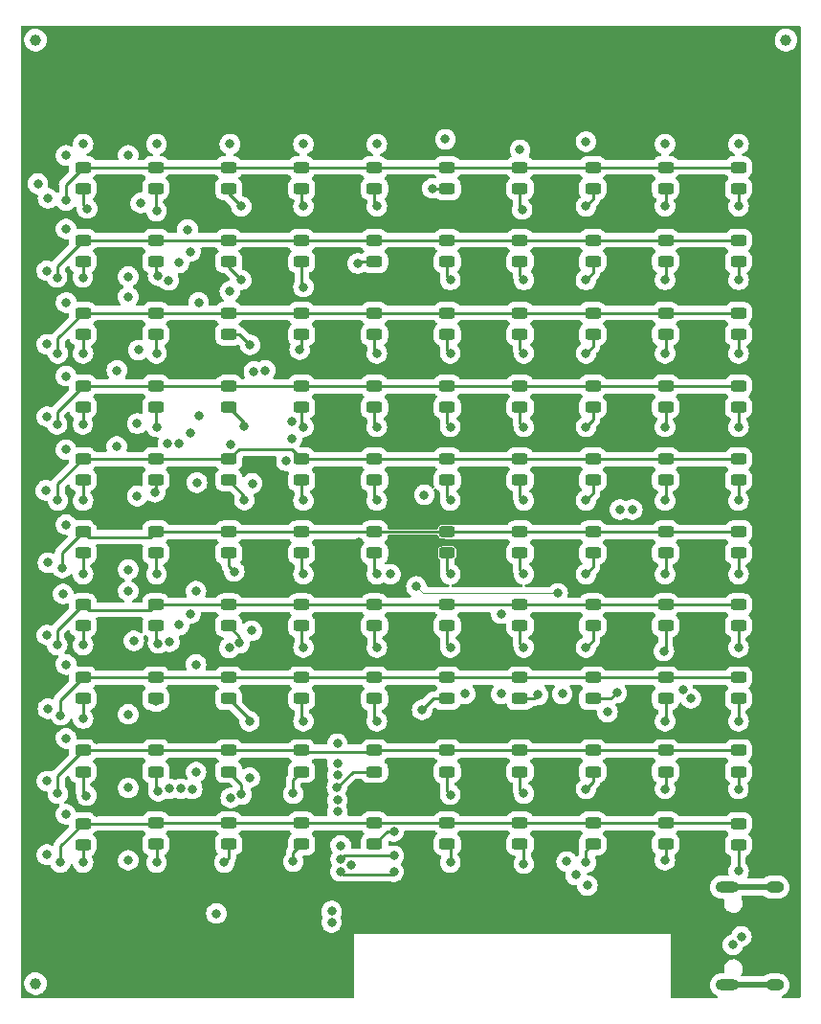
<source format=gtl>
G04 #@! TF.GenerationSoftware,KiCad,Pcbnew,(5.99.0-10847-g28909c1a72)*
G04 #@! TF.CreationDate,2021-06-06T12:58:14+02:00*
G04 #@! TF.ProjectId,LED_array,4c45445f-6172-4726-9179-2e6b69636164,1*
G04 #@! TF.SameCoordinates,Original*
G04 #@! TF.FileFunction,Copper,L1,Top*
G04 #@! TF.FilePolarity,Positive*
%FSLAX46Y46*%
G04 Gerber Fmt 4.6, Leading zero omitted, Abs format (unit mm)*
G04 Created by KiCad (PCBNEW (5.99.0-10847-g28909c1a72)) date 2021-06-06 12:58:14*
%MOMM*%
%LPD*%
G01*
G04 APERTURE LIST*
G04 Aperture macros list*
%AMRoundRect*
0 Rectangle with rounded corners*
0 $1 Rounding radius*
0 $2 $3 $4 $5 $6 $7 $8 $9 X,Y pos of 4 corners*
0 Add a 4 corners polygon primitive as box body*
4,1,4,$2,$3,$4,$5,$6,$7,$8,$9,$2,$3,0*
0 Add four circle primitives for the rounded corners*
1,1,$1+$1,$2,$3*
1,1,$1+$1,$4,$5*
1,1,$1+$1,$6,$7*
1,1,$1+$1,$8,$9*
0 Add four rect primitives between the rounded corners*
20,1,$1+$1,$2,$3,$4,$5,0*
20,1,$1+$1,$4,$5,$6,$7,0*
20,1,$1+$1,$6,$7,$8,$9,0*
20,1,$1+$1,$8,$9,$2,$3,0*%
G04 Aperture macros list end*
G04 #@! TA.AperFunction,SMDPad,CuDef*
%ADD10RoundRect,0.243750X0.456250X-0.243750X0.456250X0.243750X-0.456250X0.243750X-0.456250X-0.243750X0*%
G04 #@! TD*
G04 #@! TA.AperFunction,SMDPad,CuDef*
%ADD11C,1.000000*%
G04 #@! TD*
G04 #@! TA.AperFunction,ComponentPad*
%ADD12O,1.600000X1.000000*%
G04 #@! TD*
G04 #@! TA.AperFunction,ComponentPad*
%ADD13O,2.100000X1.000000*%
G04 #@! TD*
G04 #@! TA.AperFunction,ViaPad*
%ADD14C,0.800000*%
G04 #@! TD*
G04 #@! TA.AperFunction,ViaPad*
%ADD15C,0.900000*%
G04 #@! TD*
G04 #@! TA.AperFunction,Conductor*
%ADD16C,0.250000*%
G04 #@! TD*
G04 #@! TA.AperFunction,Conductor*
%ADD17C,0.500000*%
G04 #@! TD*
G04 #@! TA.AperFunction,Conductor*
%ADD18C,0.100000*%
G04 #@! TD*
G04 APERTURE END LIST*
D10*
X138222220Y-56937500D03*
X138222220Y-55062500D03*
X112444444Y-82701388D03*
X112444444Y-80826388D03*
X144666664Y-69819444D03*
X144666664Y-67944444D03*
D11*
X101800000Y-43800000D03*
D10*
X157555552Y-63378472D03*
X157555552Y-61503472D03*
X138222220Y-69819444D03*
X138222220Y-67944444D03*
X125333332Y-95583332D03*
X125333332Y-93708332D03*
X144666664Y-63378472D03*
X144666664Y-61503472D03*
X138222220Y-102024304D03*
X138222220Y-100149304D03*
X144666664Y-76260416D03*
X144666664Y-74385416D03*
X164000000Y-76260416D03*
X164000000Y-74385416D03*
X125333332Y-108465276D03*
X125333332Y-106590276D03*
X118888888Y-76260416D03*
X118888888Y-74385416D03*
X125333332Y-82701388D03*
X125333332Y-80826388D03*
X131777776Y-82701388D03*
X131777776Y-80826388D03*
X164000000Y-56937500D03*
X164000000Y-55062500D03*
X125333332Y-56937500D03*
X125333332Y-55062500D03*
X131777776Y-95583332D03*
X131777776Y-93708332D03*
D11*
X168200000Y-43800000D03*
D10*
X151111108Y-95583332D03*
X151111108Y-93708332D03*
X106000000Y-89142360D03*
X106000000Y-87267360D03*
X106000000Y-63378472D03*
X106000000Y-61503472D03*
X131777776Y-69819444D03*
X131777776Y-67944444D03*
X144666664Y-102024304D03*
X144666664Y-100149304D03*
X164000000Y-69819444D03*
X164000000Y-67944444D03*
X157555552Y-69819444D03*
X157555552Y-67944444D03*
X106000000Y-108465276D03*
X106000000Y-106590276D03*
X125333332Y-76260416D03*
X125333332Y-74385416D03*
X151111108Y-76260416D03*
X151111108Y-74385416D03*
X157555552Y-89142360D03*
X157555552Y-87267360D03*
X144666664Y-108465276D03*
X144666664Y-106590276D03*
X151111108Y-82701388D03*
X151111108Y-80826388D03*
X112444444Y-102024304D03*
X112444444Y-100149304D03*
X151111108Y-108465276D03*
X151111108Y-106590276D03*
X118888888Y-89142360D03*
X118888888Y-87267360D03*
X118888888Y-102024304D03*
X118888888Y-100149304D03*
X112444444Y-69819444D03*
X112444444Y-67944444D03*
X157555552Y-76260416D03*
X157555552Y-74385416D03*
X138222220Y-82701388D03*
X138222220Y-80826388D03*
X118888888Y-108465276D03*
X118888888Y-106590276D03*
D11*
X101800000Y-127200000D03*
D10*
X138222220Y-89142360D03*
X138222220Y-87267360D03*
X125333332Y-63378472D03*
X125333332Y-61503472D03*
X151111108Y-114874998D03*
X151111108Y-112999998D03*
X164000000Y-114937498D03*
X164000000Y-113062498D03*
X131777776Y-56937500D03*
X131777776Y-55062500D03*
X131777776Y-108465276D03*
X131777776Y-106590276D03*
X144666664Y-89142360D03*
X144666664Y-87267360D03*
X131777776Y-76260416D03*
X131777776Y-74385416D03*
X157555552Y-114874998D03*
X157555552Y-112999998D03*
X125333332Y-89142360D03*
X125333332Y-87267360D03*
X157555552Y-82701388D03*
X157555552Y-80826388D03*
X131777776Y-102024304D03*
X131777776Y-100149304D03*
X118888888Y-82701388D03*
X118888888Y-80826388D03*
X164000000Y-108465276D03*
X164000000Y-106590276D03*
X164000000Y-102024304D03*
X164000000Y-100149304D03*
X157555552Y-56937500D03*
X157555552Y-55062500D03*
X118888888Y-69819444D03*
X118888888Y-67944444D03*
X164000000Y-95583332D03*
X164000000Y-93708332D03*
X112444444Y-63378472D03*
X112444444Y-61503472D03*
X106000000Y-102024304D03*
X106000000Y-100149304D03*
X106000000Y-69819444D03*
X106000000Y-67944444D03*
X118888888Y-56937500D03*
X118888888Y-55062500D03*
X125333332Y-69819444D03*
X125333332Y-67944444D03*
X138222220Y-63378472D03*
X138222220Y-61503472D03*
X118888888Y-114874998D03*
X118888888Y-112999998D03*
X151111108Y-56937500D03*
X151111108Y-55062500D03*
X112444444Y-114874998D03*
X112444444Y-112999998D03*
X106000000Y-114937498D03*
X106000000Y-113062498D03*
X144666664Y-56937500D03*
X144666664Y-55062500D03*
X151111108Y-102024304D03*
X151111108Y-100149304D03*
X125333332Y-114874998D03*
X125333332Y-112999998D03*
X106000000Y-82701388D03*
X106000000Y-80826388D03*
X164000000Y-89142360D03*
X164000000Y-87267360D03*
X131777776Y-114874998D03*
X131777776Y-112999998D03*
X151111108Y-69819444D03*
X151111108Y-67944444D03*
X151111108Y-63378472D03*
X151111108Y-61503472D03*
X138222220Y-108465276D03*
X138222220Y-106590276D03*
X131777776Y-63378472D03*
X131777776Y-61503472D03*
X157555552Y-95583332D03*
X157555552Y-93708332D03*
X144666664Y-114874998D03*
X144666664Y-112999998D03*
X125333332Y-102024304D03*
X125333332Y-100149304D03*
X164000000Y-63378472D03*
X164000000Y-61503472D03*
X112444444Y-56937500D03*
X112444444Y-55062500D03*
X112444444Y-95583332D03*
X112444444Y-93708332D03*
X131777776Y-89142360D03*
X131777776Y-87267360D03*
X106000000Y-76260416D03*
X106000000Y-74385416D03*
X151111108Y-89142360D03*
X151111108Y-87267360D03*
X157555552Y-102024304D03*
X157555552Y-100149304D03*
X112444444Y-89142360D03*
X112444444Y-87267360D03*
X118888888Y-95583332D03*
X118888888Y-93708332D03*
X112444444Y-108465276D03*
X112444444Y-106590276D03*
X138222220Y-114874998D03*
X138222220Y-112999998D03*
X118888888Y-63378472D03*
X118888888Y-61503472D03*
X106000000Y-56937500D03*
X106000000Y-55062500D03*
X164000000Y-82701388D03*
X164000000Y-80826388D03*
X106000000Y-95583332D03*
X106000000Y-93708332D03*
X112444444Y-76260416D03*
X112444444Y-74385416D03*
X157555552Y-108465276D03*
X157555552Y-106590276D03*
X138222220Y-76260416D03*
X138222220Y-74385416D03*
X144666664Y-82701388D03*
X144666664Y-80826388D03*
X144666664Y-95583332D03*
X144666664Y-93708332D03*
X138222220Y-95583332D03*
X138222220Y-93708332D03*
D12*
X167200000Y-118680000D03*
D13*
X163020000Y-118680000D03*
X163020000Y-127320000D03*
D12*
X167200000Y-127320000D03*
D14*
X133500000Y-82300000D03*
X130400000Y-88200000D03*
X122800000Y-125500000D03*
D15*
X160900000Y-84100000D03*
X159800000Y-84100000D03*
X122500000Y-84800000D03*
X122500000Y-101200000D03*
X122500000Y-116800000D03*
X141100000Y-110000000D03*
X141100000Y-117000000D03*
X156800000Y-119900000D03*
X168500000Y-114000000D03*
D14*
X101500000Y-46000000D03*
X101500000Y-53000000D03*
X101500000Y-124900000D03*
X101500000Y-117900000D03*
X168500000Y-51500000D03*
X122500000Y-69500000D03*
X117300000Y-89200000D03*
X168500000Y-65500000D03*
X107200000Y-105600000D03*
X107200000Y-73000000D03*
X123600000Y-118500000D03*
X156200000Y-92600000D03*
X107200000Y-92500000D03*
X107200000Y-60000000D03*
D15*
X159600000Y-127800000D03*
D14*
X168500000Y-72500000D03*
D15*
X168500000Y-126200000D03*
D14*
X107500000Y-53600000D03*
X107200000Y-79800000D03*
X163000000Y-43500000D03*
X168500000Y-58500000D03*
X107200000Y-112100000D03*
X114000000Y-43500000D03*
X149000000Y-43500000D03*
X118300000Y-105200000D03*
X168500000Y-79500000D03*
X117949500Y-73200000D03*
X107200000Y-86300000D03*
X165300000Y-110000000D03*
X159800000Y-107700000D03*
X116200000Y-53500000D03*
X128000000Y-43500000D03*
X136900000Y-91400000D03*
X142000000Y-43500000D03*
X121000000Y-43500000D03*
X107200000Y-99000000D03*
X107000000Y-43500000D03*
D15*
X168500000Y-119800000D03*
X161400000Y-117400000D03*
D14*
X107300000Y-66500000D03*
X135000000Y-43500000D03*
X156000000Y-43500000D03*
D15*
X156800000Y-121400000D03*
D14*
X128000000Y-120800000D03*
X102900000Y-102900000D03*
X129700000Y-116700000D03*
X143000000Y-94500000D03*
X102800000Y-77100000D03*
X102800000Y-109300000D03*
X110000000Y-64700000D03*
X102800000Y-115800000D03*
X102800000Y-96400000D03*
X110900000Y-71200000D03*
X128000000Y-121800000D03*
X102800000Y-70700000D03*
X133200000Y-91000000D03*
X110000000Y-116300000D03*
X110000000Y-90600000D03*
X153500000Y-85300000D03*
X136200000Y-84000000D03*
X110000000Y-109900000D03*
X102700000Y-83600000D03*
X102900000Y-90000000D03*
X110500000Y-96900000D03*
X110000000Y-103400000D03*
X102900000Y-57800000D03*
X110800000Y-77700000D03*
X110800000Y-84100000D03*
X111100000Y-58200000D03*
X102800000Y-64200000D03*
X154600000Y-85300000D03*
X117800000Y-121000000D03*
X152400000Y-103200000D03*
X105982612Y-77775500D03*
X105982612Y-64775500D03*
X106000000Y-97275500D03*
X106000000Y-84500000D03*
X106000000Y-71500000D03*
X106000000Y-116500000D03*
X106000000Y-103775500D03*
X106358624Y-58698173D03*
X106000000Y-91000000D03*
X106000000Y-53000000D03*
X106310957Y-110581811D03*
X104499998Y-58000000D03*
X112500000Y-71500000D03*
X112650049Y-64625451D03*
X112376479Y-83760239D03*
X112500000Y-116500000D03*
X112500000Y-91000000D03*
X112500000Y-78000000D03*
X112650049Y-97125451D03*
X112660935Y-110203240D03*
X112500000Y-53000000D03*
X112482612Y-102275500D03*
X112500000Y-58924500D03*
X118500000Y-116500000D03*
X119000000Y-53000000D03*
X120000000Y-65000000D03*
X120000000Y-58500000D03*
X120274020Y-84451904D03*
X120724500Y-104000000D03*
X120025500Y-110483090D03*
X119860719Y-97114683D03*
X120239506Y-77948353D03*
X119374535Y-90767984D03*
X120776428Y-70734526D03*
X125500000Y-58500000D03*
X125169848Y-71169848D03*
X125500000Y-104000000D03*
X124600000Y-116400000D03*
X125500000Y-84500000D03*
X125500000Y-78000000D03*
X125500000Y-65629500D03*
X124600000Y-110400000D03*
X125500000Y-97500000D03*
X125500000Y-91000000D03*
X125500000Y-53000000D03*
X133500000Y-113750000D03*
X132000000Y-53000000D03*
X132000000Y-71500000D03*
X132000000Y-91000000D03*
X132000000Y-84500000D03*
X130299009Y-63540689D03*
X132000000Y-97500000D03*
X132000000Y-104000000D03*
X128474500Y-109850402D03*
X132000000Y-58500000D03*
X132000000Y-78000000D03*
X138500000Y-110500000D03*
X138500000Y-78000000D03*
X138500000Y-91000000D03*
X138500000Y-71500000D03*
X136000000Y-103000000D03*
X138500000Y-65000000D03*
X138500000Y-97500000D03*
X136919849Y-56919849D03*
X138065871Y-52565871D03*
X138500000Y-84500000D03*
X138500000Y-116500000D03*
X145000000Y-84500000D03*
X145000000Y-97500000D03*
X144666653Y-53499011D03*
X146262588Y-101687187D03*
X145000000Y-91000000D03*
X144854197Y-58775500D03*
X145000000Y-71500000D03*
X145000000Y-78000000D03*
X145000000Y-110405498D03*
X145000000Y-65000000D03*
X145000000Y-116604502D03*
X150500000Y-58500000D03*
X150500000Y-91000000D03*
X150500000Y-71500000D03*
X150500000Y-78000000D03*
X150500000Y-65000000D03*
X150500000Y-84500000D03*
X153224500Y-101500000D03*
X150500000Y-110000000D03*
X150500000Y-52775500D03*
X150497919Y-116477481D03*
X150500000Y-97500000D03*
X157500000Y-71500000D03*
X157500000Y-110000000D03*
X157500000Y-65000000D03*
X157500000Y-104000000D03*
X157500000Y-53000000D03*
X157500000Y-84500000D03*
X157500000Y-78000000D03*
X157400000Y-97800000D03*
X157500000Y-91000000D03*
X157487701Y-116287701D03*
X157500000Y-58500000D03*
X164000000Y-53000000D03*
X164000000Y-84500000D03*
X164000000Y-71500000D03*
X164000000Y-78000000D03*
X164000000Y-104000000D03*
X164000000Y-91000000D03*
X164000000Y-58500000D03*
X164000000Y-117250000D03*
X164000000Y-97500000D03*
X164000001Y-109999999D03*
X164000000Y-65000000D03*
X103703240Y-64775500D03*
X103775500Y-71500000D03*
X103703240Y-77775500D03*
X103775500Y-84500000D03*
X104150050Y-90475500D03*
X103711610Y-97275500D03*
X104024500Y-103477071D03*
X103775500Y-110400000D03*
X104000000Y-116500000D03*
X164244399Y-123028768D03*
X159778531Y-101978757D03*
X159066625Y-101206670D03*
X163501935Y-123771232D03*
X124500000Y-77500000D03*
X110000000Y-54000000D03*
X122112292Y-72988052D03*
X124000000Y-81000000D03*
X110000000Y-66500000D03*
X120932185Y-96015255D03*
X109000000Y-73000000D03*
X108982612Y-79724500D03*
X120750000Y-109000000D03*
X110000000Y-92500000D03*
X143000000Y-101600000D03*
X149600000Y-117600000D03*
X139800000Y-101600000D03*
X150630071Y-118524500D03*
X148400000Y-101600000D03*
X148800000Y-116400000D03*
X148000000Y-92700000D03*
X135500000Y-92100000D03*
X115661658Y-110000096D03*
X115500000Y-78500000D03*
X115500000Y-94500000D03*
X128500000Y-108750000D03*
X115500000Y-62500000D03*
X118948457Y-97523074D03*
X119000000Y-66000000D03*
X119072389Y-110784061D03*
X119099500Y-79517591D03*
X128500000Y-107750000D03*
X114500000Y-63500000D03*
X114662509Y-109973506D03*
X114512299Y-79487701D03*
X114500000Y-95500000D03*
X128500000Y-106000000D03*
X113638839Y-96979508D03*
X113564682Y-65028504D03*
X128500000Y-112000000D03*
X113500000Y-79500000D03*
X113632347Y-109967943D03*
X128500000Y-111000000D03*
X115250000Y-60549500D03*
X104500000Y-67000000D03*
X104500000Y-86623521D03*
X104237701Y-92762299D03*
X104500000Y-54000000D03*
X128800000Y-115000000D03*
X104500000Y-60500000D03*
X104500000Y-80000000D03*
X104500000Y-73500000D03*
X104482612Y-112224500D03*
X104500000Y-105524020D03*
X104500000Y-99000000D03*
X133500000Y-117300000D03*
X128769346Y-117275500D03*
X133500000Y-115900000D03*
X128800000Y-116200000D03*
X124500000Y-79000000D03*
X102000000Y-56500000D03*
X120964006Y-82981170D03*
X121118400Y-73093801D03*
X116224500Y-66982612D03*
X116224500Y-77000000D03*
X116000000Y-92500000D03*
X116080151Y-82919849D03*
X116000000Y-108500000D03*
X116000000Y-99000000D03*
D16*
X106000000Y-56937500D02*
X106000000Y-58339549D01*
X106000000Y-116500000D02*
X106000000Y-114937498D01*
X106000000Y-63378472D02*
X106000000Y-64758112D01*
X106000000Y-82701388D02*
X106000000Y-84500000D01*
X106000000Y-89142360D02*
X106000000Y-91000000D01*
X106000000Y-77758112D02*
X105982612Y-77775500D01*
X106000000Y-64758112D02*
X105982612Y-64775500D01*
X106000000Y-71500000D02*
X106000000Y-69819444D01*
X106000000Y-108465276D02*
X106000000Y-110270854D01*
X106000000Y-58339549D02*
X106358624Y-58698173D01*
X106000000Y-95583332D02*
X106000000Y-97275500D01*
X106000000Y-76260416D02*
X106000000Y-77758112D01*
X106000000Y-102024304D02*
X106000000Y-103775500D01*
X106000000Y-110270854D02*
X106310957Y-110581811D01*
X118888888Y-55062500D02*
X125333332Y-55062500D01*
X138222220Y-55062500D02*
X144666664Y-55062500D01*
X157555552Y-55062500D02*
X164000000Y-55062500D01*
X112444444Y-55062500D02*
X118888888Y-55062500D01*
X104499998Y-56562502D02*
X104499998Y-58000000D01*
X151111108Y-55062500D02*
X157555552Y-55062500D01*
X131777776Y-55062500D02*
X138222220Y-55062500D01*
X106000000Y-55062500D02*
X104499998Y-56562502D01*
X106000000Y-55062500D02*
X112444444Y-55062500D01*
X144666664Y-55062500D02*
X151111108Y-55062500D01*
X125333332Y-55062500D02*
X131777776Y-55062500D01*
X112444444Y-108465276D02*
X112444444Y-109986749D01*
X112444444Y-77944444D02*
X112500000Y-78000000D01*
X112500000Y-114930554D02*
X112444444Y-114874998D01*
X112444444Y-64419846D02*
X112650049Y-64625451D01*
X112444444Y-102024304D02*
X112444444Y-102237332D01*
X112444444Y-90944444D02*
X112500000Y-91000000D01*
X112444444Y-63378472D02*
X112444444Y-64419846D01*
X112444444Y-89142360D02*
X112444444Y-90944444D01*
X112444444Y-109986749D02*
X112660935Y-110203240D01*
X112500000Y-116500000D02*
X112500000Y-114930554D01*
X112444444Y-82701388D02*
X112444444Y-83692274D01*
X112444444Y-69819444D02*
X112444444Y-71444444D01*
X112444444Y-56937500D02*
X112444444Y-58868944D01*
X112444444Y-102237332D02*
X112482612Y-102275500D01*
X112444444Y-83692274D02*
X112376479Y-83760239D01*
X112444444Y-71444444D02*
X112500000Y-71500000D01*
X112444444Y-96919846D02*
X112650049Y-97125451D01*
X112444444Y-95583332D02*
X112444444Y-96919846D01*
X112444444Y-58868944D02*
X112500000Y-58924500D01*
X112444444Y-76260416D02*
X112444444Y-77944444D01*
X120025500Y-109601888D02*
X120025500Y-110483090D01*
X118888888Y-116111112D02*
X118500000Y-116500000D01*
X118888888Y-69819444D02*
X119861346Y-69819444D01*
X118888888Y-82701388D02*
X120274020Y-84086520D01*
X120239506Y-77611034D02*
X120239506Y-77948353D01*
X118888888Y-63378472D02*
X118888888Y-63888888D01*
X118888888Y-57388888D02*
X120000000Y-58500000D01*
X119860719Y-96555163D02*
X119860719Y-97114683D01*
X118888888Y-102024304D02*
X120724500Y-103859916D01*
X118888888Y-89142360D02*
X118888888Y-90282337D01*
X120724500Y-103859916D02*
X120724500Y-104000000D01*
X118888888Y-95583332D02*
X119860719Y-96555163D01*
X118888888Y-63888888D02*
X120000000Y-65000000D01*
X118888888Y-76260416D02*
X120239506Y-77611034D01*
X119861346Y-69819444D02*
X120776428Y-70734526D01*
X120274020Y-84086520D02*
X120274020Y-84451904D01*
X118888888Y-56937500D02*
X118888888Y-57388888D01*
X118888888Y-108465276D02*
X120025500Y-109601888D01*
X118888888Y-114874998D02*
X118888888Y-116111112D01*
X118888888Y-90282337D02*
X119374535Y-90767984D01*
X124600000Y-109198608D02*
X124600000Y-110400000D01*
X125333332Y-56937500D02*
X125333332Y-58333332D01*
X125333332Y-76260416D02*
X125333332Y-77833332D01*
X125333332Y-63378472D02*
X125333332Y-65462832D01*
X125333332Y-77833332D02*
X125500000Y-78000000D01*
X125333332Y-114874998D02*
X124600000Y-115608330D01*
X125333332Y-103833332D02*
X125500000Y-104000000D01*
X125333332Y-84333332D02*
X125500000Y-84500000D01*
X125333332Y-97333332D02*
X125500000Y-97500000D01*
X124600000Y-115608330D02*
X124600000Y-116400000D01*
X125333332Y-95583332D02*
X125333332Y-97333332D01*
X125333332Y-90833332D02*
X125500000Y-91000000D01*
X125333332Y-82701388D02*
X125333332Y-84333332D01*
X125333332Y-58333332D02*
X125500000Y-58500000D01*
X125333332Y-65462832D02*
X125500000Y-65629500D01*
X125333332Y-102024304D02*
X125333332Y-103833332D01*
X125333332Y-108465276D02*
X124600000Y-109198608D01*
X125333332Y-69819444D02*
X125333332Y-71006364D01*
X125333332Y-71006364D02*
X125169848Y-71169848D01*
X125333332Y-89142360D02*
X125333332Y-90833332D01*
X131777776Y-90777776D02*
X132000000Y-91000000D01*
X131777776Y-84277776D02*
X132000000Y-84500000D01*
X131777776Y-71277776D02*
X132000000Y-71500000D01*
X131777776Y-58277776D02*
X132000000Y-58500000D01*
X131777776Y-76260416D02*
X131777776Y-77777776D01*
X131777776Y-108465276D02*
X129859626Y-108465276D01*
X131777776Y-114874998D02*
X132902774Y-113750000D01*
X131777776Y-103777776D02*
X132000000Y-104000000D01*
X131777776Y-56937500D02*
X131777776Y-58277776D01*
X132902774Y-113750000D02*
X133500000Y-113750000D01*
X131777776Y-82701388D02*
X131777776Y-84277776D01*
X131777776Y-89142360D02*
X131777776Y-90777776D01*
X129859626Y-108465276D02*
X128474500Y-109850402D01*
X131777776Y-69819444D02*
X131777776Y-71277776D01*
X131777776Y-77777776D02*
X132000000Y-78000000D01*
X131777776Y-97277776D02*
X132000000Y-97500000D01*
X131777776Y-95583332D02*
X131777776Y-97277776D01*
X131777776Y-102024304D02*
X131777776Y-103777776D01*
X130461226Y-63378472D02*
X130299009Y-63540689D01*
X131777776Y-63378472D02*
X130461226Y-63378472D01*
X138222220Y-90722220D02*
X138500000Y-91000000D01*
X138222220Y-102024304D02*
X136975696Y-102024304D01*
X138222220Y-76260416D02*
X138222220Y-77722220D01*
X138222220Y-64722220D02*
X138500000Y-65000000D01*
X138222220Y-89142360D02*
X138222220Y-90722220D01*
X138222220Y-71222220D02*
X138500000Y-71500000D01*
X138222220Y-82701388D02*
X138222220Y-84222220D01*
X138222220Y-97222220D02*
X138500000Y-97500000D01*
X138222220Y-108465276D02*
X138222220Y-110222220D01*
X138222220Y-95583332D02*
X138222220Y-97222220D01*
X136937500Y-56937500D02*
X136919849Y-56919849D01*
X138222220Y-110222220D02*
X138500000Y-110500000D01*
X136975696Y-102024304D02*
X136000000Y-103000000D01*
X138222220Y-77722220D02*
X138500000Y-78000000D01*
X138222220Y-69819444D02*
X138222220Y-71222220D01*
X138222220Y-84222220D02*
X138500000Y-84500000D01*
X138500000Y-115152778D02*
X138222220Y-114874998D01*
X138500000Y-116500000D02*
X138500000Y-115152778D01*
X138222220Y-63378472D02*
X138222220Y-64722220D01*
X138222220Y-56937500D02*
X136937500Y-56937500D01*
X144666664Y-71166664D02*
X145000000Y-71500000D01*
X145000000Y-115208334D02*
X144666664Y-114874998D01*
X144666664Y-77666664D02*
X145000000Y-78000000D01*
X144666664Y-95583332D02*
X144666664Y-97166664D01*
X144666664Y-76260416D02*
X144666664Y-77666664D01*
X144666664Y-64666664D02*
X145000000Y-65000000D01*
X144666664Y-58587967D02*
X144854197Y-58775500D01*
X144666664Y-108465276D02*
X144666664Y-110072162D01*
X144666664Y-110072162D02*
X145000000Y-110405498D01*
X144666664Y-56937500D02*
X144666664Y-58587967D01*
X144666664Y-63378472D02*
X144666664Y-64666664D01*
X144666664Y-84166664D02*
X145000000Y-84500000D01*
X144666664Y-97166664D02*
X145000000Y-97500000D01*
X144666664Y-89142360D02*
X144666664Y-90666664D01*
X144666664Y-82701388D02*
X144666664Y-84166664D01*
X145925471Y-102024304D02*
X146262588Y-101687187D01*
X145000000Y-116604502D02*
X145000000Y-115208334D01*
X144666664Y-90666664D02*
X145000000Y-91000000D01*
X144666664Y-102024304D02*
X145925471Y-102024304D01*
X144666664Y-69819444D02*
X144666664Y-71166664D01*
X151111108Y-89142360D02*
X151111108Y-90388892D01*
X150497919Y-115488187D02*
X150497919Y-116477481D01*
X151111108Y-77388892D02*
X150500000Y-78000000D01*
X151111108Y-83888892D02*
X150500000Y-84500000D01*
X151111108Y-57888892D02*
X150500000Y-58500000D01*
X151111108Y-102024304D02*
X152700196Y-102024304D01*
X151111108Y-70888892D02*
X150500000Y-71500000D01*
X151111108Y-56937500D02*
X151111108Y-57888892D01*
X151111108Y-95583332D02*
X151111108Y-96888892D01*
X151111108Y-82701388D02*
X151111108Y-83888892D01*
X151111108Y-114874998D02*
X150497919Y-115488187D01*
X151111108Y-63378472D02*
X151111108Y-64388892D01*
X151111108Y-64388892D02*
X150500000Y-65000000D01*
X151111108Y-69819444D02*
X151111108Y-70888892D01*
X151111108Y-109388892D02*
X150500000Y-110000000D01*
X151111108Y-90388892D02*
X150500000Y-91000000D01*
X151111108Y-108465276D02*
X151111108Y-109388892D01*
X152700196Y-102024304D02*
X153224500Y-101500000D01*
X151111108Y-96888892D02*
X150500000Y-97500000D01*
X151111108Y-76260416D02*
X151111108Y-77388892D01*
X157555552Y-84444448D02*
X157500000Y-84500000D01*
X157555552Y-82701388D02*
X157555552Y-84444448D01*
X157555552Y-76260416D02*
X157555552Y-77944448D01*
X157555552Y-108465276D02*
X157555552Y-109944448D01*
X157555552Y-89142360D02*
X157555552Y-90944448D01*
X157555552Y-116219850D02*
X157487701Y-116287701D01*
X157555552Y-69819444D02*
X157555552Y-71444448D01*
X157555552Y-71444448D02*
X157500000Y-71500000D01*
X157555552Y-64944448D02*
X157500000Y-65000000D01*
X157555552Y-90944448D02*
X157500000Y-91000000D01*
X157555552Y-114874998D02*
X157555552Y-116219850D01*
X157555552Y-97644448D02*
X157400000Y-97800000D01*
X157555552Y-109944448D02*
X157500000Y-110000000D01*
X157555552Y-56937500D02*
X157555552Y-58444448D01*
X157555552Y-77944448D02*
X157500000Y-78000000D01*
X157555552Y-63378472D02*
X157555552Y-64944448D01*
X157555552Y-95583332D02*
X157555552Y-97644448D01*
X157555552Y-102024304D02*
X157555552Y-103944448D01*
X157555552Y-58444448D02*
X157500000Y-58500000D01*
X157555552Y-103944448D02*
X157500000Y-104000000D01*
X164000000Y-89142360D02*
X164000000Y-91000000D01*
X164000000Y-69819444D02*
X164000000Y-71500000D01*
X164000000Y-76260416D02*
X164000000Y-78000000D01*
X164000000Y-95583332D02*
X164000000Y-97500000D01*
X164000000Y-102024304D02*
X164000000Y-104000000D01*
X164000000Y-56937500D02*
X164000000Y-58500000D01*
X164000000Y-82701388D02*
X164000000Y-84500000D01*
X164000000Y-63378472D02*
X164000000Y-65000000D01*
X164000000Y-114937498D02*
X164000000Y-117250000D01*
X164000000Y-108465276D02*
X164000001Y-109999999D01*
X118888888Y-61503472D02*
X112444444Y-61503472D01*
X106000000Y-61503472D02*
X103703240Y-63800232D01*
X125333332Y-61503472D02*
X118888888Y-61503472D01*
X138222220Y-61503472D02*
X131777776Y-61503472D01*
X151111108Y-61503472D02*
X144666664Y-61503472D01*
X131777776Y-61503472D02*
X125333332Y-61503472D01*
X157555552Y-61503472D02*
X151111108Y-61503472D01*
X112444444Y-61503472D02*
X106000000Y-61503472D01*
X164000000Y-61503472D02*
X157555552Y-61503472D01*
X103703240Y-63800232D02*
X103703240Y-64775500D01*
X144666664Y-61503472D02*
X138222220Y-61503472D01*
X125333332Y-67944444D02*
X118888888Y-67944444D01*
X106000000Y-67944444D02*
X103775500Y-70168944D01*
X164000000Y-67944444D02*
X157555552Y-67944444D01*
X103775500Y-70168944D02*
X103775500Y-71500000D01*
X131777776Y-67944444D02*
X125333332Y-67944444D01*
X118888888Y-67944444D02*
X112444444Y-67944444D01*
X151111108Y-67944444D02*
X144666664Y-67944444D01*
X112444444Y-67944444D02*
X106000000Y-67944444D01*
X144666664Y-67944444D02*
X138222220Y-67944444D01*
X157555552Y-67944444D02*
X151111108Y-67944444D01*
X138222220Y-67944444D02*
X131777776Y-67944444D01*
X103703240Y-76682176D02*
X103703240Y-77775500D01*
X125333332Y-74385416D02*
X131777776Y-74385416D01*
X157555552Y-74385416D02*
X164000000Y-74385416D01*
X131777776Y-74385416D02*
X138222220Y-74385416D01*
X151111108Y-74385416D02*
X157555552Y-74385416D01*
X106000000Y-74385416D02*
X103703240Y-76682176D01*
X118888888Y-74385416D02*
X125333332Y-74385416D01*
X144666664Y-74385416D02*
X151111108Y-74385416D01*
X106000000Y-74385416D02*
X112444444Y-74385416D01*
X112444444Y-74385416D02*
X118888888Y-74385416D01*
X138222220Y-74385416D02*
X144666664Y-74385416D01*
X118888888Y-80826388D02*
X112444444Y-80826388D01*
X164000000Y-80826388D02*
X157555552Y-80826388D01*
X144666664Y-80826388D02*
X138222220Y-80826388D01*
X112444444Y-80826388D02*
X106000000Y-80826388D01*
X131777776Y-80826388D02*
X125333332Y-80826388D01*
X119782570Y-79932706D02*
X118888888Y-80826388D01*
X103775500Y-83050888D02*
X103775500Y-84500000D01*
X138222220Y-80826388D02*
X131777776Y-80826388D01*
X125333332Y-80826388D02*
X124439650Y-79932706D01*
X106000000Y-80826388D02*
X103775500Y-83050888D01*
X157555552Y-80826388D02*
X151111108Y-80826388D01*
X124439650Y-79932706D02*
X119782570Y-79932706D01*
X151111108Y-80826388D02*
X144666664Y-80826388D01*
X157555552Y-87267360D02*
X164000000Y-87267360D01*
X131777776Y-87267360D02*
X138222220Y-87267360D01*
X106000000Y-87267360D02*
X104150050Y-89117310D01*
X106000000Y-87267360D02*
X106486486Y-87753846D01*
X106486486Y-87753846D02*
X111957958Y-87753846D01*
X104150050Y-89117310D02*
X104150050Y-90475500D01*
X112444444Y-87267360D02*
X118888888Y-87267360D01*
X151111108Y-87267360D02*
X157555552Y-87267360D01*
X138222220Y-87267360D02*
X144666664Y-87267360D01*
X111957958Y-87753846D02*
X112444444Y-87267360D01*
X125333332Y-87267360D02*
X131777776Y-87267360D01*
X118888888Y-87267360D02*
X125333332Y-87267360D01*
X144666664Y-87267360D02*
X151111108Y-87267360D01*
X103711610Y-95996722D02*
X103711610Y-97275500D01*
X157555552Y-93708332D02*
X151111108Y-93708332D01*
X151111108Y-93708332D02*
X144666664Y-93708332D01*
X106000000Y-93708332D02*
X103711610Y-95996722D01*
X118888888Y-93708332D02*
X112444444Y-93708332D01*
X106486486Y-94194818D02*
X106000000Y-93708332D01*
X125333332Y-93708332D02*
X118888888Y-93708332D01*
X144666664Y-93708332D02*
X138222220Y-93708332D01*
X164000000Y-93708332D02*
X157555552Y-93708332D01*
X138222220Y-93708332D02*
X131777776Y-93708332D01*
X111957958Y-94194818D02*
X106486486Y-94194818D01*
X112444444Y-93708332D02*
X111957958Y-94194818D01*
X131777776Y-93708332D02*
X125333332Y-93708332D01*
X104024500Y-102124804D02*
X104024500Y-103477071D01*
X112444444Y-100149304D02*
X118888888Y-100149304D01*
X144666664Y-100149304D02*
X151111108Y-100149304D01*
X125333332Y-100149304D02*
X131777776Y-100149304D01*
X138222220Y-100149304D02*
X144666664Y-100149304D01*
X106000000Y-100149304D02*
X112444444Y-100149304D01*
X118888888Y-100149304D02*
X125333332Y-100149304D01*
X106000000Y-100149304D02*
X104024500Y-102124804D01*
X151111108Y-100149304D02*
X157555552Y-100149304D01*
X131777776Y-100149304D02*
X138222220Y-100149304D01*
X157555552Y-100149304D02*
X164000000Y-100149304D01*
X125333332Y-106590276D02*
X118888888Y-106590276D01*
X131777776Y-106590276D02*
X131643551Y-106724501D01*
X164000000Y-106590276D02*
X157555552Y-106590276D01*
X103775500Y-108814776D02*
X103775500Y-110400000D01*
X112444444Y-106590276D02*
X106000000Y-106590276D01*
X118888888Y-106590276D02*
X112444444Y-106590276D01*
X138222220Y-106590276D02*
X131777776Y-106590276D01*
X106000000Y-106590276D02*
X103775500Y-108814776D01*
X131643551Y-106724501D02*
X125467557Y-106724501D01*
X144666664Y-106590276D02*
X138222220Y-106590276D01*
X157555552Y-106590276D02*
X151111108Y-106590276D01*
X125467557Y-106724501D02*
X125333332Y-106590276D01*
X151111108Y-106590276D02*
X144666664Y-106590276D01*
X106000000Y-113062498D02*
X104000000Y-115062498D01*
X112444444Y-112999998D02*
X118888888Y-112999998D01*
X157555552Y-112999998D02*
X163937500Y-112999998D01*
X144666664Y-112999998D02*
X151111108Y-112999998D01*
X118888888Y-112999998D02*
X125333332Y-112999998D01*
X151111108Y-112999998D02*
X157555552Y-112999998D01*
X125333332Y-112999998D02*
X131777776Y-112999998D01*
X138222220Y-112999998D02*
X144666664Y-112999998D01*
X163937500Y-112999998D02*
X164000000Y-113062498D01*
X112381944Y-113062498D02*
X112444444Y-112999998D01*
X131777776Y-112999998D02*
X138222220Y-112999998D01*
X104000000Y-115062498D02*
X104000000Y-116500000D01*
X106000000Y-113062498D02*
X112381944Y-113062498D01*
D17*
X167200000Y-127320000D02*
X163020000Y-127320000D01*
X167200000Y-118680000D02*
X163020000Y-118680000D01*
D18*
X148000000Y-92700000D02*
X136100000Y-92700000D01*
X136100000Y-92700000D02*
X135500000Y-92100000D01*
D16*
X133500000Y-117300000D02*
X133275499Y-117524501D01*
X129018347Y-117524501D02*
X128769346Y-117275500D01*
X133275499Y-117524501D02*
X129018347Y-117524501D01*
X129100000Y-115900000D02*
X133500000Y-115900000D01*
X128800000Y-116200000D02*
X129100000Y-115900000D01*
G04 #@! TA.AperFunction,Conductor*
G36*
X169306701Y-42511829D02*
G01*
X169306729Y-42511567D01*
X169314576Y-42512410D01*
X169316856Y-42512487D01*
X169316857Y-42512487D01*
X169366104Y-42514149D01*
X169432441Y-42536083D01*
X169476389Y-42590400D01*
X169485850Y-42633893D01*
X169486381Y-42649630D01*
X169486382Y-42649637D01*
X169486524Y-42653852D01*
X169488215Y-42663709D01*
X169490000Y-42684673D01*
X169490000Y-128289493D01*
X169488171Y-128306701D01*
X169488433Y-128306729D01*
X169487590Y-128314576D01*
X169487513Y-128316856D01*
X169487513Y-128316857D01*
X169485851Y-128366104D01*
X169463917Y-128432441D01*
X169409600Y-128476389D01*
X169366108Y-128485850D01*
X169359926Y-128486059D01*
X169346149Y-128486524D01*
X169336289Y-128488215D01*
X169315328Y-128490000D01*
X167949633Y-128490000D01*
X167882594Y-128470315D01*
X167836839Y-128417511D01*
X167826895Y-128348353D01*
X167855920Y-128284797D01*
X167891419Y-128256514D01*
X168056615Y-128168679D01*
X168056617Y-128168678D01*
X168061969Y-128165832D01*
X168215556Y-128040569D01*
X168252681Y-127995693D01*
X168338024Y-127892531D01*
X168338025Y-127892530D01*
X168341888Y-127887860D01*
X168436152Y-127713522D01*
X168494759Y-127524195D01*
X168515475Y-127327089D01*
X168514735Y-127318948D01*
X168498063Y-127135756D01*
X168498063Y-127135754D01*
X168497513Y-127129714D01*
X168495196Y-127121840D01*
X168443267Y-126945402D01*
X168443265Y-126945397D01*
X168441555Y-126939587D01*
X168421962Y-126902108D01*
X168373747Y-126809882D01*
X168349734Y-126763950D01*
X168345936Y-126759226D01*
X168229347Y-126614218D01*
X168229346Y-126614217D01*
X168225547Y-126609492D01*
X168073724Y-126482097D01*
X167900048Y-126386618D01*
X167894266Y-126384784D01*
X167894264Y-126384783D01*
X167716913Y-126328524D01*
X167716911Y-126328524D01*
X167711134Y-126326691D01*
X167659670Y-126320918D01*
X167561325Y-126309887D01*
X167561319Y-126309887D01*
X167557872Y-126309500D01*
X166849006Y-126309500D01*
X166845991Y-126309796D01*
X166845983Y-126309796D01*
X166708791Y-126323248D01*
X166708789Y-126323248D01*
X166702755Y-126323840D01*
X166696952Y-126325592D01*
X166612331Y-126351141D01*
X166513023Y-126381124D01*
X166497189Y-126389543D01*
X166349645Y-126467993D01*
X166338031Y-126474168D01*
X166284397Y-126517911D01*
X166267621Y-126531593D01*
X166203228Y-126558710D01*
X166189249Y-126559500D01*
X164340669Y-126559500D01*
X164273630Y-126539815D01*
X164227875Y-126487011D01*
X164217931Y-126417853D01*
X164234829Y-126370894D01*
X164306555Y-126253389D01*
X164306555Y-126253388D01*
X164310055Y-126247655D01*
X164323738Y-126207918D01*
X164366938Y-126082453D01*
X164366938Y-126082452D01*
X164369125Y-126076101D01*
X164389980Y-125895864D01*
X164390000Y-125890000D01*
X164370405Y-125709622D01*
X164312533Y-125537660D01*
X164219085Y-125382137D01*
X164094421Y-125250308D01*
X164017376Y-125197948D01*
X163949910Y-125152098D01*
X163949907Y-125152096D01*
X163944356Y-125148324D01*
X163938126Y-125145832D01*
X163938122Y-125145830D01*
X163782128Y-125083437D01*
X163782129Y-125083437D01*
X163775893Y-125080943D01*
X163769273Y-125079847D01*
X163769269Y-125079846D01*
X163603518Y-125052407D01*
X163603516Y-125052407D01*
X163596890Y-125051310D01*
X163415700Y-125060806D01*
X163240775Y-125108988D01*
X163080278Y-125193608D01*
X162941696Y-125310720D01*
X162831494Y-125454857D01*
X162754815Y-125619297D01*
X162715235Y-125796366D01*
X162714602Y-125977804D01*
X162716021Y-125984366D01*
X162752944Y-126155145D01*
X162751111Y-126155541D01*
X162753269Y-126216181D01*
X162717609Y-126276266D01*
X162655126Y-126307533D01*
X162633125Y-126309500D01*
X162419006Y-126309500D01*
X162415991Y-126309796D01*
X162415983Y-126309796D01*
X162278791Y-126323248D01*
X162278789Y-126323248D01*
X162272755Y-126323840D01*
X162266952Y-126325592D01*
X162182331Y-126351141D01*
X162083023Y-126381124D01*
X162067189Y-126389543D01*
X161919645Y-126467993D01*
X161908031Y-126474168D01*
X161754444Y-126599431D01*
X161750584Y-126604097D01*
X161750583Y-126604098D01*
X161658652Y-126715224D01*
X161628112Y-126752140D01*
X161533848Y-126926478D01*
X161532052Y-126932280D01*
X161479769Y-127101178D01*
X161475241Y-127115805D01*
X161454525Y-127312911D01*
X161455074Y-127318944D01*
X161455074Y-127318948D01*
X161463819Y-127415037D01*
X161472487Y-127510286D01*
X161474200Y-127516105D01*
X161474200Y-127516107D01*
X161526733Y-127694598D01*
X161526735Y-127694603D01*
X161528445Y-127700413D01*
X161620266Y-127876050D01*
X161624063Y-127880773D01*
X161624064Y-127880774D01*
X161625470Y-127882522D01*
X161744453Y-128030508D01*
X161896276Y-128157903D01*
X162069952Y-128253382D01*
X162069947Y-128253392D01*
X162122159Y-128296534D01*
X162143410Y-128363093D01*
X162125302Y-128430576D01*
X162073585Y-128477556D01*
X162019444Y-128490000D01*
X158124000Y-128490000D01*
X158056961Y-128470315D01*
X158011206Y-128417511D01*
X158000000Y-128366000D01*
X158000000Y-123771232D01*
X162586435Y-123771232D01*
X162606441Y-123961575D01*
X162665584Y-124143599D01*
X162761280Y-124309349D01*
X162889346Y-124451581D01*
X163044185Y-124564078D01*
X163219030Y-124641924D01*
X163225392Y-124643276D01*
X163225391Y-124643276D01*
X163399876Y-124680365D01*
X163399881Y-124680366D01*
X163406239Y-124681717D01*
X163597631Y-124681717D01*
X163603989Y-124680366D01*
X163603994Y-124680365D01*
X163778479Y-124643276D01*
X163778478Y-124643276D01*
X163784840Y-124641924D01*
X163959685Y-124564078D01*
X164114524Y-124451581D01*
X164242590Y-124309349D01*
X164338286Y-124143599D01*
X164387351Y-123992593D01*
X164426789Y-123934917D01*
X164479500Y-123909621D01*
X164499031Y-123905470D01*
X164520949Y-123900811D01*
X164520950Y-123900811D01*
X164527304Y-123899460D01*
X164702149Y-123821614D01*
X164856988Y-123709117D01*
X164985054Y-123566885D01*
X165080750Y-123401135D01*
X165139893Y-123219111D01*
X165159899Y-123028768D01*
X165139893Y-122838425D01*
X165133202Y-122817830D01*
X165098323Y-122710485D01*
X165080750Y-122656401D01*
X164985054Y-122490651D01*
X164979219Y-122484170D01*
X164861337Y-122353249D01*
X164856988Y-122348419D01*
X164842809Y-122338117D01*
X164707408Y-122239743D01*
X164707409Y-122239743D01*
X164702149Y-122235922D01*
X164527304Y-122158076D01*
X164495148Y-122151241D01*
X164346458Y-122119635D01*
X164346453Y-122119634D01*
X164340095Y-122118283D01*
X164148703Y-122118283D01*
X164142345Y-122119634D01*
X164142340Y-122119635D01*
X163993650Y-122151241D01*
X163961494Y-122158076D01*
X163786649Y-122235922D01*
X163781389Y-122239743D01*
X163781390Y-122239743D01*
X163645990Y-122338117D01*
X163631810Y-122348419D01*
X163627461Y-122353249D01*
X163509580Y-122484170D01*
X163503744Y-122490651D01*
X163408048Y-122656401D01*
X163390475Y-122710485D01*
X163358983Y-122807407D01*
X163319545Y-122865083D01*
X163266834Y-122890379D01*
X163247303Y-122894530D01*
X163225385Y-122899189D01*
X163225384Y-122899189D01*
X163219030Y-122900540D01*
X163044185Y-122978386D01*
X162889346Y-123090883D01*
X162761280Y-123233115D01*
X162665584Y-123398865D01*
X162606441Y-123580889D01*
X162586435Y-123771232D01*
X158000000Y-123771232D01*
X158000000Y-122800000D01*
X130000000Y-122800000D01*
X130000000Y-128366000D01*
X129980315Y-128433039D01*
X129927511Y-128478794D01*
X129876000Y-128490000D01*
X100710507Y-128490000D01*
X100693299Y-128488171D01*
X100693271Y-128488433D01*
X100685424Y-128487590D01*
X100683144Y-128487513D01*
X100683143Y-128487513D01*
X100633896Y-128485851D01*
X100567559Y-128463917D01*
X100523611Y-128409600D01*
X100514150Y-128366108D01*
X100513941Y-128359926D01*
X100513476Y-128346149D01*
X100511785Y-128336289D01*
X100510000Y-128315328D01*
X100510000Y-127298120D01*
X100799299Y-127298120D01*
X100839468Y-127497334D01*
X100918874Y-127684403D01*
X100922440Y-127689573D01*
X100922441Y-127689574D01*
X100947888Y-127726462D01*
X101034273Y-127851685D01*
X101038809Y-127856035D01*
X101038810Y-127856036D01*
X101071996Y-127887860D01*
X101180952Y-127992345D01*
X101352919Y-128100638D01*
X101358804Y-128102850D01*
X101358806Y-128102851D01*
X101537264Y-128169929D01*
X101543149Y-128172141D01*
X101743871Y-128203932D01*
X101750150Y-128203647D01*
X101750153Y-128203647D01*
X101864774Y-128198442D01*
X101946886Y-128194713D01*
X102143901Y-128144861D01*
X102249303Y-128093908D01*
X102321213Y-128059145D01*
X102321215Y-128059144D01*
X102326868Y-128056411D01*
X102342581Y-128044398D01*
X102483321Y-127936794D01*
X102483322Y-127936793D01*
X102488312Y-127932978D01*
X102621639Y-127779603D01*
X102721403Y-127602551D01*
X102783527Y-127409055D01*
X102805475Y-127207020D01*
X102805500Y-127200000D01*
X102798975Y-127135756D01*
X102785598Y-127004070D01*
X102784963Y-126997816D01*
X102724191Y-126803891D01*
X102625666Y-126626148D01*
X102568542Y-126559500D01*
X102497500Y-126476614D01*
X102497497Y-126476612D01*
X102493412Y-126471845D01*
X102405113Y-126403353D01*
X102337802Y-126351141D01*
X102337798Y-126351139D01*
X102332834Y-126347288D01*
X102327197Y-126344514D01*
X102327195Y-126344513D01*
X102188498Y-126276266D01*
X102150489Y-126257563D01*
X102037994Y-126228260D01*
X101959901Y-126207918D01*
X101959899Y-126207918D01*
X101953827Y-126206336D01*
X101947562Y-126206008D01*
X101947558Y-126206007D01*
X101823651Y-126199514D01*
X101750882Y-126195700D01*
X101549942Y-126226090D01*
X101359218Y-126296263D01*
X101353881Y-126299572D01*
X101353879Y-126299573D01*
X101238850Y-126370894D01*
X101186499Y-126403353D01*
X101181933Y-126407670D01*
X101181934Y-126407670D01*
X101109028Y-126476614D01*
X101038841Y-126542986D01*
X100922277Y-126709457D01*
X100919783Y-126715221D01*
X100919781Y-126715224D01*
X100881412Y-126803891D01*
X100841567Y-126895967D01*
X100800008Y-127094897D01*
X100799986Y-127101177D01*
X100799986Y-127101178D01*
X100799865Y-127135756D01*
X100799299Y-127298120D01*
X100510000Y-127298120D01*
X100510000Y-121000000D01*
X116884500Y-121000000D01*
X116904506Y-121190343D01*
X116906513Y-121196521D01*
X116906514Y-121196524D01*
X116933040Y-121278161D01*
X116963649Y-121372367D01*
X117059345Y-121538117D01*
X117187411Y-121680349D01*
X117342250Y-121792846D01*
X117348185Y-121795488D01*
X117348186Y-121795489D01*
X117404544Y-121820581D01*
X117517095Y-121870692D01*
X117523457Y-121872044D01*
X117523456Y-121872044D01*
X117697941Y-121909133D01*
X117697946Y-121909134D01*
X117704304Y-121910485D01*
X117895696Y-121910485D01*
X117902054Y-121909134D01*
X117902059Y-121909133D01*
X118076544Y-121872044D01*
X118076543Y-121872044D01*
X118082905Y-121870692D01*
X118195456Y-121820581D01*
X118251814Y-121795489D01*
X118251815Y-121795488D01*
X118257750Y-121792846D01*
X118412589Y-121680349D01*
X118540655Y-121538117D01*
X118636351Y-121372367D01*
X118666960Y-121278161D01*
X118693486Y-121196524D01*
X118693487Y-121196521D01*
X118695494Y-121190343D01*
X118715500Y-121000000D01*
X118695494Y-120809657D01*
X118692357Y-120800000D01*
X127084500Y-120800000D01*
X127104506Y-120990343D01*
X127106513Y-120996521D01*
X127106514Y-120996524D01*
X127133040Y-121078161D01*
X127163649Y-121172367D01*
X127166896Y-121177992D01*
X127166897Y-121177993D01*
X127201542Y-121238000D01*
X127218015Y-121305900D01*
X127201542Y-121362000D01*
X127166897Y-121422007D01*
X127163649Y-121427633D01*
X127104506Y-121609657D01*
X127084500Y-121800000D01*
X127104506Y-121990343D01*
X127163649Y-122172367D01*
X127259345Y-122338117D01*
X127263691Y-122342944D01*
X127263692Y-122342945D01*
X127268621Y-122348419D01*
X127387411Y-122480349D01*
X127392669Y-122484169D01*
X127392670Y-122484170D01*
X127409334Y-122496277D01*
X127542250Y-122592846D01*
X127717095Y-122670692D01*
X127723457Y-122672044D01*
X127723456Y-122672044D01*
X127897941Y-122709133D01*
X127897946Y-122709134D01*
X127904304Y-122710485D01*
X128095696Y-122710485D01*
X128102054Y-122709134D01*
X128102059Y-122709133D01*
X128276544Y-122672044D01*
X128276543Y-122672044D01*
X128282905Y-122670692D01*
X128457750Y-122592846D01*
X128590666Y-122496277D01*
X128607330Y-122484170D01*
X128607331Y-122484169D01*
X128612589Y-122480349D01*
X128731379Y-122348419D01*
X128736308Y-122342945D01*
X128736309Y-122342944D01*
X128740655Y-122338117D01*
X128836351Y-122172367D01*
X128895494Y-121990343D01*
X128915500Y-121800000D01*
X128895494Y-121609657D01*
X128836351Y-121427633D01*
X128833103Y-121422007D01*
X128798458Y-121362000D01*
X128781985Y-121294100D01*
X128798458Y-121238000D01*
X128833103Y-121177993D01*
X128833104Y-121177992D01*
X128836351Y-121172367D01*
X128866960Y-121078161D01*
X128893486Y-120996524D01*
X128893487Y-120996521D01*
X128895494Y-120990343D01*
X128915500Y-120800000D01*
X128895494Y-120609657D01*
X128836351Y-120427633D01*
X128809574Y-120381253D01*
X128743903Y-120267509D01*
X128740655Y-120261883D01*
X128612589Y-120119651D01*
X128457750Y-120007154D01*
X128282905Y-119929308D01*
X128250749Y-119922473D01*
X128102059Y-119890867D01*
X128102054Y-119890866D01*
X128095696Y-119889515D01*
X127904304Y-119889515D01*
X127897946Y-119890866D01*
X127897941Y-119890867D01*
X127749251Y-119922473D01*
X127717095Y-119929308D01*
X127542250Y-120007154D01*
X127387411Y-120119651D01*
X127259345Y-120261883D01*
X127256097Y-120267509D01*
X127190427Y-120381253D01*
X127163649Y-120427633D01*
X127104506Y-120609657D01*
X127084500Y-120800000D01*
X118692357Y-120800000D01*
X118654997Y-120685020D01*
X118636351Y-120627633D01*
X118540655Y-120461883D01*
X118412589Y-120319651D01*
X118257750Y-120207154D01*
X118082905Y-120129308D01*
X118019497Y-120115830D01*
X117902059Y-120090867D01*
X117902054Y-120090866D01*
X117895696Y-120089515D01*
X117704304Y-120089515D01*
X117697946Y-120090866D01*
X117697941Y-120090867D01*
X117580503Y-120115830D01*
X117517095Y-120129308D01*
X117342250Y-120207154D01*
X117187411Y-120319651D01*
X117059345Y-120461883D01*
X116963649Y-120627633D01*
X116945003Y-120685020D01*
X116907644Y-120800000D01*
X116904506Y-120809657D01*
X116884500Y-121000000D01*
X100510000Y-121000000D01*
X100510000Y-109300000D01*
X101884500Y-109300000D01*
X101904506Y-109490343D01*
X101906513Y-109496521D01*
X101906514Y-109496524D01*
X101918923Y-109534715D01*
X101963649Y-109672367D01*
X101966896Y-109677992D01*
X101966897Y-109677993D01*
X101988909Y-109716118D01*
X102059345Y-109838117D01*
X102063691Y-109842944D01*
X102063692Y-109842945D01*
X102115065Y-109900001D01*
X102187411Y-109980349D01*
X102192669Y-109984169D01*
X102192670Y-109984170D01*
X102241102Y-110019358D01*
X102342250Y-110092846D01*
X102517095Y-110170692D01*
X102523457Y-110172044D01*
X102523456Y-110172044D01*
X102697941Y-110209133D01*
X102697946Y-110209134D01*
X102704304Y-110210485D01*
X102742203Y-110210485D01*
X102809242Y-110230170D01*
X102854997Y-110282974D01*
X102865524Y-110347446D01*
X102860000Y-110400000D01*
X102880006Y-110590343D01*
X102882013Y-110596521D01*
X102882014Y-110596524D01*
X102904904Y-110666972D01*
X102939149Y-110772367D01*
X102942396Y-110777992D01*
X102942397Y-110777993D01*
X102979094Y-110841554D01*
X103034845Y-110938117D01*
X103039191Y-110942944D01*
X103039192Y-110942945D01*
X103124885Y-111038117D01*
X103162911Y-111080349D01*
X103168169Y-111084169D01*
X103168170Y-111084170D01*
X103175779Y-111089698D01*
X103317750Y-111192846D01*
X103323685Y-111195488D01*
X103323686Y-111195489D01*
X103336035Y-111200987D01*
X103492595Y-111270692D01*
X103498957Y-111272044D01*
X103498956Y-111272044D01*
X103673441Y-111309133D01*
X103673446Y-111309134D01*
X103679804Y-111310485D01*
X103810004Y-111310485D01*
X103877043Y-111330170D01*
X103922798Y-111382974D01*
X103932742Y-111452132D01*
X103903717Y-111515688D01*
X103882892Y-111534801D01*
X103870023Y-111544151D01*
X103741957Y-111686383D01*
X103738709Y-111692009D01*
X103670785Y-111809657D01*
X103646261Y-111852133D01*
X103587118Y-112034157D01*
X103567112Y-112224500D01*
X103587118Y-112414843D01*
X103646261Y-112596867D01*
X103741957Y-112762617D01*
X103870023Y-112904849D01*
X104024862Y-113017346D01*
X104199707Y-113095192D01*
X104206069Y-113096544D01*
X104206068Y-113096544D01*
X104380553Y-113133633D01*
X104380558Y-113133634D01*
X104386916Y-113134985D01*
X104578308Y-113134985D01*
X104589130Y-113132685D01*
X104639720Y-113121932D01*
X104709387Y-113127248D01*
X104765120Y-113169385D01*
X104789225Y-113234965D01*
X104789500Y-113243222D01*
X104789500Y-113322903D01*
X104769815Y-113389942D01*
X104753181Y-113410584D01*
X103606182Y-114557583D01*
X103598084Y-114564952D01*
X103591730Y-114568984D01*
X103546029Y-114617651D01*
X103543350Y-114620415D01*
X103522646Y-114641119D01*
X103520260Y-114644195D01*
X103520259Y-114644196D01*
X103519839Y-114644737D01*
X103512253Y-114653619D01*
X103487161Y-114680339D01*
X103487159Y-114680342D01*
X103481825Y-114686022D01*
X103478069Y-114692854D01*
X103478067Y-114692857D01*
X103471948Y-114703987D01*
X103461262Y-114720254D01*
X103448694Y-114736457D01*
X103445594Y-114743620D01*
X103445593Y-114743622D01*
X103431034Y-114777266D01*
X103425895Y-114787756D01*
X103404478Y-114826714D01*
X103402539Y-114834268D01*
X103399379Y-114846575D01*
X103393075Y-114864987D01*
X103384932Y-114883804D01*
X103383712Y-114891505D01*
X103383712Y-114891506D01*
X103383584Y-114892317D01*
X103383307Y-114892900D01*
X103381535Y-114899001D01*
X103380551Y-114898715D01*
X103353652Y-114955451D01*
X103294339Y-114992380D01*
X103224477Y-114991380D01*
X103210676Y-114986195D01*
X103088844Y-114931952D01*
X103088842Y-114931951D01*
X103082905Y-114929308D01*
X103050749Y-114922473D01*
X102902059Y-114890867D01*
X102902054Y-114890866D01*
X102895696Y-114889515D01*
X102704304Y-114889515D01*
X102697946Y-114890866D01*
X102697941Y-114890867D01*
X102549251Y-114922473D01*
X102517095Y-114929308D01*
X102458377Y-114955451D01*
X102372828Y-114993540D01*
X102342250Y-115007154D01*
X102306434Y-115033176D01*
X102199353Y-115110975D01*
X102187411Y-115119651D01*
X102183062Y-115124481D01*
X102067079Y-115253294D01*
X102059345Y-115261883D01*
X102056097Y-115267509D01*
X101973357Y-115410819D01*
X101963649Y-115427633D01*
X101943310Y-115490230D01*
X101907644Y-115600000D01*
X101904506Y-115609657D01*
X101884500Y-115800000D01*
X101904506Y-115990343D01*
X101906513Y-115996521D01*
X101906514Y-115996524D01*
X101923230Y-116047971D01*
X101963649Y-116172367D01*
X101966896Y-116177992D01*
X101966897Y-116177993D01*
X101974631Y-116191388D01*
X102059345Y-116338117D01*
X102063691Y-116342944D01*
X102063692Y-116342945D01*
X102148517Y-116437153D01*
X102187411Y-116480349D01*
X102192669Y-116484169D01*
X102192670Y-116484170D01*
X102205567Y-116493540D01*
X102342250Y-116592846D01*
X102348185Y-116595488D01*
X102348186Y-116595489D01*
X102402455Y-116619651D01*
X102517095Y-116670692D01*
X102547463Y-116677147D01*
X102697941Y-116709133D01*
X102697946Y-116709134D01*
X102704304Y-116710485D01*
X102895696Y-116710485D01*
X102987929Y-116690880D01*
X103057595Y-116696196D01*
X103113328Y-116738332D01*
X103131639Y-116773850D01*
X103163649Y-116872367D01*
X103166896Y-116877992D01*
X103166897Y-116877993D01*
X103181412Y-116903133D01*
X103259345Y-117038117D01*
X103263691Y-117042944D01*
X103263692Y-117042945D01*
X103297371Y-117080349D01*
X103387411Y-117180349D01*
X103392669Y-117184169D01*
X103392670Y-117184170D01*
X103427029Y-117209133D01*
X103542250Y-117292846D01*
X103548185Y-117295488D01*
X103548186Y-117295489D01*
X103578831Y-117309133D01*
X103717095Y-117370692D01*
X103723457Y-117372044D01*
X103723456Y-117372044D01*
X103897941Y-117409133D01*
X103897946Y-117409134D01*
X103904304Y-117410485D01*
X104095696Y-117410485D01*
X104102054Y-117409134D01*
X104102059Y-117409133D01*
X104276544Y-117372044D01*
X104276543Y-117372044D01*
X104282905Y-117370692D01*
X104421169Y-117309133D01*
X104451814Y-117295489D01*
X104451815Y-117295488D01*
X104457750Y-117292846D01*
X104572971Y-117209133D01*
X104607330Y-117184170D01*
X104607331Y-117184169D01*
X104612589Y-117180349D01*
X104702629Y-117080349D01*
X104736308Y-117042945D01*
X104736309Y-117042944D01*
X104740655Y-117038117D01*
X104818588Y-116903133D01*
X104833103Y-116877993D01*
X104833104Y-116877992D01*
X104836351Y-116872367D01*
X104882069Y-116731661D01*
X104921506Y-116673986D01*
X104985865Y-116646787D01*
X105054711Y-116658702D01*
X105106187Y-116705946D01*
X105117931Y-116731661D01*
X105163649Y-116872367D01*
X105166896Y-116877992D01*
X105166897Y-116877993D01*
X105181412Y-116903133D01*
X105259345Y-117038117D01*
X105263691Y-117042944D01*
X105263692Y-117042945D01*
X105297371Y-117080349D01*
X105387411Y-117180349D01*
X105392669Y-117184169D01*
X105392670Y-117184170D01*
X105427029Y-117209133D01*
X105542250Y-117292846D01*
X105548185Y-117295488D01*
X105548186Y-117295489D01*
X105578831Y-117309133D01*
X105717095Y-117370692D01*
X105723457Y-117372044D01*
X105723456Y-117372044D01*
X105897941Y-117409133D01*
X105897946Y-117409134D01*
X105904304Y-117410485D01*
X106095696Y-117410485D01*
X106102054Y-117409134D01*
X106102059Y-117409133D01*
X106276544Y-117372044D01*
X106276543Y-117372044D01*
X106282905Y-117370692D01*
X106421169Y-117309133D01*
X106451814Y-117295489D01*
X106451815Y-117295488D01*
X106457750Y-117292846D01*
X106572971Y-117209133D01*
X106607330Y-117184170D01*
X106607331Y-117184169D01*
X106612589Y-117180349D01*
X106702629Y-117080349D01*
X106736308Y-117042945D01*
X106736309Y-117042944D01*
X106740655Y-117038117D01*
X106818588Y-116903133D01*
X106833103Y-116877993D01*
X106833104Y-116877992D01*
X106836351Y-116872367D01*
X106878556Y-116742473D01*
X106893486Y-116696524D01*
X106893487Y-116696521D01*
X106895494Y-116690343D01*
X106915500Y-116500000D01*
X106895494Y-116309657D01*
X106892357Y-116300000D01*
X109084500Y-116300000D01*
X109104506Y-116490343D01*
X109106513Y-116496521D01*
X109106514Y-116496524D01*
X109124769Y-116552707D01*
X109163649Y-116672367D01*
X109166896Y-116677992D01*
X109166897Y-116677993D01*
X109177407Y-116696196D01*
X109259345Y-116838117D01*
X109263691Y-116842944D01*
X109263692Y-116842945D01*
X109345508Y-116933811D01*
X109387411Y-116980349D01*
X109542250Y-117092846D01*
X109717095Y-117170692D01*
X109723457Y-117172044D01*
X109723456Y-117172044D01*
X109897941Y-117209133D01*
X109897946Y-117209134D01*
X109904304Y-117210485D01*
X110095696Y-117210485D01*
X110102054Y-117209134D01*
X110102059Y-117209133D01*
X110276544Y-117172044D01*
X110276543Y-117172044D01*
X110282905Y-117170692D01*
X110457750Y-117092846D01*
X110612589Y-116980349D01*
X110654492Y-116933811D01*
X110736308Y-116842945D01*
X110736309Y-116842944D01*
X110740655Y-116838117D01*
X110822593Y-116696196D01*
X110833103Y-116677993D01*
X110833104Y-116677992D01*
X110836351Y-116672367D01*
X110875231Y-116552707D01*
X110893486Y-116496524D01*
X110893487Y-116496521D01*
X110895494Y-116490343D01*
X110915500Y-116300000D01*
X110895494Y-116109657D01*
X110888294Y-116087496D01*
X110848650Y-115965487D01*
X110836351Y-115927633D01*
X110829018Y-115914931D01*
X110762716Y-115800094D01*
X110740655Y-115761883D01*
X110689591Y-115705170D01*
X110616938Y-115624481D01*
X110612589Y-115619651D01*
X110600648Y-115610975D01*
X110494440Y-115533811D01*
X110457750Y-115507154D01*
X110282905Y-115429308D01*
X110200312Y-115411752D01*
X110102059Y-115390867D01*
X110102054Y-115390866D01*
X110095696Y-115389515D01*
X109904304Y-115389515D01*
X109897946Y-115390866D01*
X109897941Y-115390867D01*
X109799688Y-115411752D01*
X109717095Y-115429308D01*
X109542250Y-115507154D01*
X109505560Y-115533811D01*
X109399353Y-115610975D01*
X109387411Y-115619651D01*
X109383062Y-115624481D01*
X109310410Y-115705170D01*
X109259345Y-115761883D01*
X109237284Y-115800094D01*
X109170983Y-115914931D01*
X109163649Y-115927633D01*
X109151350Y-115965487D01*
X109111707Y-116087496D01*
X109104506Y-116109657D01*
X109084500Y-116300000D01*
X106892357Y-116300000D01*
X106859864Y-116200000D01*
X106836351Y-116127633D01*
X106820102Y-116099488D01*
X106804238Y-116072011D01*
X106771875Y-116015957D01*
X106755402Y-115948058D01*
X106778254Y-115882031D01*
X106811274Y-115850259D01*
X106836362Y-115833811D01*
X106943271Y-115763718D01*
X107064205Y-115636057D01*
X107152528Y-115483998D01*
X107203501Y-115315700D01*
X107204886Y-115300187D01*
X107210255Y-115240022D01*
X107210255Y-115240017D01*
X107210500Y-115237274D01*
X107210500Y-114650862D01*
X107195136Y-114519083D01*
X107135137Y-114353787D01*
X107112757Y-114319651D01*
X107042672Y-114212755D01*
X107038720Y-114206727D01*
X106915069Y-114089591D01*
X106879938Y-114029197D01*
X106883036Y-113959396D01*
X106923379Y-113902350D01*
X106932351Y-113895877D01*
X106943271Y-113888718D01*
X107064205Y-113761057D01*
X107067824Y-113754827D01*
X107072138Y-113749060D01*
X107074422Y-113750769D01*
X107115655Y-113711645D01*
X107172207Y-113697998D01*
X111321722Y-113697998D01*
X111388761Y-113717683D01*
X111406995Y-113731973D01*
X111520873Y-113839850D01*
X111529375Y-113847904D01*
X111564506Y-113908299D01*
X111561408Y-113978100D01*
X111521065Y-114035146D01*
X111512093Y-114041619D01*
X111501173Y-114048778D01*
X111380239Y-114176439D01*
X111291916Y-114328498D01*
X111240943Y-114496796D01*
X111240378Y-114503132D01*
X111240377Y-114503135D01*
X111234189Y-114572474D01*
X111233944Y-114575222D01*
X111233944Y-115161634D01*
X111249308Y-115293413D01*
X111309307Y-115458709D01*
X111313256Y-115464733D01*
X111313258Y-115464736D01*
X111361369Y-115538117D01*
X111405724Y-115605769D01*
X111533385Y-115726703D01*
X111539615Y-115730321D01*
X111539614Y-115730321D01*
X111679211Y-115811406D01*
X111679214Y-115811407D01*
X111685444Y-115815026D01*
X111687050Y-115815512D01*
X111738934Y-115858842D01*
X111759836Y-115925512D01*
X111743244Y-115989770D01*
X111677596Y-116103476D01*
X111663649Y-116127633D01*
X111640136Y-116200000D01*
X111607644Y-116300000D01*
X111604506Y-116309657D01*
X111584500Y-116500000D01*
X111604506Y-116690343D01*
X111606513Y-116696521D01*
X111606514Y-116696524D01*
X111621444Y-116742473D01*
X111663649Y-116872367D01*
X111666896Y-116877992D01*
X111666897Y-116877993D01*
X111681412Y-116903133D01*
X111759345Y-117038117D01*
X111763691Y-117042944D01*
X111763692Y-117042945D01*
X111797371Y-117080349D01*
X111887411Y-117180349D01*
X111892669Y-117184169D01*
X111892670Y-117184170D01*
X111927029Y-117209133D01*
X112042250Y-117292846D01*
X112048185Y-117295488D01*
X112048186Y-117295489D01*
X112078831Y-117309133D01*
X112217095Y-117370692D01*
X112223457Y-117372044D01*
X112223456Y-117372044D01*
X112397941Y-117409133D01*
X112397946Y-117409134D01*
X112404304Y-117410485D01*
X112595696Y-117410485D01*
X112602054Y-117409134D01*
X112602059Y-117409133D01*
X112776544Y-117372044D01*
X112776543Y-117372044D01*
X112782905Y-117370692D01*
X112921169Y-117309133D01*
X112951814Y-117295489D01*
X112951815Y-117295488D01*
X112957750Y-117292846D01*
X113072971Y-117209133D01*
X113107330Y-117184170D01*
X113107331Y-117184169D01*
X113112589Y-117180349D01*
X113202629Y-117080349D01*
X113236308Y-117042945D01*
X113236309Y-117042944D01*
X113240655Y-117038117D01*
X113318588Y-116903133D01*
X113333103Y-116877993D01*
X113333104Y-116877992D01*
X113336351Y-116872367D01*
X113378556Y-116742473D01*
X113393486Y-116696524D01*
X113393487Y-116696521D01*
X113395494Y-116690343D01*
X113415500Y-116500000D01*
X113395494Y-116309657D01*
X113392357Y-116300000D01*
X113359864Y-116200000D01*
X113336351Y-116127633D01*
X113320102Y-116099488D01*
X113257081Y-115990333D01*
X113240655Y-115961883D01*
X113236308Y-115957055D01*
X113235726Y-115956254D01*
X113212246Y-115890447D01*
X113228072Y-115822394D01*
X113268056Y-115779670D01*
X113387715Y-115701218D01*
X113508649Y-115573557D01*
X113596972Y-115421498D01*
X113647945Y-115253200D01*
X113648694Y-115244815D01*
X113654699Y-115177522D01*
X113654699Y-115177517D01*
X113654944Y-115174774D01*
X113654944Y-114588362D01*
X113639580Y-114456583D01*
X113579581Y-114291287D01*
X113573815Y-114282491D01*
X113487116Y-114150255D01*
X113483164Y-114144227D01*
X113359513Y-114027091D01*
X113324382Y-113966697D01*
X113327480Y-113896896D01*
X113367823Y-113839850D01*
X113376795Y-113833377D01*
X113387715Y-113826218D01*
X113508649Y-113698557D01*
X113512268Y-113692327D01*
X113516582Y-113686560D01*
X113518866Y-113688269D01*
X113560099Y-113649145D01*
X113616651Y-113635498D01*
X117720729Y-113635498D01*
X117787768Y-113655183D01*
X117824428Y-113691510D01*
X117841588Y-113717683D01*
X117850168Y-113730769D01*
X117965317Y-113839850D01*
X117973819Y-113847904D01*
X118008950Y-113908299D01*
X118005852Y-113978100D01*
X117965509Y-114035146D01*
X117956537Y-114041619D01*
X117945617Y-114048778D01*
X117824683Y-114176439D01*
X117736360Y-114328498D01*
X117685387Y-114496796D01*
X117684822Y-114503132D01*
X117684821Y-114503135D01*
X117678633Y-114572474D01*
X117678388Y-114575222D01*
X117678388Y-115161634D01*
X117693752Y-115293413D01*
X117753751Y-115458709D01*
X117757700Y-115464733D01*
X117757702Y-115464736D01*
X117805813Y-115538117D01*
X117850168Y-115605769D01*
X117855400Y-115610725D01*
X117887097Y-115640752D01*
X117922229Y-115701147D01*
X117919131Y-115770948D01*
X117887125Y-115819393D01*
X117887411Y-115819651D01*
X117883068Y-115824474D01*
X117883064Y-115824478D01*
X117789098Y-115928839D01*
X117759345Y-115961883D01*
X117742919Y-115990333D01*
X117679899Y-116099488D01*
X117663649Y-116127633D01*
X117640136Y-116200000D01*
X117607644Y-116300000D01*
X117604506Y-116309657D01*
X117584500Y-116500000D01*
X117604506Y-116690343D01*
X117606513Y-116696521D01*
X117606514Y-116696524D01*
X117621444Y-116742473D01*
X117663649Y-116872367D01*
X117666896Y-116877992D01*
X117666897Y-116877993D01*
X117681412Y-116903133D01*
X117759345Y-117038117D01*
X117763691Y-117042944D01*
X117763692Y-117042945D01*
X117797371Y-117080349D01*
X117887411Y-117180349D01*
X117892669Y-117184169D01*
X117892670Y-117184170D01*
X117927029Y-117209133D01*
X118042250Y-117292846D01*
X118048185Y-117295488D01*
X118048186Y-117295489D01*
X118078831Y-117309133D01*
X118217095Y-117370692D01*
X118223457Y-117372044D01*
X118223456Y-117372044D01*
X118397941Y-117409133D01*
X118397946Y-117409134D01*
X118404304Y-117410485D01*
X118595696Y-117410485D01*
X118602054Y-117409134D01*
X118602059Y-117409133D01*
X118776544Y-117372044D01*
X118776543Y-117372044D01*
X118782905Y-117370692D01*
X118921169Y-117309133D01*
X118951814Y-117295489D01*
X118951815Y-117295488D01*
X118957750Y-117292846D01*
X119072971Y-117209133D01*
X119107330Y-117184170D01*
X119107331Y-117184169D01*
X119112589Y-117180349D01*
X119202629Y-117080349D01*
X119236308Y-117042945D01*
X119236309Y-117042944D01*
X119240655Y-117038117D01*
X119318588Y-116903133D01*
X119333103Y-116877993D01*
X119333104Y-116877992D01*
X119336351Y-116872367D01*
X119378556Y-116742473D01*
X119393486Y-116696524D01*
X119393487Y-116696521D01*
X119395494Y-116690343D01*
X119415500Y-116500000D01*
X119418047Y-116500268D01*
X119432090Y-116448936D01*
X119435415Y-116443314D01*
X119440194Y-116437153D01*
X119443291Y-116429997D01*
X119443293Y-116429993D01*
X119457854Y-116396345D01*
X119462993Y-116385855D01*
X119480651Y-116353735D01*
X119480653Y-116353730D01*
X119484410Y-116346896D01*
X119489511Y-116327030D01*
X119495811Y-116308628D01*
X119500856Y-116296968D01*
X119503956Y-116289805D01*
X119510916Y-116245864D01*
X119513277Y-116234465D01*
X119524337Y-116191388D01*
X119524388Y-116190577D01*
X119524388Y-116170560D01*
X119525915Y-116151162D01*
X119527851Y-116138939D01*
X119529072Y-116131230D01*
X119527188Y-116111292D01*
X119524938Y-116087496D01*
X119524388Y-116075827D01*
X119524388Y-115942877D01*
X119544073Y-115875838D01*
X119596877Y-115830083D01*
X119606079Y-115826318D01*
X119678325Y-115800094D01*
X119678326Y-115800093D01*
X119685099Y-115797635D01*
X119832159Y-115701218D01*
X119953093Y-115573557D01*
X120041416Y-115421498D01*
X120092389Y-115253200D01*
X120093138Y-115244815D01*
X120099143Y-115177522D01*
X120099143Y-115177517D01*
X120099388Y-115174774D01*
X120099388Y-114588362D01*
X120084024Y-114456583D01*
X120024025Y-114291287D01*
X120018259Y-114282491D01*
X119931560Y-114150255D01*
X119927608Y-114144227D01*
X119803957Y-114027091D01*
X119768826Y-113966697D01*
X119771924Y-113896896D01*
X119812267Y-113839850D01*
X119821239Y-113833377D01*
X119832159Y-113826218D01*
X119953093Y-113698557D01*
X119956712Y-113692327D01*
X119961026Y-113686560D01*
X119963310Y-113688269D01*
X120004543Y-113649145D01*
X120061095Y-113635498D01*
X124165173Y-113635498D01*
X124232212Y-113655183D01*
X124268872Y-113691510D01*
X124286032Y-113717683D01*
X124294612Y-113730769D01*
X124409761Y-113839850D01*
X124418263Y-113847904D01*
X124453394Y-113908299D01*
X124450296Y-113978100D01*
X124409953Y-114035146D01*
X124400981Y-114041619D01*
X124390061Y-114048778D01*
X124269127Y-114176439D01*
X124180804Y-114328498D01*
X124129831Y-114496796D01*
X124129266Y-114503132D01*
X124129265Y-114503135D01*
X124123077Y-114572474D01*
X124122832Y-114575222D01*
X124122832Y-115139091D01*
X124103147Y-115206130D01*
X124089224Y-115223975D01*
X124081825Y-115231854D01*
X124078069Y-115238686D01*
X124078067Y-115238689D01*
X124071948Y-115249819D01*
X124061262Y-115266086D01*
X124048694Y-115282289D01*
X124045594Y-115289452D01*
X124045593Y-115289454D01*
X124031034Y-115323098D01*
X124025895Y-115333588D01*
X124004478Y-115372546D01*
X123999774Y-115390867D01*
X123999379Y-115392407D01*
X123993075Y-115410819D01*
X123984932Y-115429636D01*
X123977974Y-115473568D01*
X123975609Y-115484984D01*
X123966104Y-115522007D01*
X123964551Y-115528054D01*
X123964500Y-115528865D01*
X123964500Y-115548887D01*
X123962973Y-115568284D01*
X123959817Y-115588211D01*
X123960551Y-115595977D01*
X123960551Y-115595978D01*
X123963950Y-115631936D01*
X123964500Y-115643605D01*
X123964500Y-115697497D01*
X123944815Y-115764536D01*
X123932650Y-115780469D01*
X123877232Y-115842017D01*
X123859345Y-115861883D01*
X123824632Y-115922007D01*
X123770390Y-116015958D01*
X123763649Y-116027633D01*
X123743273Y-116090343D01*
X123707644Y-116200000D01*
X123704506Y-116209657D01*
X123684500Y-116400000D01*
X123704506Y-116590343D01*
X123706513Y-116596521D01*
X123706514Y-116596524D01*
X123722846Y-116646787D01*
X123763649Y-116772367D01*
X123859345Y-116938117D01*
X123863691Y-116942944D01*
X123863692Y-116942945D01*
X123949385Y-117038117D01*
X123987411Y-117080349D01*
X123992669Y-117084169D01*
X123992670Y-117084170D01*
X124002921Y-117091618D01*
X124142250Y-117192846D01*
X124317095Y-117270692D01*
X124323457Y-117272044D01*
X124323456Y-117272044D01*
X124497941Y-117309133D01*
X124497946Y-117309134D01*
X124504304Y-117310485D01*
X124695696Y-117310485D01*
X124702054Y-117309134D01*
X124702059Y-117309133D01*
X124876544Y-117272044D01*
X124876543Y-117272044D01*
X124882905Y-117270692D01*
X125057750Y-117192846D01*
X125197079Y-117091618D01*
X125207330Y-117084170D01*
X125207331Y-117084169D01*
X125212589Y-117080349D01*
X125250615Y-117038117D01*
X125336308Y-116942945D01*
X125336309Y-116942944D01*
X125340655Y-116938117D01*
X125436351Y-116772367D01*
X125477154Y-116646787D01*
X125493486Y-116596524D01*
X125493487Y-116596521D01*
X125495494Y-116590343D01*
X125515500Y-116400000D01*
X125495494Y-116209657D01*
X125492357Y-116200000D01*
X125456727Y-116090343D01*
X125438847Y-116035315D01*
X125436852Y-115965475D01*
X125472932Y-115905642D01*
X125535633Y-115874814D01*
X125556778Y-115872998D01*
X125832468Y-115872998D01*
X125964247Y-115857634D01*
X126129543Y-115797635D01*
X126135567Y-115793686D01*
X126135570Y-115793684D01*
X126270575Y-115705170D01*
X126276603Y-115701218D01*
X126397537Y-115573557D01*
X126485860Y-115421498D01*
X126536833Y-115253200D01*
X126537582Y-115244815D01*
X126543587Y-115177522D01*
X126543587Y-115177517D01*
X126543832Y-115174774D01*
X126543832Y-114588362D01*
X126528468Y-114456583D01*
X126468469Y-114291287D01*
X126462703Y-114282491D01*
X126376004Y-114150255D01*
X126372052Y-114144227D01*
X126248401Y-114027091D01*
X126213270Y-113966697D01*
X126216368Y-113896896D01*
X126256711Y-113839850D01*
X126265683Y-113833377D01*
X126276603Y-113826218D01*
X126397537Y-113698557D01*
X126401156Y-113692327D01*
X126405470Y-113686560D01*
X126407754Y-113688269D01*
X126448987Y-113649145D01*
X126505539Y-113635498D01*
X130609617Y-113635498D01*
X130676656Y-113655183D01*
X130713316Y-113691510D01*
X130730476Y-113717683D01*
X130739056Y-113730769D01*
X130854205Y-113839850D01*
X130862707Y-113847904D01*
X130897838Y-113908299D01*
X130894740Y-113978100D01*
X130854397Y-114035146D01*
X130845425Y-114041619D01*
X130834505Y-114048778D01*
X130713571Y-114176439D01*
X130625248Y-114328498D01*
X130574275Y-114496796D01*
X130573710Y-114503132D01*
X130573709Y-114503135D01*
X130567521Y-114572474D01*
X130567276Y-114575222D01*
X130567276Y-115140500D01*
X130547591Y-115207539D01*
X130494787Y-115253294D01*
X130443276Y-115264500D01*
X129825416Y-115264500D01*
X129758377Y-115244815D01*
X129712622Y-115192011D01*
X129702095Y-115127538D01*
X129704238Y-115107154D01*
X129715500Y-115000000D01*
X129695494Y-114809657D01*
X129636351Y-114627633D01*
X129606092Y-114575222D01*
X129577811Y-114526239D01*
X129540655Y-114461883D01*
X129412589Y-114319651D01*
X129257750Y-114207154D01*
X129082905Y-114129308D01*
X128998082Y-114111278D01*
X128902059Y-114090867D01*
X128902054Y-114090866D01*
X128895696Y-114089515D01*
X128704304Y-114089515D01*
X128697946Y-114090866D01*
X128697941Y-114090867D01*
X128601918Y-114111278D01*
X128517095Y-114129308D01*
X128342250Y-114207154D01*
X128187411Y-114319651D01*
X128059345Y-114461883D01*
X128022189Y-114526239D01*
X127993909Y-114575222D01*
X127963649Y-114627633D01*
X127904506Y-114809657D01*
X127884500Y-115000000D01*
X127904506Y-115190343D01*
X127906513Y-115196521D01*
X127906514Y-115196524D01*
X127922205Y-115244815D01*
X127963649Y-115372367D01*
X127966896Y-115377992D01*
X127966897Y-115377993D01*
X128059277Y-115538000D01*
X128075750Y-115605900D01*
X128059277Y-115662000D01*
X127966897Y-115822007D01*
X127963649Y-115827633D01*
X127936981Y-115909708D01*
X127910785Y-115990333D01*
X127904506Y-116009657D01*
X127884500Y-116200000D01*
X127904506Y-116390343D01*
X127906513Y-116396521D01*
X127906514Y-116396524D01*
X127919715Y-116437153D01*
X127963649Y-116572367D01*
X127966896Y-116577992D01*
X127966897Y-116577993D01*
X128008010Y-116649203D01*
X128024483Y-116717104D01*
X128008010Y-116773203D01*
X127941154Y-116889001D01*
X127932995Y-116903133D01*
X127909037Y-116976869D01*
X127876984Y-117075519D01*
X127873852Y-117085157D01*
X127853846Y-117275500D01*
X127873852Y-117465843D01*
X127875859Y-117472021D01*
X127875860Y-117472024D01*
X127889820Y-117514987D01*
X127932995Y-117647867D01*
X127936242Y-117653492D01*
X127936243Y-117653493D01*
X127955020Y-117686015D01*
X128028691Y-117813617D01*
X128033037Y-117818444D01*
X128033038Y-117818445D01*
X128052743Y-117840330D01*
X128156757Y-117955849D01*
X128162015Y-117959669D01*
X128162016Y-117959670D01*
X128198783Y-117986383D01*
X128311596Y-118068346D01*
X128486441Y-118146192D01*
X128492803Y-118147544D01*
X128492802Y-118147544D01*
X128667287Y-118184633D01*
X128667292Y-118184634D01*
X128673650Y-118185985D01*
X128865042Y-118185985D01*
X128958831Y-118166049D01*
X128988503Y-118163401D01*
X128990523Y-118163465D01*
X128998229Y-118164685D01*
X129005994Y-118163951D01*
X129005996Y-118163951D01*
X129041963Y-118160551D01*
X129053632Y-118160001D01*
X133166751Y-118160001D01*
X133205069Y-118166070D01*
X133211157Y-118168048D01*
X133217095Y-118170692D01*
X133223451Y-118172043D01*
X133223454Y-118172044D01*
X133397941Y-118209133D01*
X133397946Y-118209134D01*
X133404304Y-118210485D01*
X133595696Y-118210485D01*
X133602054Y-118209134D01*
X133602059Y-118209133D01*
X133776544Y-118172044D01*
X133776543Y-118172044D01*
X133782905Y-118170692D01*
X133957750Y-118092846D01*
X134035170Y-118036597D01*
X134107330Y-117984170D01*
X134107331Y-117984169D01*
X134112589Y-117980349D01*
X134125875Y-117965593D01*
X134236308Y-117842945D01*
X134236309Y-117842944D01*
X134240655Y-117838117D01*
X134336351Y-117672367D01*
X134395494Y-117490343D01*
X134415500Y-117300000D01*
X134395494Y-117109657D01*
X134388791Y-117089025D01*
X134338358Y-116933811D01*
X134336351Y-116927633D01*
X134307484Y-116877633D01*
X134247565Y-116773852D01*
X134240655Y-116761883D01*
X134169603Y-116682971D01*
X134139373Y-116619981D01*
X134147998Y-116550646D01*
X134169603Y-116517028D01*
X134193631Y-116490343D01*
X134240655Y-116438117D01*
X134327823Y-116287138D01*
X134333103Y-116277993D01*
X134333104Y-116277992D01*
X134336351Y-116272367D01*
X134379704Y-116138939D01*
X134393486Y-116096524D01*
X134393487Y-116096521D01*
X134395494Y-116090343D01*
X134415500Y-115900000D01*
X134395494Y-115709657D01*
X134383984Y-115674231D01*
X134359780Y-115599741D01*
X134336351Y-115527633D01*
X134331272Y-115518835D01*
X134268908Y-115410819D01*
X134240655Y-115361883D01*
X134210565Y-115328464D01*
X134116938Y-115224481D01*
X134112589Y-115219651D01*
X134094219Y-115206304D01*
X134003647Y-115140500D01*
X133957750Y-115107154D01*
X133782905Y-115029308D01*
X133705294Y-115012811D01*
X133602059Y-114990867D01*
X133602054Y-114990866D01*
X133595696Y-114989515D01*
X133404304Y-114989515D01*
X133397946Y-114990866D01*
X133397941Y-114990867D01*
X133294706Y-115012811D01*
X133217095Y-115029308D01*
X133211158Y-115031951D01*
X133211156Y-115031952D01*
X133162711Y-115053521D01*
X133093461Y-115062805D01*
X133030184Y-115033176D01*
X132992972Y-114974041D01*
X132988276Y-114940241D01*
X132988276Y-114709759D01*
X133007961Y-114642720D01*
X133060765Y-114596965D01*
X133129923Y-114587021D01*
X133162711Y-114596479D01*
X133163803Y-114596965D01*
X133217095Y-114620692D01*
X133223457Y-114622044D01*
X133223456Y-114622044D01*
X133397941Y-114659133D01*
X133397946Y-114659134D01*
X133404304Y-114660485D01*
X133595696Y-114660485D01*
X133602054Y-114659134D01*
X133602059Y-114659133D01*
X133776544Y-114622044D01*
X133776543Y-114622044D01*
X133782905Y-114620692D01*
X133957750Y-114542846D01*
X134112589Y-114430349D01*
X134240655Y-114288117D01*
X134301536Y-114182668D01*
X134333103Y-114127993D01*
X134333104Y-114127992D01*
X134336351Y-114122367D01*
X134383226Y-113978100D01*
X134393486Y-113946524D01*
X134393487Y-113946521D01*
X134395494Y-113940343D01*
X134415500Y-113750000D01*
X134417547Y-113750215D01*
X134434506Y-113692459D01*
X134487310Y-113646704D01*
X134538821Y-113635498D01*
X137054061Y-113635498D01*
X137121100Y-113655183D01*
X137157760Y-113691510D01*
X137174920Y-113717683D01*
X137183500Y-113730769D01*
X137298649Y-113839850D01*
X137307151Y-113847904D01*
X137342282Y-113908299D01*
X137339184Y-113978100D01*
X137298841Y-114035146D01*
X137289869Y-114041619D01*
X137278949Y-114048778D01*
X137158015Y-114176439D01*
X137069692Y-114328498D01*
X137018719Y-114496796D01*
X137018154Y-114503132D01*
X137018153Y-114503135D01*
X137011965Y-114572474D01*
X137011720Y-114575222D01*
X137011720Y-115161634D01*
X137027084Y-115293413D01*
X137087083Y-115458709D01*
X137091032Y-115464733D01*
X137091034Y-115464736D01*
X137139145Y-115538117D01*
X137183500Y-115605769D01*
X137311161Y-115726703D01*
X137463220Y-115815026D01*
X137470116Y-115817115D01*
X137470117Y-115817115D01*
X137478490Y-115819651D01*
X137626093Y-115864356D01*
X137631518Y-115865999D01*
X137631214Y-115867004D01*
X137687933Y-115896331D01*
X137722795Y-115956882D01*
X137719386Y-116026668D01*
X137709642Y-116047971D01*
X137679899Y-116099488D01*
X137663649Y-116127633D01*
X137640136Y-116200000D01*
X137607644Y-116300000D01*
X137604506Y-116309657D01*
X137584500Y-116500000D01*
X137604506Y-116690343D01*
X137606513Y-116696521D01*
X137606514Y-116696524D01*
X137621444Y-116742473D01*
X137663649Y-116872367D01*
X137666896Y-116877992D01*
X137666897Y-116877993D01*
X137681412Y-116903133D01*
X137759345Y-117038117D01*
X137763691Y-117042944D01*
X137763692Y-117042945D01*
X137797371Y-117080349D01*
X137887411Y-117180349D01*
X137892669Y-117184169D01*
X137892670Y-117184170D01*
X137927029Y-117209133D01*
X138042250Y-117292846D01*
X138048185Y-117295488D01*
X138048186Y-117295489D01*
X138078831Y-117309133D01*
X138217095Y-117370692D01*
X138223457Y-117372044D01*
X138223456Y-117372044D01*
X138397941Y-117409133D01*
X138397946Y-117409134D01*
X138404304Y-117410485D01*
X138595696Y-117410485D01*
X138602054Y-117409134D01*
X138602059Y-117409133D01*
X138776544Y-117372044D01*
X138776543Y-117372044D01*
X138782905Y-117370692D01*
X138921169Y-117309133D01*
X138951814Y-117295489D01*
X138951815Y-117295488D01*
X138957750Y-117292846D01*
X139072971Y-117209133D01*
X139107330Y-117184170D01*
X139107331Y-117184169D01*
X139112589Y-117180349D01*
X139202629Y-117080349D01*
X139236308Y-117042945D01*
X139236309Y-117042944D01*
X139240655Y-117038117D01*
X139318588Y-116903133D01*
X139333103Y-116877993D01*
X139333104Y-116877992D01*
X139336351Y-116872367D01*
X139378556Y-116742473D01*
X139393486Y-116696524D01*
X139393487Y-116696521D01*
X139395494Y-116690343D01*
X139415500Y-116500000D01*
X139395494Y-116309657D01*
X139392357Y-116300000D01*
X139359864Y-116200000D01*
X139336351Y-116127633D01*
X139320102Y-116099488D01*
X139257081Y-115990333D01*
X139240655Y-115961883D01*
X139207690Y-115925271D01*
X139167350Y-115880469D01*
X139137120Y-115817477D01*
X139135500Y-115797497D01*
X139135500Y-115782285D01*
X139155185Y-115715246D01*
X139169479Y-115697008D01*
X139222265Y-115641286D01*
X139286425Y-115573557D01*
X139374748Y-115421498D01*
X139425721Y-115253200D01*
X139426470Y-115244815D01*
X139432475Y-115177522D01*
X139432475Y-115177517D01*
X139432720Y-115174774D01*
X139432720Y-114588362D01*
X139417356Y-114456583D01*
X139357357Y-114291287D01*
X139351591Y-114282491D01*
X139264892Y-114150255D01*
X139260940Y-114144227D01*
X139137289Y-114027091D01*
X139102158Y-113966697D01*
X139105256Y-113896896D01*
X139145599Y-113839850D01*
X139154571Y-113833377D01*
X139165491Y-113826218D01*
X139286425Y-113698557D01*
X139290044Y-113692327D01*
X139294358Y-113686560D01*
X139296642Y-113688269D01*
X139337875Y-113649145D01*
X139394427Y-113635498D01*
X143498505Y-113635498D01*
X143565544Y-113655183D01*
X143602204Y-113691510D01*
X143619364Y-113717683D01*
X143627944Y-113730769D01*
X143743093Y-113839850D01*
X143751595Y-113847904D01*
X143786726Y-113908299D01*
X143783628Y-113978100D01*
X143743285Y-114035146D01*
X143734313Y-114041619D01*
X143723393Y-114048778D01*
X143602459Y-114176439D01*
X143514136Y-114328498D01*
X143463163Y-114496796D01*
X143462598Y-114503132D01*
X143462597Y-114503135D01*
X143456409Y-114572474D01*
X143456164Y-114575222D01*
X143456164Y-115161634D01*
X143471528Y-115293413D01*
X143531527Y-115458709D01*
X143535476Y-115464733D01*
X143535478Y-115464736D01*
X143583589Y-115538117D01*
X143627944Y-115605769D01*
X143755605Y-115726703D01*
X143907664Y-115815026D01*
X143914560Y-115817115D01*
X143914561Y-115817115D01*
X143922934Y-115819651D01*
X144075962Y-115865999D01*
X144082298Y-115866564D01*
X144082301Y-115866565D01*
X144151640Y-115872753D01*
X144151645Y-115872753D01*
X144154388Y-115872998D01*
X144157325Y-115872998D01*
X144157357Y-115873007D01*
X144159906Y-115873121D01*
X144159878Y-115873748D01*
X144224364Y-115892683D01*
X144270119Y-115945487D01*
X144280063Y-116014645D01*
X144259117Y-116066253D01*
X144259345Y-116066385D01*
X144256094Y-116072016D01*
X144187643Y-116190577D01*
X144163649Y-116232135D01*
X144145595Y-116287701D01*
X144107008Y-116406460D01*
X144104506Y-116414159D01*
X144084500Y-116604502D01*
X144104506Y-116794845D01*
X144106513Y-116801023D01*
X144106514Y-116801026D01*
X144124205Y-116855474D01*
X144163649Y-116976869D01*
X144259345Y-117142619D01*
X144263691Y-117147446D01*
X144263692Y-117147447D01*
X144376713Y-117272970D01*
X144387411Y-117284851D01*
X144542250Y-117397348D01*
X144548185Y-117399990D01*
X144548186Y-117399991D01*
X144569896Y-117409657D01*
X144717095Y-117475194D01*
X144723457Y-117476546D01*
X144723456Y-117476546D01*
X144897941Y-117513635D01*
X144897946Y-117513636D01*
X144904304Y-117514987D01*
X145095696Y-117514987D01*
X145102054Y-117513636D01*
X145102059Y-117513635D01*
X145276544Y-117476546D01*
X145276543Y-117476546D01*
X145282905Y-117475194D01*
X145430104Y-117409657D01*
X145451814Y-117399991D01*
X145451815Y-117399990D01*
X145457750Y-117397348D01*
X145612589Y-117284851D01*
X145623287Y-117272970D01*
X145736308Y-117147447D01*
X145736309Y-117147446D01*
X145740655Y-117142619D01*
X145836351Y-116976869D01*
X145875795Y-116855474D01*
X145893486Y-116801026D01*
X145893487Y-116801023D01*
X145895494Y-116794845D01*
X145915500Y-116604502D01*
X145895494Y-116414159D01*
X145892993Y-116406460D01*
X145854405Y-116287701D01*
X145836351Y-116232135D01*
X145812358Y-116190577D01*
X145763015Y-116105114D01*
X145740655Y-116066385D01*
X145724075Y-116047971D01*
X145667350Y-115984971D01*
X145637120Y-115921979D01*
X145635500Y-115901999D01*
X145635500Y-115723639D01*
X145655185Y-115656600D01*
X145669479Y-115638362D01*
X145690551Y-115616118D01*
X145730869Y-115573557D01*
X145819192Y-115421498D01*
X145870165Y-115253200D01*
X145870914Y-115244815D01*
X145876919Y-115177522D01*
X145876919Y-115177517D01*
X145877164Y-115174774D01*
X145877164Y-114588362D01*
X145861800Y-114456583D01*
X145801801Y-114291287D01*
X145796035Y-114282491D01*
X145709336Y-114150255D01*
X145705384Y-114144227D01*
X145581733Y-114027091D01*
X145546602Y-113966697D01*
X145549700Y-113896896D01*
X145590043Y-113839850D01*
X145599015Y-113833377D01*
X145609935Y-113826218D01*
X145730869Y-113698557D01*
X145734488Y-113692327D01*
X145738802Y-113686560D01*
X145741086Y-113688269D01*
X145782319Y-113649145D01*
X145838871Y-113635498D01*
X149942949Y-113635498D01*
X150009988Y-113655183D01*
X150046648Y-113691510D01*
X150063808Y-113717683D01*
X150072388Y-113730769D01*
X150187537Y-113839850D01*
X150196039Y-113847904D01*
X150231170Y-113908299D01*
X150228072Y-113978100D01*
X150187729Y-114035146D01*
X150178757Y-114041619D01*
X150167837Y-114048778D01*
X150046903Y-114176439D01*
X149958580Y-114328498D01*
X149907607Y-114496796D01*
X149907042Y-114503132D01*
X149907041Y-114503135D01*
X149900853Y-114572474D01*
X149900608Y-114575222D01*
X149900608Y-115161634D01*
X149903202Y-115183882D01*
X149905816Y-115206304D01*
X149899851Y-115251749D01*
X149902397Y-115252403D01*
X149897298Y-115272264D01*
X149890994Y-115290676D01*
X149882851Y-115309493D01*
X149875893Y-115353425D01*
X149873528Y-115364841D01*
X149864024Y-115401860D01*
X149862470Y-115407911D01*
X149862419Y-115408722D01*
X149862419Y-115428744D01*
X149860892Y-115448141D01*
X149857736Y-115468068D01*
X149858470Y-115475834D01*
X149858470Y-115475835D01*
X149861869Y-115511793D01*
X149862419Y-115523462D01*
X149862419Y-115774978D01*
X149842734Y-115842017D01*
X149830569Y-115857950D01*
X149817020Y-115872998D01*
X149769737Y-115925512D01*
X149766741Y-115928839D01*
X149707255Y-115965487D01*
X149637398Y-115964158D01*
X149579349Y-115925271D01*
X149567204Y-115907867D01*
X149551386Y-115880469D01*
X149540655Y-115861883D01*
X149517174Y-115835804D01*
X149416938Y-115724481D01*
X149412589Y-115719651D01*
X149398834Y-115709657D01*
X149325807Y-115656600D01*
X149257750Y-115607154D01*
X149082905Y-115529308D01*
X149012939Y-115514436D01*
X148902059Y-115490867D01*
X148902054Y-115490866D01*
X148895696Y-115489515D01*
X148704304Y-115489515D01*
X148697946Y-115490866D01*
X148697941Y-115490867D01*
X148587061Y-115514436D01*
X148517095Y-115529308D01*
X148342250Y-115607154D01*
X148274193Y-115656600D01*
X148201167Y-115709657D01*
X148187411Y-115719651D01*
X148183062Y-115724481D01*
X148082827Y-115835804D01*
X148059345Y-115861883D01*
X148024632Y-115922007D01*
X147970390Y-116015958D01*
X147963649Y-116027633D01*
X147943273Y-116090343D01*
X147907644Y-116200000D01*
X147904506Y-116209657D01*
X147884500Y-116400000D01*
X147904506Y-116590343D01*
X147906513Y-116596521D01*
X147906514Y-116596524D01*
X147922846Y-116646787D01*
X147963649Y-116772367D01*
X148059345Y-116938117D01*
X148063691Y-116942944D01*
X148063692Y-116942945D01*
X148149385Y-117038117D01*
X148187411Y-117080349D01*
X148192669Y-117084169D01*
X148192670Y-117084170D01*
X148202921Y-117091618D01*
X148342250Y-117192846D01*
X148517095Y-117270692D01*
X148605489Y-117289481D01*
X148666969Y-117322672D01*
X148700745Y-117383835D01*
X148703027Y-117423730D01*
X148684500Y-117600000D01*
X148704506Y-117790343D01*
X148706513Y-117796521D01*
X148706514Y-117796524D01*
X148733040Y-117878161D01*
X148763649Y-117972367D01*
X148859345Y-118138117D01*
X148863691Y-118142944D01*
X148863692Y-118142945D01*
X148889893Y-118172044D01*
X148987411Y-118280349D01*
X148992669Y-118284169D01*
X148992670Y-118284170D01*
X149052964Y-118327976D01*
X149142250Y-118392846D01*
X149317095Y-118470692D01*
X149349251Y-118477527D01*
X149497941Y-118509133D01*
X149497946Y-118509134D01*
X149504304Y-118510485D01*
X149601448Y-118510485D01*
X149668487Y-118530170D01*
X149714242Y-118582974D01*
X149724769Y-118621522D01*
X149734577Y-118714843D01*
X149793720Y-118896867D01*
X149889416Y-119062617D01*
X150017482Y-119204849D01*
X150022740Y-119208669D01*
X150022741Y-119208670D01*
X150066929Y-119240774D01*
X150172321Y-119317346D01*
X150347166Y-119395192D01*
X150379322Y-119402027D01*
X150528012Y-119433633D01*
X150528017Y-119433634D01*
X150534375Y-119434985D01*
X150725767Y-119434985D01*
X150732125Y-119433634D01*
X150732130Y-119433633D01*
X150880820Y-119402027D01*
X150912976Y-119395192D01*
X151087821Y-119317346D01*
X151193213Y-119240774D01*
X151237401Y-119208670D01*
X151237402Y-119208669D01*
X151242660Y-119204849D01*
X151370726Y-119062617D01*
X151466422Y-118896867D01*
X151525565Y-118714843D01*
X151545571Y-118524500D01*
X151525565Y-118334157D01*
X151512587Y-118294213D01*
X151468429Y-118158311D01*
X151466422Y-118152133D01*
X151461466Y-118143548D01*
X151373974Y-117992009D01*
X151370726Y-117986383D01*
X151310505Y-117919500D01*
X151247009Y-117848981D01*
X151242660Y-117844151D01*
X151226612Y-117832491D01*
X151108417Y-117746618D01*
X151087821Y-117731654D01*
X150912976Y-117653808D01*
X150880820Y-117646973D01*
X150732130Y-117615367D01*
X150732125Y-117615366D01*
X150725767Y-117614015D01*
X150709917Y-117614015D01*
X150642878Y-117594330D01*
X150597123Y-117541526D01*
X150587179Y-117472368D01*
X150616204Y-117408812D01*
X150674982Y-117371038D01*
X150684136Y-117368725D01*
X150774463Y-117349525D01*
X150774462Y-117349525D01*
X150780824Y-117348173D01*
X150903532Y-117293540D01*
X150949733Y-117272970D01*
X150949734Y-117272969D01*
X150955669Y-117270327D01*
X151110508Y-117157830D01*
X151153883Y-117109657D01*
X151234227Y-117020426D01*
X151234228Y-117020425D01*
X151238574Y-117015598D01*
X151311665Y-116889001D01*
X151331022Y-116855474D01*
X151331023Y-116855473D01*
X151334270Y-116849848D01*
X151372671Y-116731661D01*
X151391405Y-116674005D01*
X151391406Y-116674002D01*
X151393413Y-116667824D01*
X151413419Y-116477481D01*
X151393413Y-116287138D01*
X151386607Y-116266189D01*
X151362302Y-116191388D01*
X151334270Y-116105114D01*
X151326224Y-116091177D01*
X151307645Y-116058998D01*
X151291172Y-115991098D01*
X151314025Y-115925071D01*
X151368946Y-115881880D01*
X151415032Y-115872998D01*
X151610244Y-115872998D01*
X151742023Y-115857634D01*
X151907319Y-115797635D01*
X151913343Y-115793686D01*
X151913346Y-115793684D01*
X152048351Y-115705170D01*
X152054379Y-115701218D01*
X152175313Y-115573557D01*
X152263636Y-115421498D01*
X152314609Y-115253200D01*
X152315358Y-115244815D01*
X152321363Y-115177522D01*
X152321363Y-115177517D01*
X152321608Y-115174774D01*
X152321608Y-114588362D01*
X152306244Y-114456583D01*
X152246245Y-114291287D01*
X152240479Y-114282491D01*
X152153780Y-114150255D01*
X152149828Y-114144227D01*
X152026177Y-114027091D01*
X151991046Y-113966697D01*
X151994144Y-113896896D01*
X152034487Y-113839850D01*
X152043459Y-113833377D01*
X152054379Y-113826218D01*
X152175313Y-113698557D01*
X152178932Y-113692327D01*
X152183246Y-113686560D01*
X152185530Y-113688269D01*
X152226763Y-113649145D01*
X152283315Y-113635498D01*
X156387393Y-113635498D01*
X156454432Y-113655183D01*
X156491092Y-113691510D01*
X156508252Y-113717683D01*
X156516832Y-113730769D01*
X156631981Y-113839850D01*
X156640483Y-113847904D01*
X156675614Y-113908299D01*
X156672516Y-113978100D01*
X156632173Y-114035146D01*
X156623201Y-114041619D01*
X156612281Y-114048778D01*
X156491347Y-114176439D01*
X156403024Y-114328498D01*
X156352051Y-114496796D01*
X156351486Y-114503132D01*
X156351485Y-114503135D01*
X156345297Y-114572474D01*
X156345052Y-114575222D01*
X156345052Y-115161634D01*
X156360416Y-115293413D01*
X156420415Y-115458709D01*
X156424364Y-115464733D01*
X156424366Y-115464736D01*
X156472477Y-115538117D01*
X156516832Y-115605769D01*
X156617590Y-115701218D01*
X156644493Y-115726703D01*
X156643238Y-115728028D01*
X156679494Y-115776429D01*
X156684499Y-115846119D01*
X156670712Y-115881798D01*
X156664428Y-115892683D01*
X156651350Y-115915334D01*
X156628724Y-115984971D01*
X156596586Y-116083882D01*
X156592207Y-116097358D01*
X156572201Y-116287701D01*
X156592207Y-116478044D01*
X156594214Y-116484222D01*
X156594215Y-116484225D01*
X156614774Y-116547497D01*
X156651350Y-116660068D01*
X156654597Y-116665693D01*
X156654598Y-116665694D01*
X156672398Y-116696524D01*
X156747046Y-116825818D01*
X156751392Y-116830645D01*
X156751393Y-116830646D01*
X156822223Y-116909311D01*
X156875112Y-116968050D01*
X157029951Y-117080547D01*
X157204796Y-117158393D01*
X157236952Y-117165228D01*
X157385642Y-117196834D01*
X157385647Y-117196835D01*
X157392005Y-117198186D01*
X157583397Y-117198186D01*
X157589755Y-117196835D01*
X157589760Y-117196834D01*
X157738450Y-117165228D01*
X157770606Y-117158393D01*
X157945451Y-117080547D01*
X158100290Y-116968050D01*
X158153179Y-116909311D01*
X158224009Y-116830646D01*
X158224010Y-116830645D01*
X158228356Y-116825818D01*
X158303004Y-116696524D01*
X158320804Y-116665694D01*
X158320805Y-116665693D01*
X158324052Y-116660068D01*
X158360628Y-116547497D01*
X158381187Y-116484225D01*
X158381188Y-116484222D01*
X158383195Y-116478044D01*
X158403201Y-116287701D01*
X158383195Y-116097358D01*
X158378817Y-116083882D01*
X158354699Y-116009657D01*
X158326661Y-115923364D01*
X158324666Y-115853524D01*
X158360746Y-115793691D01*
X158376592Y-115781356D01*
X158498823Y-115701218D01*
X158619757Y-115573557D01*
X158708080Y-115421498D01*
X158759053Y-115253200D01*
X158759802Y-115244815D01*
X158765807Y-115177522D01*
X158765807Y-115177517D01*
X158766052Y-115174774D01*
X158766052Y-114588362D01*
X158750688Y-114456583D01*
X158690689Y-114291287D01*
X158684923Y-114282491D01*
X158598224Y-114150255D01*
X158594272Y-114144227D01*
X158470621Y-114027091D01*
X158435490Y-113966697D01*
X158438588Y-113896896D01*
X158478931Y-113839850D01*
X158487903Y-113833377D01*
X158498823Y-113826218D01*
X158619757Y-113698557D01*
X158623376Y-113692327D01*
X158627690Y-113686560D01*
X158629974Y-113688269D01*
X158671207Y-113649145D01*
X158727759Y-113635498D01*
X162790865Y-113635498D01*
X162857904Y-113655183D01*
X162894561Y-113691506D01*
X162961280Y-113793269D01*
X163076429Y-113902350D01*
X163084931Y-113910404D01*
X163120062Y-113970799D01*
X163116964Y-114040600D01*
X163076621Y-114097646D01*
X163067649Y-114104119D01*
X163056729Y-114111278D01*
X162935795Y-114238939D01*
X162847472Y-114390998D01*
X162796499Y-114559296D01*
X162795934Y-114565632D01*
X162795933Y-114565635D01*
X162791020Y-114620692D01*
X162789500Y-114637722D01*
X162789500Y-115224134D01*
X162804864Y-115355913D01*
X162864863Y-115521209D01*
X162868812Y-115527233D01*
X162868814Y-115527236D01*
X162913884Y-115595978D01*
X162961280Y-115668269D01*
X163088941Y-115789203D01*
X163241000Y-115877526D01*
X163247893Y-115879614D01*
X163247896Y-115879615D01*
X163276444Y-115888261D01*
X163334899Y-115926533D01*
X163363383Y-115990333D01*
X163364500Y-116006937D01*
X163364500Y-116547497D01*
X163344815Y-116614536D01*
X163332650Y-116630469D01*
X163273174Y-116696524D01*
X163259345Y-116711883D01*
X163223942Y-116773203D01*
X163176443Y-116855474D01*
X163163649Y-116877633D01*
X163157192Y-116897507D01*
X163111505Y-117038117D01*
X163104506Y-117059657D01*
X163084500Y-117250000D01*
X163104506Y-117440343D01*
X163106513Y-117446521D01*
X163106514Y-117446524D01*
X163126223Y-117507182D01*
X163128218Y-117577024D01*
X163092137Y-117636856D01*
X163029436Y-117667684D01*
X163008292Y-117669500D01*
X162419006Y-117669500D01*
X162415991Y-117669796D01*
X162415983Y-117669796D01*
X162278791Y-117683248D01*
X162278789Y-117683248D01*
X162272755Y-117683840D01*
X162083023Y-117741124D01*
X161908031Y-117834168D01*
X161754444Y-117959431D01*
X161750584Y-117964097D01*
X161750583Y-117964098D01*
X161664342Y-118068346D01*
X161628112Y-118112140D01*
X161533848Y-118286478D01*
X161475241Y-118475805D01*
X161454525Y-118672911D01*
X161455074Y-118678944D01*
X161455074Y-118678948D01*
X161455815Y-118687089D01*
X161472487Y-118870286D01*
X161474200Y-118876105D01*
X161474200Y-118876107D01*
X161526733Y-119054598D01*
X161526735Y-119054603D01*
X161528445Y-119060413D01*
X161620266Y-119236050D01*
X161624063Y-119240773D01*
X161624064Y-119240774D01*
X161625470Y-119242522D01*
X161744453Y-119390508D01*
X161896276Y-119517903D01*
X162069952Y-119613382D01*
X162075734Y-119615216D01*
X162075736Y-119615217D01*
X162253087Y-119671476D01*
X162253089Y-119671476D01*
X162258866Y-119673309D01*
X162310330Y-119679082D01*
X162408675Y-119690113D01*
X162408681Y-119690113D01*
X162412128Y-119690500D01*
X162633297Y-119690500D01*
X162700336Y-119710185D01*
X162746091Y-119762989D01*
X162756035Y-119832147D01*
X162754311Y-119841550D01*
X162736048Y-119923254D01*
X162715235Y-120016366D01*
X162714602Y-120197804D01*
X162752944Y-120375145D01*
X162774399Y-120422007D01*
X162825677Y-120534008D01*
X162825679Y-120534012D01*
X162828474Y-120540116D01*
X162937666Y-120685020D01*
X162942767Y-120689392D01*
X163021894Y-120757211D01*
X163075428Y-120803095D01*
X163081344Y-120806267D01*
X163229415Y-120885663D01*
X163229420Y-120885665D01*
X163235330Y-120888834D01*
X163241787Y-120890661D01*
X163241789Y-120890662D01*
X163403456Y-120936410D01*
X163403460Y-120936411D01*
X163409914Y-120938237D01*
X163416611Y-120938635D01*
X163416612Y-120938635D01*
X163584329Y-120948599D01*
X163584332Y-120948599D01*
X163591034Y-120948997D01*
X163770239Y-120920614D01*
X163776491Y-120918164D01*
X163776494Y-120918163D01*
X163932919Y-120856861D01*
X163932924Y-120856858D01*
X163939169Y-120854411D01*
X164089942Y-120753477D01*
X164094585Y-120748636D01*
X164094589Y-120748632D01*
X164210876Y-120627368D01*
X164210877Y-120627367D01*
X164215523Y-120622522D01*
X164310055Y-120467655D01*
X164323836Y-120427633D01*
X164366938Y-120302453D01*
X164366938Y-120302452D01*
X164369125Y-120296101D01*
X164389980Y-120115864D01*
X164390000Y-120110000D01*
X164370405Y-119929622D01*
X164312533Y-119757660D01*
X164309071Y-119751898D01*
X164309069Y-119751894D01*
X164234845Y-119628365D01*
X164217189Y-119560763D01*
X164238885Y-119494347D01*
X164293044Y-119450204D01*
X164341133Y-119440500D01*
X166188899Y-119440500D01*
X166255938Y-119460185D01*
X166268604Y-119469510D01*
X166326276Y-119517903D01*
X166499952Y-119613382D01*
X166505734Y-119615216D01*
X166505736Y-119615217D01*
X166683087Y-119671476D01*
X166683089Y-119671476D01*
X166688866Y-119673309D01*
X166740330Y-119679082D01*
X166838675Y-119690113D01*
X166838681Y-119690113D01*
X166842128Y-119690500D01*
X167550994Y-119690500D01*
X167554009Y-119690204D01*
X167554017Y-119690204D01*
X167691209Y-119676752D01*
X167691211Y-119676752D01*
X167697245Y-119676160D01*
X167886977Y-119618876D01*
X168061969Y-119525832D01*
X168215556Y-119400569D01*
X168341888Y-119247860D01*
X168436152Y-119073522D01*
X168489095Y-118902493D01*
X168492964Y-118889995D01*
X168492965Y-118889991D01*
X168494759Y-118884195D01*
X168515475Y-118687089D01*
X168514735Y-118678948D01*
X168498063Y-118495756D01*
X168498063Y-118495754D01*
X168497513Y-118489714D01*
X168495196Y-118481840D01*
X168443267Y-118305402D01*
X168443265Y-118305397D01*
X168441555Y-118299587D01*
X168433496Y-118284170D01*
X168370646Y-118163951D01*
X168349734Y-118123950D01*
X168345936Y-118119226D01*
X168229347Y-117974218D01*
X168229346Y-117974217D01*
X168225547Y-117969492D01*
X168073724Y-117842097D01*
X167900048Y-117746618D01*
X167894266Y-117744784D01*
X167894264Y-117744783D01*
X167716913Y-117688524D01*
X167716911Y-117688524D01*
X167711134Y-117686691D01*
X167659670Y-117680918D01*
X167561325Y-117669887D01*
X167561319Y-117669887D01*
X167557872Y-117669500D01*
X166849006Y-117669500D01*
X166845991Y-117669796D01*
X166845983Y-117669796D01*
X166708791Y-117683248D01*
X166708789Y-117683248D01*
X166702755Y-117683840D01*
X166513023Y-117741124D01*
X166338031Y-117834168D01*
X166319869Y-117848981D01*
X166267621Y-117891593D01*
X166203228Y-117918710D01*
X166189249Y-117919500D01*
X164879575Y-117919500D01*
X164812536Y-117899815D01*
X164766781Y-117847011D01*
X164756837Y-117777853D01*
X164772188Y-117733500D01*
X164833103Y-117627993D01*
X164833104Y-117627992D01*
X164836351Y-117622367D01*
X164879248Y-117490343D01*
X164893486Y-117446524D01*
X164893487Y-117446521D01*
X164895494Y-117440343D01*
X164915500Y-117250000D01*
X164895494Y-117059657D01*
X164888496Y-117038117D01*
X164842808Y-116897507D01*
X164836351Y-116877633D01*
X164823558Y-116855474D01*
X164776058Y-116773203D01*
X164740655Y-116711883D01*
X164726826Y-116696524D01*
X164667350Y-116630469D01*
X164637120Y-116567477D01*
X164635500Y-116547497D01*
X164635500Y-116005377D01*
X164655185Y-115938338D01*
X164707989Y-115892583D01*
X164717191Y-115888818D01*
X164789437Y-115862594D01*
X164789438Y-115862593D01*
X164796211Y-115860135D01*
X164943271Y-115763718D01*
X165064205Y-115636057D01*
X165152528Y-115483998D01*
X165203501Y-115315700D01*
X165204886Y-115300187D01*
X165210255Y-115240022D01*
X165210255Y-115240017D01*
X165210500Y-115237274D01*
X165210500Y-114650862D01*
X165195136Y-114519083D01*
X165135137Y-114353787D01*
X165112757Y-114319651D01*
X165042672Y-114212755D01*
X165038720Y-114206727D01*
X164915069Y-114089591D01*
X164879938Y-114029197D01*
X164883036Y-113959396D01*
X164923379Y-113902350D01*
X164932351Y-113895877D01*
X164943271Y-113888718D01*
X165064205Y-113761057D01*
X165152528Y-113608998D01*
X165203501Y-113440700D01*
X165210500Y-113362274D01*
X165210500Y-112775862D01*
X165195136Y-112644083D01*
X165135137Y-112478787D01*
X165093214Y-112414843D01*
X165051258Y-112350851D01*
X165038720Y-112331727D01*
X164911059Y-112210793D01*
X164759000Y-112122470D01*
X164590702Y-112071497D01*
X164584366Y-112070932D01*
X164584363Y-112070931D01*
X164515024Y-112064743D01*
X164515019Y-112064743D01*
X164512276Y-112064498D01*
X163500864Y-112064498D01*
X163369085Y-112079862D01*
X163203789Y-112139861D01*
X163197765Y-112143810D01*
X163197762Y-112143812D01*
X163152057Y-112173778D01*
X163056729Y-112236278D01*
X163051773Y-112241510D01*
X162971948Y-112325775D01*
X162911553Y-112360907D01*
X162881927Y-112364498D01*
X158723711Y-112364498D01*
X158656672Y-112344813D01*
X158620012Y-112308486D01*
X158598227Y-112275259D01*
X158598226Y-112275258D01*
X158594272Y-112269227D01*
X158466611Y-112148293D01*
X158314552Y-112059970D01*
X158293623Y-112053631D01*
X158250657Y-112040618D01*
X158146254Y-112008997D01*
X158139918Y-112008432D01*
X158139915Y-112008431D01*
X158070576Y-112002243D01*
X158070571Y-112002243D01*
X158067828Y-112001998D01*
X157056416Y-112001998D01*
X156924637Y-112017362D01*
X156759341Y-112077361D01*
X156753317Y-112081310D01*
X156753314Y-112081312D01*
X156685017Y-112126090D01*
X156612281Y-112173778D01*
X156491347Y-112301439D01*
X156487728Y-112307669D01*
X156483414Y-112313436D01*
X156481130Y-112311727D01*
X156439897Y-112350851D01*
X156383345Y-112364498D01*
X152279267Y-112364498D01*
X152212228Y-112344813D01*
X152175568Y-112308486D01*
X152153783Y-112275259D01*
X152153782Y-112275258D01*
X152149828Y-112269227D01*
X152022167Y-112148293D01*
X151870108Y-112059970D01*
X151849179Y-112053631D01*
X151806213Y-112040618D01*
X151701810Y-112008997D01*
X151695474Y-112008432D01*
X151695471Y-112008431D01*
X151626132Y-112002243D01*
X151626127Y-112002243D01*
X151623384Y-112001998D01*
X150611972Y-112001998D01*
X150480193Y-112017362D01*
X150314897Y-112077361D01*
X150308873Y-112081310D01*
X150308870Y-112081312D01*
X150240573Y-112126090D01*
X150167837Y-112173778D01*
X150046903Y-112301439D01*
X150043284Y-112307669D01*
X150038970Y-112313436D01*
X150036686Y-112311727D01*
X149995453Y-112350851D01*
X149938901Y-112364498D01*
X145834823Y-112364498D01*
X145767784Y-112344813D01*
X145731124Y-112308486D01*
X145709339Y-112275259D01*
X145709338Y-112275258D01*
X145705384Y-112269227D01*
X145577723Y-112148293D01*
X145425664Y-112059970D01*
X145404735Y-112053631D01*
X145361769Y-112040618D01*
X145257366Y-112008997D01*
X145251030Y-112008432D01*
X145251027Y-112008431D01*
X145181688Y-112002243D01*
X145181683Y-112002243D01*
X145178940Y-112001998D01*
X144167528Y-112001998D01*
X144035749Y-112017362D01*
X143870453Y-112077361D01*
X143864429Y-112081310D01*
X143864426Y-112081312D01*
X143796129Y-112126090D01*
X143723393Y-112173778D01*
X143602459Y-112301439D01*
X143598840Y-112307669D01*
X143594526Y-112313436D01*
X143592242Y-112311727D01*
X143551009Y-112350851D01*
X143494457Y-112364498D01*
X139390379Y-112364498D01*
X139323340Y-112344813D01*
X139286680Y-112308486D01*
X139264895Y-112275259D01*
X139264894Y-112275258D01*
X139260940Y-112269227D01*
X139133279Y-112148293D01*
X138981220Y-112059970D01*
X138960291Y-112053631D01*
X138917325Y-112040618D01*
X138812922Y-112008997D01*
X138806586Y-112008432D01*
X138806583Y-112008431D01*
X138737244Y-112002243D01*
X138737239Y-112002243D01*
X138734496Y-112001998D01*
X137723084Y-112001998D01*
X137591305Y-112017362D01*
X137426009Y-112077361D01*
X137419985Y-112081310D01*
X137419982Y-112081312D01*
X137351685Y-112126090D01*
X137278949Y-112173778D01*
X137158015Y-112301439D01*
X137154396Y-112307669D01*
X137150082Y-112313436D01*
X137147798Y-112311727D01*
X137106565Y-112350851D01*
X137050013Y-112364498D01*
X132945935Y-112364498D01*
X132878896Y-112344813D01*
X132842236Y-112308486D01*
X132820451Y-112275259D01*
X132820450Y-112275258D01*
X132816496Y-112269227D01*
X132688835Y-112148293D01*
X132536776Y-112059970D01*
X132515847Y-112053631D01*
X132472881Y-112040618D01*
X132368478Y-112008997D01*
X132362142Y-112008432D01*
X132362139Y-112008431D01*
X132292800Y-112002243D01*
X132292795Y-112002243D01*
X132290052Y-112001998D01*
X131278640Y-112001998D01*
X131146861Y-112017362D01*
X130981565Y-112077361D01*
X130975541Y-112081310D01*
X130975538Y-112081312D01*
X130907241Y-112126090D01*
X130834505Y-112173778D01*
X130713571Y-112301439D01*
X130709952Y-112307669D01*
X130705638Y-112313436D01*
X130703354Y-112311727D01*
X130662121Y-112350851D01*
X130605569Y-112364498D01*
X129509579Y-112364498D01*
X129442540Y-112344813D01*
X129396785Y-112292009D01*
X129386841Y-112222851D01*
X129391648Y-112202181D01*
X129393485Y-112196527D01*
X129393486Y-112196524D01*
X129395494Y-112190343D01*
X129415500Y-112000000D01*
X129395494Y-111809657D01*
X129336351Y-111627633D01*
X129308590Y-111579550D01*
X129298458Y-111562000D01*
X129281985Y-111494100D01*
X129298458Y-111438000D01*
X129333103Y-111377993D01*
X129333104Y-111377992D01*
X129336351Y-111372367D01*
X129392036Y-111200987D01*
X129393486Y-111196524D01*
X129393487Y-111196521D01*
X129395494Y-111190343D01*
X129415500Y-111000000D01*
X129395494Y-110809657D01*
X129390891Y-110795488D01*
X129354721Y-110684170D01*
X129336351Y-110627633D01*
X129321565Y-110602022D01*
X129258932Y-110493540D01*
X129242522Y-110465117D01*
X129226049Y-110397217D01*
X129242521Y-110341120D01*
X129310851Y-110222769D01*
X129343590Y-110122007D01*
X129367986Y-110046926D01*
X129367987Y-110046923D01*
X129369994Y-110040745D01*
X129387379Y-109875335D01*
X129413963Y-109810721D01*
X129423019Y-109800616D01*
X130086540Y-109137095D01*
X130147863Y-109103610D01*
X130174221Y-109100776D01*
X130609617Y-109100776D01*
X130676656Y-109120461D01*
X130713316Y-109156788D01*
X130735101Y-109190015D01*
X130739056Y-109196047D01*
X130866717Y-109316981D01*
X131018776Y-109405304D01*
X131187074Y-109456277D01*
X131193410Y-109456842D01*
X131193413Y-109456843D01*
X131262752Y-109463031D01*
X131262757Y-109463031D01*
X131265500Y-109463276D01*
X132276912Y-109463276D01*
X132408691Y-109447912D01*
X132573987Y-109387913D01*
X132580011Y-109383964D01*
X132580014Y-109383962D01*
X132715019Y-109295448D01*
X132721047Y-109291496D01*
X132841981Y-109163835D01*
X132930304Y-109011776D01*
X132981277Y-108843478D01*
X132984296Y-108809657D01*
X132988031Y-108767800D01*
X132988031Y-108767795D01*
X132988276Y-108765052D01*
X132988276Y-108178640D01*
X132972912Y-108046861D01*
X132912913Y-107881565D01*
X132908792Y-107875278D01*
X132826655Y-107750000D01*
X132816496Y-107734505D01*
X132692845Y-107617369D01*
X132657714Y-107556975D01*
X132660812Y-107487174D01*
X132701155Y-107430128D01*
X132710127Y-107423655D01*
X132721047Y-107416496D01*
X132841981Y-107288835D01*
X132845600Y-107282605D01*
X132849914Y-107276838D01*
X132852198Y-107278547D01*
X132893431Y-107239423D01*
X132949983Y-107225776D01*
X137054061Y-107225776D01*
X137121100Y-107245461D01*
X137157760Y-107281788D01*
X137165809Y-107294064D01*
X137183500Y-107321047D01*
X137298649Y-107430128D01*
X137307151Y-107438182D01*
X137342282Y-107498577D01*
X137339184Y-107568378D01*
X137298841Y-107625424D01*
X137289869Y-107631897D01*
X137278949Y-107639056D01*
X137158015Y-107766717D01*
X137069692Y-107918776D01*
X137018719Y-108087074D01*
X137018154Y-108093410D01*
X137018153Y-108093413D01*
X137015067Y-108127993D01*
X137011720Y-108165500D01*
X137011720Y-108751912D01*
X137027084Y-108883691D01*
X137087083Y-109048987D01*
X137091031Y-109055008D01*
X137091034Y-109055014D01*
X137135066Y-109122173D01*
X137183500Y-109196047D01*
X137311161Y-109316981D01*
X137463220Y-109405304D01*
X137470113Y-109407392D01*
X137470116Y-109407393D01*
X137498664Y-109416039D01*
X137557119Y-109454311D01*
X137585603Y-109518111D01*
X137586720Y-109534715D01*
X137586720Y-110143660D01*
X137586204Y-110154599D01*
X137584562Y-110161943D01*
X137584889Y-110172358D01*
X137586659Y-110228658D01*
X137586720Y-110232554D01*
X137586720Y-110261800D01*
X137587208Y-110265660D01*
X137587292Y-110266328D01*
X137588210Y-110277981D01*
X137589606Y-110322416D01*
X137591781Y-110329901D01*
X137591781Y-110329904D01*
X137592775Y-110333324D01*
X137597020Y-110380881D01*
X137584500Y-110500000D01*
X137604506Y-110690343D01*
X137606513Y-110696521D01*
X137606514Y-110696524D01*
X137630613Y-110770692D01*
X137663649Y-110872367D01*
X137666896Y-110877992D01*
X137666897Y-110877993D01*
X137670128Y-110883589D01*
X137759345Y-111038117D01*
X137887411Y-111180349D01*
X137892669Y-111184169D01*
X137892670Y-111184170D01*
X137904612Y-111192846D01*
X138042250Y-111292846D01*
X138217095Y-111370692D01*
X138235749Y-111374657D01*
X138397941Y-111409133D01*
X138397946Y-111409134D01*
X138404304Y-111410485D01*
X138595696Y-111410485D01*
X138602054Y-111409134D01*
X138602059Y-111409133D01*
X138764251Y-111374657D01*
X138782905Y-111370692D01*
X138957750Y-111292846D01*
X139095388Y-111192846D01*
X139107330Y-111184170D01*
X139107331Y-111184169D01*
X139112589Y-111180349D01*
X139240655Y-111038117D01*
X139329872Y-110883589D01*
X139333103Y-110877993D01*
X139333104Y-110877992D01*
X139336351Y-110872367D01*
X139369387Y-110770692D01*
X139393486Y-110696524D01*
X139393487Y-110696521D01*
X139395494Y-110690343D01*
X139415500Y-110500000D01*
X139395494Y-110309657D01*
X139387992Y-110286566D01*
X139358735Y-110196523D01*
X139336351Y-110127633D01*
X139240655Y-109961883D01*
X139230147Y-109950212D01*
X139116938Y-109824481D01*
X139112589Y-109819651D01*
X139098834Y-109809657D01*
X138963009Y-109710975D01*
X138963010Y-109710975D01*
X138957750Y-109707154D01*
X138931285Y-109695371D01*
X138878047Y-109650120D01*
X138857720Y-109582091D01*
X138857720Y-109533155D01*
X138877405Y-109466116D01*
X138930209Y-109420361D01*
X138939411Y-109416596D01*
X139011657Y-109390372D01*
X139011658Y-109390371D01*
X139018431Y-109387913D01*
X139165491Y-109291496D01*
X139286425Y-109163835D01*
X139374748Y-109011776D01*
X139425721Y-108843478D01*
X139428740Y-108809657D01*
X139432475Y-108767800D01*
X139432475Y-108767795D01*
X139432720Y-108765052D01*
X139432720Y-108178640D01*
X139417356Y-108046861D01*
X139357357Y-107881565D01*
X139353236Y-107875278D01*
X139271099Y-107750000D01*
X139260940Y-107734505D01*
X139137289Y-107617369D01*
X139102158Y-107556975D01*
X139105256Y-107487174D01*
X139145599Y-107430128D01*
X139154571Y-107423655D01*
X139165491Y-107416496D01*
X139286425Y-107288835D01*
X139290044Y-107282605D01*
X139294358Y-107276838D01*
X139296642Y-107278547D01*
X139337875Y-107239423D01*
X139394427Y-107225776D01*
X143498505Y-107225776D01*
X143565544Y-107245461D01*
X143602204Y-107281788D01*
X143610253Y-107294064D01*
X143627944Y-107321047D01*
X143743093Y-107430128D01*
X143751595Y-107438182D01*
X143786726Y-107498577D01*
X143783628Y-107568378D01*
X143743285Y-107625424D01*
X143734313Y-107631897D01*
X143723393Y-107639056D01*
X143602459Y-107766717D01*
X143514136Y-107918776D01*
X143463163Y-108087074D01*
X143462598Y-108093410D01*
X143462597Y-108093413D01*
X143459511Y-108127993D01*
X143456164Y-108165500D01*
X143456164Y-108751912D01*
X143471528Y-108883691D01*
X143531527Y-109048987D01*
X143535475Y-109055008D01*
X143535478Y-109055014D01*
X143579510Y-109122173D01*
X143627944Y-109196047D01*
X143755605Y-109316981D01*
X143907664Y-109405304D01*
X143914557Y-109407392D01*
X143914560Y-109407393D01*
X143943108Y-109416039D01*
X144001563Y-109454311D01*
X144030047Y-109518111D01*
X144031164Y-109534715D01*
X144031164Y-109993602D01*
X144030648Y-110004541D01*
X144029006Y-110011885D01*
X144029251Y-110019679D01*
X144031103Y-110078600D01*
X144031164Y-110082496D01*
X144031164Y-110111742D01*
X144031652Y-110115602D01*
X144031736Y-110116270D01*
X144032654Y-110127923D01*
X144034050Y-110172358D01*
X144036226Y-110179847D01*
X144036226Y-110179849D01*
X144039770Y-110192049D01*
X144043715Y-110211098D01*
X144045308Y-110223707D01*
X144046286Y-110231448D01*
X144060041Y-110266189D01*
X144062655Y-110272791D01*
X144066438Y-110283841D01*
X144078842Y-110326534D01*
X144078285Y-110326696D01*
X144086880Y-110382856D01*
X144084500Y-110405498D01*
X144104506Y-110595841D01*
X144163649Y-110777865D01*
X144166896Y-110783490D01*
X144166897Y-110783491D01*
X144204880Y-110849279D01*
X144259345Y-110943615D01*
X144263691Y-110948442D01*
X144263692Y-110948443D01*
X144306590Y-110996086D01*
X144387411Y-111085847D01*
X144392669Y-111089667D01*
X144392670Y-111089668D01*
X144440965Y-111124756D01*
X144542250Y-111198344D01*
X144717095Y-111276190D01*
X144749251Y-111283025D01*
X144897941Y-111314631D01*
X144897946Y-111314632D01*
X144904304Y-111315983D01*
X145095696Y-111315983D01*
X145102054Y-111314632D01*
X145102059Y-111314631D01*
X145250749Y-111283025D01*
X145282905Y-111276190D01*
X145457750Y-111198344D01*
X145559035Y-111124756D01*
X145607330Y-111089668D01*
X145607331Y-111089667D01*
X145612589Y-111085847D01*
X145693410Y-110996086D01*
X145736308Y-110948443D01*
X145736309Y-110948442D01*
X145740655Y-110943615D01*
X145795120Y-110849279D01*
X145833103Y-110783491D01*
X145833104Y-110783490D01*
X145836351Y-110777865D01*
X145895494Y-110595841D01*
X145915500Y-110405498D01*
X145895494Y-110215155D01*
X145891859Y-110203966D01*
X145859284Y-110103712D01*
X145836351Y-110033131D01*
X145828585Y-110019679D01*
X145743903Y-109873007D01*
X145740655Y-109867381D01*
X145731358Y-109857055D01*
X145616938Y-109729979D01*
X145612589Y-109725149D01*
X145602030Y-109717477D01*
X145486873Y-109633811D01*
X145457750Y-109612652D01*
X145451814Y-109610009D01*
X145449519Y-109608684D01*
X145401304Y-109558116D01*
X145388083Y-109489508D01*
X145414052Y-109424644D01*
X145455998Y-109390423D01*
X145456098Y-109390373D01*
X145462875Y-109387913D01*
X145609935Y-109291496D01*
X145730869Y-109163835D01*
X145819192Y-109011776D01*
X145870165Y-108843478D01*
X145873184Y-108809657D01*
X145876919Y-108767800D01*
X145876919Y-108767795D01*
X145877164Y-108765052D01*
X145877164Y-108178640D01*
X145861800Y-108046861D01*
X145801801Y-107881565D01*
X145797680Y-107875278D01*
X145715543Y-107750000D01*
X145705384Y-107734505D01*
X145581733Y-107617369D01*
X145546602Y-107556975D01*
X145549700Y-107487174D01*
X145590043Y-107430128D01*
X145599015Y-107423655D01*
X145609935Y-107416496D01*
X145730869Y-107288835D01*
X145734488Y-107282605D01*
X145738802Y-107276838D01*
X145741086Y-107278547D01*
X145782319Y-107239423D01*
X145838871Y-107225776D01*
X149942949Y-107225776D01*
X150009988Y-107245461D01*
X150046648Y-107281788D01*
X150054697Y-107294064D01*
X150072388Y-107321047D01*
X150187537Y-107430128D01*
X150196039Y-107438182D01*
X150231170Y-107498577D01*
X150228072Y-107568378D01*
X150187729Y-107625424D01*
X150178757Y-107631897D01*
X150167837Y-107639056D01*
X150046903Y-107766717D01*
X149958580Y-107918776D01*
X149907607Y-108087074D01*
X149907042Y-108093410D01*
X149907041Y-108093413D01*
X149903955Y-108127993D01*
X149900608Y-108165500D01*
X149900608Y-108751912D01*
X149915972Y-108883691D01*
X149975971Y-109048987D01*
X150002796Y-109089903D01*
X150023091Y-109156759D01*
X150004018Y-109223975D01*
X149971983Y-109258206D01*
X149887411Y-109319651D01*
X149883062Y-109324481D01*
X149771174Y-109448746D01*
X149759345Y-109461883D01*
X149730274Y-109512235D01*
X149682284Y-109595357D01*
X149663649Y-109627633D01*
X149651014Y-109666520D01*
X149606515Y-109803475D01*
X149604506Y-109809657D01*
X149584500Y-110000000D01*
X149604506Y-110190343D01*
X149606513Y-110196521D01*
X149606514Y-110196524D01*
X149617586Y-110230599D01*
X149663649Y-110372367D01*
X149666896Y-110377992D01*
X149666897Y-110377993D01*
X149679049Y-110399040D01*
X149759345Y-110538117D01*
X149763691Y-110542944D01*
X149763692Y-110542945D01*
X149792871Y-110575352D01*
X149887411Y-110680349D01*
X149892669Y-110684169D01*
X149892670Y-110684170D01*
X149963638Y-110735731D01*
X150042250Y-110792846D01*
X150217095Y-110870692D01*
X150243318Y-110876266D01*
X150397941Y-110909133D01*
X150397946Y-110909134D01*
X150404304Y-110910485D01*
X150595696Y-110910485D01*
X150602054Y-110909134D01*
X150602059Y-110909133D01*
X150756682Y-110876266D01*
X150782905Y-110870692D01*
X150957750Y-110792846D01*
X151036362Y-110735731D01*
X151107330Y-110684170D01*
X151107331Y-110684169D01*
X151112589Y-110680349D01*
X151207129Y-110575352D01*
X151236308Y-110542945D01*
X151236309Y-110542944D01*
X151240655Y-110538117D01*
X151320951Y-110399040D01*
X151333103Y-110377993D01*
X151333104Y-110377992D01*
X151336351Y-110372367D01*
X151382414Y-110230599D01*
X151393486Y-110196524D01*
X151393487Y-110196521D01*
X151395494Y-110190343D01*
X151403755Y-110111742D01*
X151412880Y-110024931D01*
X151439465Y-109960317D01*
X151448520Y-109950212D01*
X151504916Y-109893816D01*
X151513021Y-109886440D01*
X151519378Y-109882406D01*
X151565063Y-109833756D01*
X151567774Y-109830958D01*
X151588461Y-109810271D01*
X151591263Y-109806659D01*
X151598850Y-109797776D01*
X151623946Y-109771052D01*
X151623948Y-109771049D01*
X151629283Y-109765368D01*
X151633041Y-109758533D01*
X151639162Y-109747400D01*
X151649841Y-109731142D01*
X151657632Y-109721098D01*
X151657632Y-109721097D01*
X151662414Y-109714933D01*
X151665513Y-109707772D01*
X151665515Y-109707768D01*
X151680071Y-109674129D01*
X151685212Y-109663634D01*
X151687178Y-109660059D01*
X151701608Y-109633811D01*
X151702871Y-109631514D01*
X151702872Y-109631512D01*
X151706630Y-109624676D01*
X151711732Y-109604804D01*
X151718030Y-109586409D01*
X151726175Y-109567586D01*
X151733134Y-109523652D01*
X151735497Y-109512245D01*
X151736767Y-109507300D01*
X151772506Y-109447264D01*
X151814560Y-109421583D01*
X151900545Y-109390372D01*
X151900546Y-109390371D01*
X151907319Y-109387913D01*
X152054379Y-109291496D01*
X152175313Y-109163835D01*
X152263636Y-109011776D01*
X152314609Y-108843478D01*
X152317628Y-108809657D01*
X152321363Y-108767800D01*
X152321363Y-108767795D01*
X152321608Y-108765052D01*
X152321608Y-108178640D01*
X152306244Y-108046861D01*
X152246245Y-107881565D01*
X152242124Y-107875278D01*
X152159987Y-107750000D01*
X152149828Y-107734505D01*
X152026177Y-107617369D01*
X151991046Y-107556975D01*
X151994144Y-107487174D01*
X152034487Y-107430128D01*
X152043459Y-107423655D01*
X152054379Y-107416496D01*
X152175313Y-107288835D01*
X152178932Y-107282605D01*
X152183246Y-107276838D01*
X152185530Y-107278547D01*
X152226763Y-107239423D01*
X152283315Y-107225776D01*
X156387393Y-107225776D01*
X156454432Y-107245461D01*
X156491092Y-107281788D01*
X156499141Y-107294064D01*
X156516832Y-107321047D01*
X156631981Y-107430128D01*
X156640483Y-107438182D01*
X156675614Y-107498577D01*
X156672516Y-107568378D01*
X156632173Y-107625424D01*
X156623201Y-107631897D01*
X156612281Y-107639056D01*
X156491347Y-107766717D01*
X156403024Y-107918776D01*
X156352051Y-108087074D01*
X156351486Y-108093410D01*
X156351485Y-108093413D01*
X156348399Y-108127993D01*
X156345052Y-108165500D01*
X156345052Y-108751912D01*
X156360416Y-108883691D01*
X156420415Y-109048987D01*
X156424363Y-109055008D01*
X156424366Y-109055014D01*
X156468398Y-109122173D01*
X156516832Y-109196047D01*
X156644493Y-109316981D01*
X156684326Y-109340118D01*
X156686208Y-109341211D01*
X156734291Y-109391904D01*
X156747334Y-109460545D01*
X156731315Y-109510433D01*
X156663649Y-109627633D01*
X156651014Y-109666520D01*
X156606515Y-109803475D01*
X156604506Y-109809657D01*
X156584500Y-110000000D01*
X156604506Y-110190343D01*
X156606513Y-110196521D01*
X156606514Y-110196524D01*
X156617586Y-110230599D01*
X156663649Y-110372367D01*
X156666896Y-110377992D01*
X156666897Y-110377993D01*
X156679049Y-110399040D01*
X156759345Y-110538117D01*
X156763691Y-110542944D01*
X156763692Y-110542945D01*
X156792871Y-110575352D01*
X156887411Y-110680349D01*
X156892669Y-110684169D01*
X156892670Y-110684170D01*
X156963638Y-110735731D01*
X157042250Y-110792846D01*
X157217095Y-110870692D01*
X157243318Y-110876266D01*
X157397941Y-110909133D01*
X157397946Y-110909134D01*
X157404304Y-110910485D01*
X157595696Y-110910485D01*
X157602054Y-110909134D01*
X157602059Y-110909133D01*
X157756682Y-110876266D01*
X157782905Y-110870692D01*
X157957750Y-110792846D01*
X158036362Y-110735731D01*
X158107330Y-110684170D01*
X158107331Y-110684169D01*
X158112589Y-110680349D01*
X158207129Y-110575352D01*
X158236308Y-110542945D01*
X158236309Y-110542944D01*
X158240655Y-110538117D01*
X158320951Y-110399040D01*
X158333103Y-110377993D01*
X158333104Y-110377992D01*
X158336351Y-110372367D01*
X158382414Y-110230599D01*
X158393486Y-110196524D01*
X158393487Y-110196521D01*
X158395494Y-110190343D01*
X158415500Y-110000000D01*
X158395494Y-109809657D01*
X158393486Y-109803475D01*
X158348986Y-109666520D01*
X158336351Y-109627633D01*
X158323171Y-109604805D01*
X158297820Y-109560895D01*
X158281347Y-109492995D01*
X158304200Y-109426968D01*
X158348373Y-109389144D01*
X158351763Y-109387913D01*
X158357793Y-109383960D01*
X158454434Y-109320599D01*
X158498823Y-109291496D01*
X158619757Y-109163835D01*
X158708080Y-109011776D01*
X158759053Y-108843478D01*
X158762072Y-108809657D01*
X158765807Y-108767800D01*
X158765807Y-108767795D01*
X158766052Y-108765052D01*
X158766052Y-108178640D01*
X158750688Y-108046861D01*
X158690689Y-107881565D01*
X158686568Y-107875278D01*
X158604431Y-107750000D01*
X158594272Y-107734505D01*
X158470621Y-107617369D01*
X158435490Y-107556975D01*
X158438588Y-107487174D01*
X158478931Y-107430128D01*
X158487903Y-107423655D01*
X158498823Y-107416496D01*
X158619757Y-107288835D01*
X158623376Y-107282605D01*
X158627690Y-107276838D01*
X158629974Y-107278547D01*
X158671207Y-107239423D01*
X158727759Y-107225776D01*
X162831841Y-107225776D01*
X162898880Y-107245461D01*
X162935540Y-107281788D01*
X162943589Y-107294064D01*
X162961280Y-107321047D01*
X163076429Y-107430128D01*
X163084931Y-107438182D01*
X163120062Y-107498577D01*
X163116964Y-107568378D01*
X163076621Y-107625424D01*
X163067649Y-107631897D01*
X163056729Y-107639056D01*
X162935795Y-107766717D01*
X162847472Y-107918776D01*
X162796499Y-108087074D01*
X162795934Y-108093410D01*
X162795933Y-108093413D01*
X162792847Y-108127993D01*
X162789500Y-108165500D01*
X162789500Y-108751912D01*
X162804864Y-108883691D01*
X162864863Y-109048987D01*
X162868811Y-109055008D01*
X162868814Y-109055014D01*
X162912846Y-109122173D01*
X162961280Y-109196047D01*
X163088941Y-109316981D01*
X163095171Y-109320599D01*
X163095170Y-109320599D01*
X163172257Y-109365375D01*
X163220340Y-109416068D01*
X163233383Y-109484709D01*
X163217363Y-109534598D01*
X163163650Y-109627632D01*
X163104507Y-109809656D01*
X163084501Y-109999999D01*
X163104507Y-110190342D01*
X163106514Y-110196520D01*
X163106515Y-110196523D01*
X163117448Y-110230170D01*
X163163650Y-110372366D01*
X163166897Y-110377991D01*
X163166898Y-110377992D01*
X163179667Y-110400109D01*
X163259346Y-110538116D01*
X163387412Y-110680348D01*
X163392670Y-110684168D01*
X163392671Y-110684169D01*
X163392805Y-110684266D01*
X163542251Y-110792845D01*
X163548186Y-110795487D01*
X163548187Y-110795488D01*
X163578834Y-110809133D01*
X163717096Y-110870691D01*
X163723913Y-110872140D01*
X163897942Y-110909132D01*
X163897947Y-110909133D01*
X163904305Y-110910484D01*
X164095697Y-110910484D01*
X164102055Y-110909133D01*
X164102060Y-110909132D01*
X164276089Y-110872140D01*
X164282906Y-110870691D01*
X164421168Y-110809133D01*
X164451815Y-110795488D01*
X164451816Y-110795487D01*
X164457751Y-110792845D01*
X164607197Y-110684266D01*
X164607331Y-110684169D01*
X164607332Y-110684168D01*
X164612590Y-110680348D01*
X164740656Y-110538116D01*
X164820335Y-110400109D01*
X164833104Y-110377992D01*
X164833105Y-110377991D01*
X164836352Y-110372366D01*
X164882554Y-110230170D01*
X164893487Y-110196523D01*
X164893488Y-110196520D01*
X164895495Y-110190342D01*
X164915501Y-109999999D01*
X164895495Y-109809656D01*
X164836352Y-109627632D01*
X164783509Y-109536106D01*
X164767037Y-109468208D01*
X164789889Y-109402181D01*
X164822909Y-109370409D01*
X164898882Y-109320599D01*
X164943271Y-109291496D01*
X165064205Y-109163835D01*
X165152528Y-109011776D01*
X165203501Y-108843478D01*
X165206520Y-108809657D01*
X165210255Y-108767800D01*
X165210255Y-108767795D01*
X165210500Y-108765052D01*
X165210500Y-108178640D01*
X165195136Y-108046861D01*
X165135137Y-107881565D01*
X165131016Y-107875278D01*
X165048879Y-107750000D01*
X165038720Y-107734505D01*
X164915069Y-107617369D01*
X164879938Y-107556975D01*
X164883036Y-107487174D01*
X164923379Y-107430128D01*
X164932351Y-107423655D01*
X164943271Y-107416496D01*
X165064205Y-107288835D01*
X165152528Y-107136776D01*
X165203501Y-106968478D01*
X165210500Y-106890052D01*
X165210500Y-106303640D01*
X165195136Y-106171861D01*
X165135137Y-106006565D01*
X165131185Y-106000536D01*
X165042672Y-105865533D01*
X165038720Y-105859505D01*
X164911059Y-105738571D01*
X164759000Y-105650248D01*
X164590702Y-105599275D01*
X164584366Y-105598710D01*
X164584363Y-105598709D01*
X164515024Y-105592521D01*
X164515019Y-105592521D01*
X164512276Y-105592276D01*
X163500864Y-105592276D01*
X163369085Y-105607640D01*
X163203789Y-105667639D01*
X163197765Y-105671588D01*
X163197762Y-105671590D01*
X163101118Y-105734953D01*
X163056729Y-105764056D01*
X162935795Y-105891717D01*
X162932177Y-105897946D01*
X162927862Y-105903714D01*
X162925578Y-105902005D01*
X162884345Y-105941129D01*
X162827793Y-105954776D01*
X158723711Y-105954776D01*
X158656672Y-105935091D01*
X158620012Y-105898764D01*
X158598227Y-105865537D01*
X158598224Y-105865533D01*
X158594272Y-105859505D01*
X158466611Y-105738571D01*
X158314552Y-105650248D01*
X158146254Y-105599275D01*
X158139918Y-105598710D01*
X158139915Y-105598709D01*
X158070576Y-105592521D01*
X158070571Y-105592521D01*
X158067828Y-105592276D01*
X157056416Y-105592276D01*
X156924637Y-105607640D01*
X156759341Y-105667639D01*
X156753317Y-105671588D01*
X156753314Y-105671590D01*
X156656670Y-105734953D01*
X156612281Y-105764056D01*
X156491347Y-105891717D01*
X156487729Y-105897946D01*
X156483414Y-105903714D01*
X156481130Y-105902005D01*
X156439897Y-105941129D01*
X156383345Y-105954776D01*
X152279267Y-105954776D01*
X152212228Y-105935091D01*
X152175568Y-105898764D01*
X152153783Y-105865537D01*
X152153780Y-105865533D01*
X152149828Y-105859505D01*
X152022167Y-105738571D01*
X151870108Y-105650248D01*
X151701810Y-105599275D01*
X151695474Y-105598710D01*
X151695471Y-105598709D01*
X151626132Y-105592521D01*
X151626127Y-105592521D01*
X151623384Y-105592276D01*
X150611972Y-105592276D01*
X150480193Y-105607640D01*
X150314897Y-105667639D01*
X150308873Y-105671588D01*
X150308870Y-105671590D01*
X150212226Y-105734953D01*
X150167837Y-105764056D01*
X150046903Y-105891717D01*
X150043285Y-105897946D01*
X150038970Y-105903714D01*
X150036686Y-105902005D01*
X149995453Y-105941129D01*
X149938901Y-105954776D01*
X145834823Y-105954776D01*
X145767784Y-105935091D01*
X145731124Y-105898764D01*
X145709339Y-105865537D01*
X145709336Y-105865533D01*
X145705384Y-105859505D01*
X145577723Y-105738571D01*
X145425664Y-105650248D01*
X145257366Y-105599275D01*
X145251030Y-105598710D01*
X145251027Y-105598709D01*
X145181688Y-105592521D01*
X145181683Y-105592521D01*
X145178940Y-105592276D01*
X144167528Y-105592276D01*
X144035749Y-105607640D01*
X143870453Y-105667639D01*
X143864429Y-105671588D01*
X143864426Y-105671590D01*
X143767782Y-105734953D01*
X143723393Y-105764056D01*
X143602459Y-105891717D01*
X143598841Y-105897946D01*
X143594526Y-105903714D01*
X143592242Y-105902005D01*
X143551009Y-105941129D01*
X143494457Y-105954776D01*
X139390379Y-105954776D01*
X139323340Y-105935091D01*
X139286680Y-105898764D01*
X139264895Y-105865537D01*
X139264892Y-105865533D01*
X139260940Y-105859505D01*
X139133279Y-105738571D01*
X138981220Y-105650248D01*
X138812922Y-105599275D01*
X138806586Y-105598710D01*
X138806583Y-105598709D01*
X138737244Y-105592521D01*
X138737239Y-105592521D01*
X138734496Y-105592276D01*
X137723084Y-105592276D01*
X137591305Y-105607640D01*
X137426009Y-105667639D01*
X137419985Y-105671588D01*
X137419982Y-105671590D01*
X137323338Y-105734953D01*
X137278949Y-105764056D01*
X137158015Y-105891717D01*
X137154397Y-105897946D01*
X137150082Y-105903714D01*
X137147798Y-105902005D01*
X137106565Y-105941129D01*
X137050013Y-105954776D01*
X132945935Y-105954776D01*
X132878896Y-105935091D01*
X132842236Y-105898764D01*
X132820451Y-105865537D01*
X132820448Y-105865533D01*
X132816496Y-105859505D01*
X132688835Y-105738571D01*
X132536776Y-105650248D01*
X132368478Y-105599275D01*
X132362142Y-105598710D01*
X132362139Y-105598709D01*
X132292800Y-105592521D01*
X132292795Y-105592521D01*
X132290052Y-105592276D01*
X131278640Y-105592276D01*
X131146861Y-105607640D01*
X130981565Y-105667639D01*
X130975541Y-105671588D01*
X130975538Y-105671590D01*
X130878894Y-105734953D01*
X130834505Y-105764056D01*
X130713571Y-105891717D01*
X130709953Y-105897946D01*
X130634828Y-106027282D01*
X130584135Y-106075365D01*
X130527604Y-106089001D01*
X129536505Y-106089001D01*
X129469466Y-106069316D01*
X129423711Y-106016512D01*
X129413184Y-105977963D01*
X129396173Y-105816119D01*
X129395494Y-105809657D01*
X129382378Y-105769288D01*
X129350633Y-105671590D01*
X129336351Y-105627633D01*
X129319979Y-105599275D01*
X129243903Y-105467509D01*
X129240655Y-105461883D01*
X129131037Y-105340139D01*
X129116938Y-105324481D01*
X129112589Y-105319651D01*
X128957750Y-105207154D01*
X128782905Y-105129308D01*
X128750749Y-105122473D01*
X128602059Y-105090867D01*
X128602054Y-105090866D01*
X128595696Y-105089515D01*
X128404304Y-105089515D01*
X128397946Y-105090866D01*
X128397941Y-105090867D01*
X128249251Y-105122473D01*
X128217095Y-105129308D01*
X128042250Y-105207154D01*
X127887411Y-105319651D01*
X127883062Y-105324481D01*
X127868964Y-105340139D01*
X127759345Y-105461883D01*
X127756097Y-105467509D01*
X127680022Y-105599275D01*
X127663649Y-105627633D01*
X127649367Y-105671590D01*
X127617623Y-105769288D01*
X127604506Y-105809657D01*
X127603827Y-105816119D01*
X127586816Y-105977963D01*
X127560231Y-106042577D01*
X127502934Y-106082562D01*
X127463495Y-106089001D01*
X126585298Y-106089001D01*
X126518259Y-106069316D01*
X126474979Y-106019368D01*
X126474154Y-106019781D01*
X126472535Y-106016547D01*
X126472504Y-106016512D01*
X126472447Y-106016372D01*
X126470927Y-106013338D01*
X126468469Y-106006565D01*
X126372052Y-105859505D01*
X126244391Y-105738571D01*
X126092332Y-105650248D01*
X125924034Y-105599275D01*
X125917698Y-105598710D01*
X125917695Y-105598709D01*
X125848356Y-105592521D01*
X125848351Y-105592521D01*
X125845608Y-105592276D01*
X124834196Y-105592276D01*
X124702417Y-105607640D01*
X124537121Y-105667639D01*
X124531097Y-105671588D01*
X124531094Y-105671590D01*
X124434450Y-105734953D01*
X124390061Y-105764056D01*
X124269127Y-105891717D01*
X124265509Y-105897946D01*
X124261194Y-105903714D01*
X124258910Y-105902005D01*
X124217677Y-105941129D01*
X124161125Y-105954776D01*
X120057047Y-105954776D01*
X119990008Y-105935091D01*
X119953348Y-105898764D01*
X119931563Y-105865537D01*
X119931560Y-105865533D01*
X119927608Y-105859505D01*
X119799947Y-105738571D01*
X119647888Y-105650248D01*
X119479590Y-105599275D01*
X119473254Y-105598710D01*
X119473251Y-105598709D01*
X119403912Y-105592521D01*
X119403907Y-105592521D01*
X119401164Y-105592276D01*
X118389752Y-105592276D01*
X118257973Y-105607640D01*
X118092677Y-105667639D01*
X118086653Y-105671588D01*
X118086650Y-105671590D01*
X117990006Y-105734953D01*
X117945617Y-105764056D01*
X117824683Y-105891717D01*
X117821065Y-105897946D01*
X117816750Y-105903714D01*
X117814466Y-105902005D01*
X117773233Y-105941129D01*
X117716681Y-105954776D01*
X113612603Y-105954776D01*
X113545564Y-105935091D01*
X113508904Y-105898764D01*
X113487119Y-105865537D01*
X113487116Y-105865533D01*
X113483164Y-105859505D01*
X113355503Y-105738571D01*
X113203444Y-105650248D01*
X113035146Y-105599275D01*
X113028810Y-105598710D01*
X113028807Y-105598709D01*
X112959468Y-105592521D01*
X112959463Y-105592521D01*
X112956720Y-105592276D01*
X111945308Y-105592276D01*
X111813529Y-105607640D01*
X111648233Y-105667639D01*
X111642209Y-105671588D01*
X111642206Y-105671590D01*
X111545562Y-105734953D01*
X111501173Y-105764056D01*
X111380239Y-105891717D01*
X111376621Y-105897946D01*
X111372306Y-105903714D01*
X111370022Y-105902005D01*
X111328789Y-105941129D01*
X111272237Y-105954776D01*
X107168159Y-105954776D01*
X107101120Y-105935091D01*
X107064460Y-105898764D01*
X107042675Y-105865537D01*
X107042672Y-105865533D01*
X107038720Y-105859505D01*
X106911059Y-105738571D01*
X106759000Y-105650248D01*
X106590702Y-105599275D01*
X106584366Y-105598710D01*
X106584363Y-105598709D01*
X106515024Y-105592521D01*
X106515019Y-105592521D01*
X106512276Y-105592276D01*
X105534324Y-105592276D01*
X105467285Y-105572591D01*
X105421530Y-105519787D01*
X105411003Y-105481237D01*
X105408462Y-105457055D01*
X105395494Y-105333677D01*
X105336351Y-105151653D01*
X105240655Y-104985903D01*
X105172749Y-104910485D01*
X105116938Y-104848501D01*
X105112589Y-104843671D01*
X104957750Y-104731174D01*
X104782905Y-104653328D01*
X104749333Y-104646192D01*
X104602059Y-104614887D01*
X104602054Y-104614886D01*
X104595696Y-104613535D01*
X104404304Y-104613535D01*
X104397946Y-104614886D01*
X104397941Y-104614887D01*
X104250667Y-104646192D01*
X104217095Y-104653328D01*
X104042250Y-104731174D01*
X103887411Y-104843671D01*
X103883062Y-104848501D01*
X103827252Y-104910485D01*
X103759345Y-104985903D01*
X103663649Y-105151653D01*
X103604506Y-105333677D01*
X103584500Y-105524020D01*
X103604506Y-105714363D01*
X103606513Y-105720541D01*
X103606514Y-105720544D01*
X103613981Y-105743525D01*
X103663649Y-105896387D01*
X103759345Y-106062137D01*
X103763691Y-106066964D01*
X103763692Y-106066965D01*
X103777736Y-106082562D01*
X103887411Y-106204369D01*
X104042250Y-106316866D01*
X104217095Y-106394712D01*
X104223457Y-106396064D01*
X104223456Y-106396064D01*
X104397941Y-106433153D01*
X104397946Y-106433154D01*
X104404304Y-106434505D01*
X104595696Y-106434505D01*
X104639721Y-106425147D01*
X104709387Y-106430464D01*
X104765120Y-106472602D01*
X104789225Y-106538182D01*
X104789500Y-106546438D01*
X104789500Y-106850681D01*
X104769815Y-106917720D01*
X104753181Y-106938362D01*
X103381682Y-108309861D01*
X103373584Y-108317230D01*
X103367230Y-108321262D01*
X103321529Y-108369929D01*
X103318850Y-108372693D01*
X103298146Y-108393397D01*
X103295760Y-108396473D01*
X103295759Y-108396474D01*
X103295339Y-108397015D01*
X103287753Y-108405897D01*
X103272180Y-108422481D01*
X103211940Y-108457876D01*
X103142126Y-108455084D01*
X103131352Y-108450878D01*
X103103101Y-108438300D01*
X103082905Y-108429308D01*
X103050749Y-108422473D01*
X102902059Y-108390867D01*
X102902054Y-108390866D01*
X102895696Y-108389515D01*
X102704304Y-108389515D01*
X102697946Y-108390866D01*
X102697941Y-108390867D01*
X102549251Y-108422473D01*
X102517095Y-108429308D01*
X102437343Y-108464816D01*
X102372828Y-108493540D01*
X102342250Y-108507154D01*
X102187411Y-108619651D01*
X102059345Y-108761883D01*
X102039412Y-108796408D01*
X101993151Y-108876535D01*
X101963649Y-108927633D01*
X101943103Y-108990867D01*
X101907169Y-109101462D01*
X101904506Y-109109657D01*
X101884500Y-109300000D01*
X100510000Y-109300000D01*
X100510000Y-96400000D01*
X101884500Y-96400000D01*
X101904506Y-96590343D01*
X101906513Y-96596521D01*
X101906514Y-96596524D01*
X101922967Y-96647160D01*
X101963649Y-96772367D01*
X101966896Y-96777992D01*
X101966897Y-96777993D01*
X101982074Y-96804280D01*
X102059345Y-96938117D01*
X102063691Y-96942944D01*
X102063692Y-96942945D01*
X102182360Y-97074739D01*
X102187411Y-97080349D01*
X102192669Y-97084169D01*
X102192670Y-97084170D01*
X102233977Y-97114181D01*
X102342250Y-97192846D01*
X102517095Y-97270692D01*
X102704304Y-97310485D01*
X102704235Y-97310809D01*
X102765538Y-97336035D01*
X102805519Y-97393335D01*
X102811277Y-97419805D01*
X102812749Y-97433811D01*
X102816116Y-97465843D01*
X102818123Y-97472021D01*
X102818124Y-97472024D01*
X102825115Y-97493540D01*
X102875259Y-97647867D01*
X102878506Y-97653492D01*
X102878507Y-97653493D01*
X102901228Y-97692846D01*
X102970955Y-97813617D01*
X102975301Y-97818444D01*
X102975302Y-97818445D01*
X103057893Y-97910172D01*
X103099021Y-97955849D01*
X103253860Y-98068346D01*
X103428705Y-98146192D01*
X103435067Y-98147544D01*
X103435066Y-98147544D01*
X103609551Y-98184633D01*
X103609556Y-98184634D01*
X103615914Y-98185985D01*
X103729256Y-98185985D01*
X103796295Y-98205670D01*
X103842050Y-98258474D01*
X103851994Y-98327632D01*
X103821406Y-98392957D01*
X103759345Y-98461883D01*
X103663649Y-98627633D01*
X103604506Y-98809657D01*
X103584500Y-99000000D01*
X103604506Y-99190343D01*
X103606513Y-99196521D01*
X103606514Y-99196524D01*
X103616308Y-99226667D01*
X103663649Y-99372367D01*
X103759345Y-99538117D01*
X103887411Y-99680349D01*
X104042250Y-99792846D01*
X104217095Y-99870692D01*
X104223457Y-99872044D01*
X104223456Y-99872044D01*
X104397941Y-99909133D01*
X104397946Y-99909134D01*
X104404304Y-99910485D01*
X104595696Y-99910485D01*
X104639721Y-99901127D01*
X104709387Y-99906444D01*
X104765120Y-99948582D01*
X104789225Y-100014162D01*
X104789500Y-100022418D01*
X104789500Y-100409709D01*
X104769815Y-100476748D01*
X104753181Y-100497390D01*
X103630682Y-101619889D01*
X103622584Y-101627258D01*
X103616230Y-101631290D01*
X103570529Y-101679957D01*
X103567850Y-101682721D01*
X103547146Y-101703425D01*
X103544760Y-101706501D01*
X103544759Y-101706502D01*
X103544339Y-101707043D01*
X103536753Y-101715925D01*
X103511661Y-101742645D01*
X103511659Y-101742648D01*
X103506325Y-101748328D01*
X103502569Y-101755160D01*
X103502567Y-101755163D01*
X103496448Y-101766293D01*
X103485762Y-101782560D01*
X103473194Y-101798763D01*
X103470094Y-101805926D01*
X103470093Y-101805928D01*
X103455534Y-101839572D01*
X103450395Y-101850062D01*
X103428978Y-101889020D01*
X103427039Y-101896574D01*
X103423879Y-101908881D01*
X103417575Y-101927293D01*
X103409432Y-101946110D01*
X103407481Y-101958430D01*
X103377554Y-102021562D01*
X103318243Y-102058495D01*
X103248381Y-102057499D01*
X103234573Y-102052312D01*
X103190054Y-102032491D01*
X103182905Y-102029308D01*
X103146463Y-102021562D01*
X103002059Y-101990867D01*
X103002054Y-101990866D01*
X102995696Y-101989515D01*
X102804304Y-101989515D01*
X102797946Y-101990866D01*
X102797941Y-101990867D01*
X102653537Y-102021562D01*
X102617095Y-102029308D01*
X102442250Y-102107154D01*
X102407377Y-102132491D01*
X102299353Y-102210975D01*
X102287411Y-102219651D01*
X102283062Y-102224481D01*
X102190909Y-102326828D01*
X102159345Y-102361883D01*
X102063649Y-102527633D01*
X102039732Y-102601242D01*
X102018201Y-102667509D01*
X102004506Y-102709657D01*
X101984500Y-102900000D01*
X102004506Y-103090343D01*
X102006513Y-103096521D01*
X102006514Y-103096524D01*
X102021793Y-103143548D01*
X102063649Y-103272367D01*
X102066896Y-103277992D01*
X102066897Y-103277993D01*
X102078158Y-103297497D01*
X102159345Y-103438117D01*
X102163691Y-103442944D01*
X102163692Y-103442945D01*
X102280224Y-103572367D01*
X102287411Y-103580349D01*
X102292669Y-103584169D01*
X102292670Y-103584170D01*
X102302921Y-103591618D01*
X102442250Y-103692846D01*
X102617095Y-103770692D01*
X102636125Y-103774737D01*
X102797941Y-103809133D01*
X102797946Y-103809134D01*
X102804304Y-103810485D01*
X102995696Y-103810485D01*
X103002054Y-103809133D01*
X103002059Y-103809133D01*
X103058959Y-103797038D01*
X103128626Y-103802354D01*
X103184360Y-103844491D01*
X103192127Y-103856327D01*
X103283845Y-104015188D01*
X103288191Y-104020015D01*
X103288192Y-104020016D01*
X103368433Y-104109133D01*
X103411911Y-104157420D01*
X103417169Y-104161240D01*
X103417170Y-104161241D01*
X103465733Y-104196524D01*
X103566750Y-104269917D01*
X103741595Y-104347763D01*
X103747957Y-104349115D01*
X103747956Y-104349115D01*
X103922441Y-104386204D01*
X103922446Y-104386205D01*
X103928804Y-104387556D01*
X104120196Y-104387556D01*
X104126554Y-104386205D01*
X104126559Y-104386204D01*
X104301044Y-104349115D01*
X104301043Y-104349115D01*
X104307405Y-104347763D01*
X104482250Y-104269917D01*
X104583267Y-104196524D01*
X104631830Y-104161241D01*
X104631831Y-104161240D01*
X104637089Y-104157420D01*
X104680567Y-104109133D01*
X104760808Y-104020016D01*
X104760809Y-104020015D01*
X104765155Y-104015188D01*
X104821909Y-103916887D01*
X104857602Y-103855066D01*
X104857603Y-103855063D01*
X104860851Y-103849438D01*
X104861084Y-103848720D01*
X104904953Y-103797106D01*
X104971802Y-103776784D01*
X105039026Y-103795828D01*
X105085282Y-103848194D01*
X105096305Y-103887816D01*
X105104506Y-103965843D01*
X105106513Y-103972021D01*
X105106514Y-103972024D01*
X105115604Y-104000000D01*
X105163649Y-104147867D01*
X105166896Y-104153492D01*
X105166897Y-104153493D01*
X105189618Y-104192846D01*
X105259345Y-104313617D01*
X105387411Y-104455849D01*
X105542250Y-104568346D01*
X105717095Y-104646192D01*
X105723457Y-104647544D01*
X105723456Y-104647544D01*
X105897941Y-104684633D01*
X105897946Y-104684634D01*
X105904304Y-104685985D01*
X106095696Y-104685985D01*
X106102054Y-104684634D01*
X106102059Y-104684633D01*
X106276544Y-104647544D01*
X106276543Y-104647544D01*
X106282905Y-104646192D01*
X106457750Y-104568346D01*
X106612589Y-104455849D01*
X106740655Y-104313617D01*
X106810382Y-104192846D01*
X106833103Y-104153493D01*
X106833104Y-104153492D01*
X106836351Y-104147867D01*
X106884396Y-104000000D01*
X106893486Y-103972024D01*
X106893487Y-103972021D01*
X106895494Y-103965843D01*
X106915500Y-103775500D01*
X106895494Y-103585157D01*
X106893167Y-103577993D01*
X106853770Y-103456743D01*
X106836351Y-103403133D01*
X106834542Y-103400000D01*
X109084500Y-103400000D01*
X109104506Y-103590343D01*
X109106513Y-103596521D01*
X109106514Y-103596524D01*
X109129548Y-103667414D01*
X109163649Y-103772367D01*
X109166896Y-103777992D01*
X109166897Y-103777993D01*
X109177194Y-103795828D01*
X109259345Y-103938117D01*
X109263691Y-103942944D01*
X109263692Y-103942945D01*
X109320881Y-104006460D01*
X109387411Y-104080349D01*
X109542250Y-104192846D01*
X109717095Y-104270692D01*
X109749251Y-104277527D01*
X109897941Y-104309133D01*
X109897946Y-104309134D01*
X109904304Y-104310485D01*
X110095696Y-104310485D01*
X110102054Y-104309134D01*
X110102059Y-104309133D01*
X110250749Y-104277527D01*
X110282905Y-104270692D01*
X110457750Y-104192846D01*
X110612589Y-104080349D01*
X110679119Y-104006460D01*
X110736308Y-103942945D01*
X110736309Y-103942944D01*
X110740655Y-103938117D01*
X110822806Y-103795828D01*
X110833103Y-103777993D01*
X110833104Y-103777992D01*
X110836351Y-103772367D01*
X110870452Y-103667414D01*
X110893486Y-103596524D01*
X110893487Y-103596521D01*
X110895494Y-103590343D01*
X110915500Y-103400000D01*
X110895494Y-103209657D01*
X110892357Y-103200000D01*
X110858735Y-103096524D01*
X110836351Y-103027633D01*
X110829234Y-103015305D01*
X110755670Y-102887890D01*
X110740655Y-102861883D01*
X110729460Y-102849449D01*
X110616938Y-102724481D01*
X110612589Y-102719651D01*
X110600498Y-102710866D01*
X110522608Y-102654276D01*
X110457750Y-102607154D01*
X110444472Y-102601242D01*
X110390104Y-102577036D01*
X110282905Y-102529308D01*
X110237266Y-102519607D01*
X110102059Y-102490867D01*
X110102054Y-102490866D01*
X110095696Y-102489515D01*
X109904304Y-102489515D01*
X109897946Y-102490866D01*
X109897941Y-102490867D01*
X109762734Y-102519607D01*
X109717095Y-102529308D01*
X109609896Y-102577036D01*
X109555529Y-102601242D01*
X109542250Y-102607154D01*
X109477392Y-102654276D01*
X109399503Y-102710866D01*
X109387411Y-102719651D01*
X109383062Y-102724481D01*
X109270541Y-102849449D01*
X109259345Y-102861883D01*
X109244330Y-102887890D01*
X109170767Y-103015305D01*
X109163649Y-103027633D01*
X109141265Y-103096524D01*
X109107644Y-103200000D01*
X109104506Y-103209657D01*
X109084500Y-103400000D01*
X106834542Y-103400000D01*
X106830813Y-103393540D01*
X106785946Y-103315830D01*
X106740655Y-103237383D01*
X106710125Y-103203476D01*
X106680370Y-103170429D01*
X106650140Y-103107437D01*
X106658766Y-103038102D01*
X106703507Y-102984436D01*
X106730211Y-102970898D01*
X106789437Y-102949400D01*
X106789438Y-102949399D01*
X106796211Y-102946941D01*
X106943271Y-102850524D01*
X107064205Y-102722863D01*
X107152528Y-102570804D01*
X107203501Y-102402506D01*
X107204128Y-102395489D01*
X107210255Y-102326828D01*
X107210255Y-102326823D01*
X107210500Y-102324080D01*
X107210500Y-101737668D01*
X107195136Y-101605889D01*
X107135137Y-101440593D01*
X107131015Y-101434305D01*
X107042672Y-101299561D01*
X107038720Y-101293533D01*
X106915069Y-101176397D01*
X106879938Y-101116003D01*
X106883036Y-101046202D01*
X106923379Y-100989156D01*
X106932351Y-100982683D01*
X106943271Y-100975524D01*
X107064205Y-100847863D01*
X107067824Y-100841633D01*
X107072138Y-100835866D01*
X107074422Y-100837575D01*
X107115655Y-100798451D01*
X107172207Y-100784804D01*
X111276285Y-100784804D01*
X111343324Y-100804489D01*
X111379984Y-100840816D01*
X111388033Y-100853092D01*
X111405724Y-100880075D01*
X111529375Y-100997210D01*
X111564506Y-101057605D01*
X111561408Y-101127406D01*
X111521065Y-101184452D01*
X111512093Y-101190925D01*
X111501173Y-101198084D01*
X111380239Y-101325745D01*
X111291916Y-101477804D01*
X111240943Y-101646102D01*
X111240378Y-101652438D01*
X111240377Y-101652441D01*
X111235504Y-101707043D01*
X111233944Y-101724528D01*
X111233944Y-102310940D01*
X111249308Y-102442719D01*
X111309307Y-102608015D01*
X111313256Y-102614039D01*
X111313258Y-102614042D01*
X111344624Y-102661883D01*
X111405724Y-102755075D01*
X111533385Y-102876009D01*
X111685444Y-102964332D01*
X111853742Y-103015305D01*
X111860076Y-103015870D01*
X111860080Y-103015871D01*
X111931460Y-103022241D01*
X111993321Y-103045431D01*
X112019604Y-103064526D01*
X112024862Y-103068346D01*
X112199707Y-103146192D01*
X112206069Y-103147544D01*
X112206068Y-103147544D01*
X112380553Y-103184633D01*
X112380558Y-103184634D01*
X112386916Y-103185985D01*
X112578308Y-103185985D01*
X112584666Y-103184634D01*
X112584671Y-103184633D01*
X112759156Y-103147544D01*
X112759155Y-103147544D01*
X112765517Y-103146192D01*
X112940362Y-103068346D01*
X112988961Y-103033037D01*
X113047488Y-103010189D01*
X113075359Y-103006940D01*
X113082134Y-103004481D01*
X113151261Y-102979389D01*
X113240655Y-102946941D01*
X113246679Y-102942992D01*
X113246682Y-102942990D01*
X113377014Y-102857540D01*
X113387715Y-102850524D01*
X113508649Y-102722863D01*
X113596972Y-102570804D01*
X113647945Y-102402506D01*
X113648572Y-102395489D01*
X113654699Y-102326828D01*
X113654699Y-102326823D01*
X113654944Y-102324080D01*
X113654944Y-101737668D01*
X113639580Y-101605889D01*
X113579581Y-101440593D01*
X113575459Y-101434305D01*
X113487116Y-101299561D01*
X113483164Y-101293533D01*
X113359513Y-101176397D01*
X113324382Y-101116003D01*
X113327480Y-101046202D01*
X113367823Y-100989156D01*
X113376795Y-100982683D01*
X113387715Y-100975524D01*
X113508649Y-100847863D01*
X113512268Y-100841633D01*
X113516582Y-100835866D01*
X113518866Y-100837575D01*
X113560099Y-100798451D01*
X113616651Y-100784804D01*
X117720729Y-100784804D01*
X117787768Y-100804489D01*
X117824428Y-100840816D01*
X117832477Y-100853092D01*
X117850168Y-100880075D01*
X117973819Y-100997210D01*
X118008950Y-101057605D01*
X118005852Y-101127406D01*
X117965509Y-101184452D01*
X117956537Y-101190925D01*
X117945617Y-101198084D01*
X117824683Y-101325745D01*
X117736360Y-101477804D01*
X117685387Y-101646102D01*
X117684822Y-101652438D01*
X117684821Y-101652441D01*
X117679948Y-101707043D01*
X117678388Y-101724528D01*
X117678388Y-102310940D01*
X117693752Y-102442719D01*
X117753751Y-102608015D01*
X117757700Y-102614039D01*
X117757702Y-102614042D01*
X117789068Y-102661883D01*
X117850168Y-102755075D01*
X117977829Y-102876009D01*
X118129888Y-102964332D01*
X118298186Y-103015305D01*
X118304522Y-103015870D01*
X118304525Y-103015871D01*
X118373864Y-103022059D01*
X118373869Y-103022059D01*
X118376612Y-103022304D01*
X118936793Y-103022304D01*
X119003832Y-103041989D01*
X119024474Y-103058623D01*
X119403969Y-103438117D01*
X119782096Y-103816244D01*
X119815581Y-103877567D01*
X119817736Y-103916885D01*
X119809000Y-104000000D01*
X119829006Y-104190343D01*
X119888149Y-104372367D01*
X119983845Y-104538117D01*
X119988191Y-104542944D01*
X119988192Y-104542945D01*
X120052969Y-104614887D01*
X120111911Y-104680349D01*
X120266750Y-104792846D01*
X120441595Y-104870692D01*
X120447957Y-104872044D01*
X120447956Y-104872044D01*
X120622441Y-104909133D01*
X120622446Y-104909134D01*
X120628804Y-104910485D01*
X120820196Y-104910485D01*
X120826554Y-104909134D01*
X120826559Y-104909133D01*
X121001044Y-104872044D01*
X121001043Y-104872044D01*
X121007405Y-104870692D01*
X121182250Y-104792846D01*
X121337089Y-104680349D01*
X121396031Y-104614887D01*
X121460808Y-104542945D01*
X121460809Y-104542944D01*
X121465155Y-104538117D01*
X121560851Y-104372367D01*
X121619994Y-104190343D01*
X121640000Y-104000000D01*
X121619994Y-103809657D01*
X121613291Y-103789025D01*
X121575843Y-103673773D01*
X121560851Y-103627633D01*
X121536328Y-103585157D01*
X121468403Y-103467509D01*
X121465155Y-103461883D01*
X121438691Y-103432491D01*
X121341438Y-103324481D01*
X121337089Y-103319651D01*
X121182250Y-103207154D01*
X121151673Y-103193540D01*
X121013337Y-103131949D01*
X121013336Y-103131949D01*
X121007405Y-103129308D01*
X121001051Y-103127957D01*
X121001050Y-103127957D01*
X120897569Y-103105961D01*
X120835669Y-103072352D01*
X120135707Y-102372390D01*
X120102222Y-102311067D01*
X120099388Y-102284709D01*
X120099388Y-101737668D01*
X120084024Y-101605889D01*
X120024025Y-101440593D01*
X120019903Y-101434305D01*
X119931560Y-101299561D01*
X119927608Y-101293533D01*
X119803957Y-101176397D01*
X119768826Y-101116003D01*
X119771924Y-101046202D01*
X119812267Y-100989156D01*
X119821239Y-100982683D01*
X119832159Y-100975524D01*
X119953093Y-100847863D01*
X119956712Y-100841633D01*
X119961026Y-100835866D01*
X119963310Y-100837575D01*
X120004543Y-100798451D01*
X120061095Y-100784804D01*
X124165173Y-100784804D01*
X124232212Y-100804489D01*
X124268872Y-100840816D01*
X124276921Y-100853092D01*
X124294612Y-100880075D01*
X124418263Y-100997210D01*
X124453394Y-101057605D01*
X124450296Y-101127406D01*
X124409953Y-101184452D01*
X124400981Y-101190925D01*
X124390061Y-101198084D01*
X124269127Y-101325745D01*
X124180804Y-101477804D01*
X124129831Y-101646102D01*
X124129266Y-101652438D01*
X124129265Y-101652441D01*
X124124392Y-101707043D01*
X124122832Y-101724528D01*
X124122832Y-102310940D01*
X124138196Y-102442719D01*
X124198195Y-102608015D01*
X124202144Y-102614039D01*
X124202146Y-102614042D01*
X124233512Y-102661883D01*
X124294612Y-102755075D01*
X124422273Y-102876009D01*
X124574332Y-102964332D01*
X124581225Y-102966420D01*
X124581228Y-102966421D01*
X124609776Y-102975067D01*
X124668231Y-103013339D01*
X124696715Y-103077139D01*
X124697832Y-103093743D01*
X124697832Y-103535201D01*
X124681219Y-103597200D01*
X124663649Y-103627633D01*
X124648657Y-103673773D01*
X124611210Y-103789025D01*
X124604506Y-103809657D01*
X124584500Y-104000000D01*
X124604506Y-104190343D01*
X124663649Y-104372367D01*
X124759345Y-104538117D01*
X124763691Y-104542944D01*
X124763692Y-104542945D01*
X124828469Y-104614887D01*
X124887411Y-104680349D01*
X125042250Y-104792846D01*
X125217095Y-104870692D01*
X125223457Y-104872044D01*
X125223456Y-104872044D01*
X125397941Y-104909133D01*
X125397946Y-104909134D01*
X125404304Y-104910485D01*
X125595696Y-104910485D01*
X125602054Y-104909134D01*
X125602059Y-104909133D01*
X125776544Y-104872044D01*
X125776543Y-104872044D01*
X125782905Y-104870692D01*
X125957750Y-104792846D01*
X126112589Y-104680349D01*
X126171531Y-104614887D01*
X126236308Y-104542945D01*
X126236309Y-104542944D01*
X126240655Y-104538117D01*
X126336351Y-104372367D01*
X126395494Y-104190343D01*
X126415500Y-104000000D01*
X126395494Y-103809657D01*
X126388791Y-103789025D01*
X126351343Y-103673773D01*
X126336351Y-103627633D01*
X126311828Y-103585157D01*
X126243903Y-103467509D01*
X126240655Y-103461883D01*
X126214191Y-103432491D01*
X126116938Y-103324481D01*
X126112589Y-103319651D01*
X126082097Y-103297497D01*
X126019947Y-103252343D01*
X125977281Y-103197013D01*
X125968832Y-103152025D01*
X125968832Y-103092183D01*
X125988517Y-103025144D01*
X126041321Y-102979389D01*
X126050523Y-102975624D01*
X126122769Y-102949400D01*
X126122770Y-102949399D01*
X126129543Y-102946941D01*
X126276603Y-102850524D01*
X126397537Y-102722863D01*
X126485860Y-102570804D01*
X126536833Y-102402506D01*
X126537460Y-102395489D01*
X126543587Y-102326828D01*
X126543587Y-102326823D01*
X126543832Y-102324080D01*
X126543832Y-101737668D01*
X126528468Y-101605889D01*
X126468469Y-101440593D01*
X126464347Y-101434305D01*
X126376004Y-101299561D01*
X126372052Y-101293533D01*
X126248401Y-101176397D01*
X126213270Y-101116003D01*
X126216368Y-101046202D01*
X126256711Y-100989156D01*
X126265683Y-100982683D01*
X126276603Y-100975524D01*
X126397537Y-100847863D01*
X126401156Y-100841633D01*
X126405470Y-100835866D01*
X126407754Y-100837575D01*
X126448987Y-100798451D01*
X126505539Y-100784804D01*
X130609617Y-100784804D01*
X130676656Y-100804489D01*
X130713316Y-100840816D01*
X130721365Y-100853092D01*
X130739056Y-100880075D01*
X130862707Y-100997210D01*
X130897838Y-101057605D01*
X130894740Y-101127406D01*
X130854397Y-101184452D01*
X130845425Y-101190925D01*
X130834505Y-101198084D01*
X130713571Y-101325745D01*
X130625248Y-101477804D01*
X130574275Y-101646102D01*
X130573710Y-101652438D01*
X130573709Y-101652441D01*
X130568836Y-101707043D01*
X130567276Y-101724528D01*
X130567276Y-102310940D01*
X130582640Y-102442719D01*
X130642639Y-102608015D01*
X130646588Y-102614039D01*
X130646590Y-102614042D01*
X130677956Y-102661883D01*
X130739056Y-102755075D01*
X130866717Y-102876009D01*
X131018776Y-102964332D01*
X131025669Y-102966420D01*
X131025672Y-102966421D01*
X131054220Y-102975067D01*
X131112675Y-103013339D01*
X131141159Y-103077139D01*
X131142276Y-103093743D01*
X131142276Y-103673773D01*
X131136207Y-103712091D01*
X131111210Y-103789025D01*
X131104506Y-103809657D01*
X131084500Y-104000000D01*
X131104506Y-104190343D01*
X131163649Y-104372367D01*
X131259345Y-104538117D01*
X131263691Y-104542944D01*
X131263692Y-104542945D01*
X131328469Y-104614887D01*
X131387411Y-104680349D01*
X131542250Y-104792846D01*
X131717095Y-104870692D01*
X131723457Y-104872044D01*
X131723456Y-104872044D01*
X131897941Y-104909133D01*
X131897946Y-104909134D01*
X131904304Y-104910485D01*
X132095696Y-104910485D01*
X132102054Y-104909134D01*
X132102059Y-104909133D01*
X132276544Y-104872044D01*
X132276543Y-104872044D01*
X132282905Y-104870692D01*
X132457750Y-104792846D01*
X132612589Y-104680349D01*
X132671531Y-104614887D01*
X132736308Y-104542945D01*
X132736309Y-104542944D01*
X132740655Y-104538117D01*
X132836351Y-104372367D01*
X132895494Y-104190343D01*
X132915500Y-104000000D01*
X132895494Y-103809657D01*
X132888791Y-103789025D01*
X132851343Y-103673773D01*
X132836351Y-103627633D01*
X132811828Y-103585157D01*
X132743903Y-103467509D01*
X132740655Y-103461883D01*
X132714191Y-103432491D01*
X132616938Y-103324481D01*
X132612589Y-103319651D01*
X132464391Y-103211979D01*
X132421725Y-103156649D01*
X132413276Y-103111661D01*
X132413276Y-103092183D01*
X132432961Y-103025144D01*
X132485765Y-102979389D01*
X132494967Y-102975624D01*
X132567213Y-102949400D01*
X132567214Y-102949399D01*
X132573987Y-102946941D01*
X132721047Y-102850524D01*
X132841981Y-102722863D01*
X132930304Y-102570804D01*
X132981277Y-102402506D01*
X132981904Y-102395489D01*
X132988031Y-102326828D01*
X132988031Y-102326823D01*
X132988276Y-102324080D01*
X132988276Y-101737668D01*
X132972912Y-101605889D01*
X132912913Y-101440593D01*
X132908791Y-101434305D01*
X132820448Y-101299561D01*
X132816496Y-101293533D01*
X132692845Y-101176397D01*
X132657714Y-101116003D01*
X132660812Y-101046202D01*
X132701155Y-100989156D01*
X132710127Y-100982683D01*
X132721047Y-100975524D01*
X132841981Y-100847863D01*
X132845600Y-100841633D01*
X132849914Y-100835866D01*
X132852198Y-100837575D01*
X132893431Y-100798451D01*
X132949983Y-100784804D01*
X137054061Y-100784804D01*
X137121100Y-100804489D01*
X137157760Y-100840816D01*
X137165809Y-100853092D01*
X137183500Y-100880075D01*
X137307151Y-100997210D01*
X137342282Y-101057605D01*
X137339184Y-101127406D01*
X137298841Y-101184452D01*
X137289869Y-101190925D01*
X137278949Y-101198084D01*
X137158015Y-101325745D01*
X137154397Y-101331974D01*
X137150082Y-101337742D01*
X137147692Y-101335954D01*
X137106818Y-101374761D01*
X137040121Y-101387573D01*
X137035973Y-101386646D01*
X137028177Y-101386891D01*
X137028176Y-101386891D01*
X136969258Y-101388743D01*
X136965362Y-101388804D01*
X136936116Y-101388804D01*
X136931893Y-101389338D01*
X136931588Y-101389376D01*
X136919935Y-101390294D01*
X136898102Y-101390980D01*
X136883293Y-101391445D01*
X136883292Y-101391445D01*
X136875500Y-101391690D01*
X136868011Y-101393866D01*
X136868009Y-101393866D01*
X136855809Y-101397410D01*
X136836759Y-101401355D01*
X136816410Y-101403926D01*
X136775062Y-101420297D01*
X136764016Y-101424078D01*
X136721323Y-101436482D01*
X136710580Y-101442836D01*
X136703668Y-101446923D01*
X136686202Y-101455480D01*
X136667133Y-101463030D01*
X136631155Y-101489169D01*
X136621404Y-101495574D01*
X136588147Y-101515242D01*
X136588140Y-101515247D01*
X136583130Y-101518210D01*
X136582520Y-101518747D01*
X136568367Y-101532900D01*
X136553571Y-101545537D01*
X136543557Y-101552812D01*
X136543551Y-101552818D01*
X136537244Y-101557400D01*
X136532272Y-101563410D01*
X136532271Y-101563411D01*
X136509248Y-101591241D01*
X136501386Y-101599881D01*
X136048071Y-102053196D01*
X135986748Y-102086681D01*
X135960390Y-102089515D01*
X135904304Y-102089515D01*
X135897946Y-102090866D01*
X135897941Y-102090867D01*
X135749251Y-102122473D01*
X135717095Y-102129308D01*
X135542250Y-102207154D01*
X135387411Y-102319651D01*
X135383062Y-102324481D01*
X135267467Y-102452863D01*
X135259345Y-102461883D01*
X135237974Y-102498898D01*
X135173267Y-102610975D01*
X135163649Y-102627633D01*
X135150693Y-102667509D01*
X135116012Y-102774246D01*
X135104506Y-102809657D01*
X135084500Y-103000000D01*
X135104506Y-103190343D01*
X135106513Y-103196521D01*
X135106514Y-103196524D01*
X135111536Y-103211979D01*
X135163649Y-103372367D01*
X135166896Y-103377992D01*
X135166897Y-103377993D01*
X135179603Y-103400000D01*
X135259345Y-103538117D01*
X135263691Y-103542944D01*
X135263692Y-103542945D01*
X135297371Y-103580349D01*
X135387411Y-103680349D01*
X135392669Y-103684169D01*
X135392670Y-103684170D01*
X135404612Y-103692846D01*
X135542250Y-103792846D01*
X135548185Y-103795488D01*
X135548186Y-103795489D01*
X135551665Y-103797038D01*
X135717095Y-103870692D01*
X135723457Y-103872044D01*
X135723456Y-103872044D01*
X135897941Y-103909133D01*
X135897946Y-103909134D01*
X135904304Y-103910485D01*
X136095696Y-103910485D01*
X136102054Y-103909134D01*
X136102059Y-103909133D01*
X136276544Y-103872044D01*
X136276543Y-103872044D01*
X136282905Y-103870692D01*
X136448335Y-103797038D01*
X136451814Y-103795489D01*
X136451815Y-103795488D01*
X136457750Y-103792846D01*
X136595388Y-103692846D01*
X136607330Y-103684170D01*
X136607331Y-103684169D01*
X136612589Y-103680349D01*
X136702629Y-103580349D01*
X136736308Y-103542945D01*
X136736309Y-103542944D01*
X136740655Y-103538117D01*
X136820397Y-103400000D01*
X136833103Y-103377993D01*
X136833104Y-103377992D01*
X136836351Y-103372367D01*
X136888464Y-103211979D01*
X136893486Y-103196524D01*
X136893487Y-103196521D01*
X136895494Y-103190343D01*
X136912879Y-103024933D01*
X136939463Y-102960319D01*
X136948519Y-102950214D01*
X137077699Y-102821034D01*
X137139022Y-102787549D01*
X137208714Y-102792533D01*
X137250656Y-102818693D01*
X137311161Y-102876009D01*
X137463220Y-102964332D01*
X137631518Y-103015305D01*
X137637854Y-103015870D01*
X137637857Y-103015871D01*
X137707196Y-103022059D01*
X137707201Y-103022059D01*
X137709944Y-103022304D01*
X138721356Y-103022304D01*
X138853135Y-103006940D01*
X139018431Y-102946941D01*
X139024455Y-102942992D01*
X139024458Y-102942990D01*
X139154790Y-102857540D01*
X139165491Y-102850524D01*
X139286425Y-102722863D01*
X139374748Y-102570804D01*
X139378822Y-102557352D01*
X139417092Y-102498898D01*
X139480892Y-102470413D01*
X139523276Y-102472006D01*
X139704304Y-102510485D01*
X139895696Y-102510485D01*
X139902054Y-102509134D01*
X139902059Y-102509133D01*
X140076544Y-102472044D01*
X140076543Y-102472044D01*
X140082905Y-102470692D01*
X140257750Y-102392846D01*
X140395388Y-102292846D01*
X140407330Y-102284170D01*
X140407331Y-102284169D01*
X140412589Y-102280349D01*
X140432229Y-102258537D01*
X140536308Y-102142945D01*
X140536309Y-102142944D01*
X140540655Y-102138117D01*
X140636351Y-101972367D01*
X140695494Y-101790343D01*
X140715500Y-101600000D01*
X140695494Y-101409657D01*
X140688905Y-101389376D01*
X140659235Y-101298063D01*
X140636351Y-101227633D01*
X140540655Y-101061883D01*
X140526536Y-101046202D01*
X140477531Y-100991776D01*
X140447301Y-100928784D01*
X140455927Y-100859449D01*
X140500668Y-100805783D01*
X140569681Y-100784804D01*
X142230319Y-100784804D01*
X142297358Y-100804489D01*
X142343113Y-100857293D01*
X142353057Y-100926451D01*
X142322469Y-100991776D01*
X142273464Y-101046202D01*
X142259345Y-101061883D01*
X142163649Y-101227633D01*
X142140765Y-101298063D01*
X142111096Y-101389376D01*
X142104506Y-101409657D01*
X142084500Y-101600000D01*
X142104506Y-101790343D01*
X142163649Y-101972367D01*
X142259345Y-102138117D01*
X142263691Y-102142944D01*
X142263692Y-102142945D01*
X142367771Y-102258537D01*
X142387411Y-102280349D01*
X142392669Y-102284169D01*
X142392670Y-102284170D01*
X142404612Y-102292846D01*
X142542250Y-102392846D01*
X142717095Y-102470692D01*
X142723457Y-102472044D01*
X142723456Y-102472044D01*
X142897941Y-102509133D01*
X142897946Y-102509134D01*
X142904304Y-102510485D01*
X143095696Y-102510485D01*
X143102054Y-102509134D01*
X143102059Y-102509133D01*
X143276544Y-102472044D01*
X143276543Y-102472044D01*
X143282905Y-102470692D01*
X143288840Y-102468050D01*
X143288848Y-102468047D01*
X143332442Y-102448637D01*
X143401692Y-102439352D01*
X143464969Y-102468980D01*
X143499436Y-102519606D01*
X143531527Y-102608015D01*
X143535476Y-102614039D01*
X143535478Y-102614042D01*
X143566844Y-102661883D01*
X143627944Y-102755075D01*
X143755605Y-102876009D01*
X143907664Y-102964332D01*
X144075962Y-103015305D01*
X144082298Y-103015870D01*
X144082301Y-103015871D01*
X144151640Y-103022059D01*
X144151645Y-103022059D01*
X144154388Y-103022304D01*
X145165800Y-103022304D01*
X145297579Y-103006940D01*
X145462875Y-102946941D01*
X145468899Y-102942992D01*
X145468902Y-102942990D01*
X145599234Y-102857540D01*
X145609935Y-102850524D01*
X145730869Y-102722863D01*
X145734488Y-102716633D01*
X145738802Y-102710866D01*
X145741086Y-102712575D01*
X145782319Y-102673451D01*
X145838871Y-102659804D01*
X145846911Y-102659804D01*
X145857850Y-102660320D01*
X145865194Y-102661962D01*
X145931910Y-102659865D01*
X145935805Y-102659804D01*
X145965051Y-102659804D01*
X145969274Y-102659270D01*
X145969579Y-102659232D01*
X145981232Y-102658314D01*
X146003065Y-102657628D01*
X146017874Y-102657163D01*
X146017875Y-102657163D01*
X146025667Y-102656918D01*
X146033156Y-102654742D01*
X146033158Y-102654742D01*
X146045358Y-102651198D01*
X146064407Y-102647253D01*
X146077016Y-102645660D01*
X146084757Y-102644682D01*
X146126105Y-102628311D01*
X146137150Y-102624530D01*
X146162651Y-102617121D01*
X146179844Y-102612126D01*
X146186560Y-102608154D01*
X146187219Y-102607869D01*
X146236463Y-102597672D01*
X146358284Y-102597672D01*
X146364642Y-102596321D01*
X146364647Y-102596320D01*
X146539132Y-102559231D01*
X146539131Y-102559231D01*
X146545493Y-102557879D01*
X146695239Y-102491208D01*
X146714402Y-102482676D01*
X146714403Y-102482675D01*
X146720338Y-102480033D01*
X146875177Y-102367536D01*
X146942428Y-102292846D01*
X146998896Y-102230132D01*
X146998897Y-102230131D01*
X147003243Y-102225304D01*
X147077401Y-102096859D01*
X147095691Y-102065180D01*
X147095692Y-102065179D01*
X147098939Y-102059554D01*
X147144824Y-101918334D01*
X147156074Y-101883711D01*
X147156075Y-101883708D01*
X147158082Y-101877530D01*
X147178088Y-101687187D01*
X147158082Y-101496844D01*
X147139761Y-101440456D01*
X147125774Y-101397410D01*
X147098939Y-101314820D01*
X147087258Y-101294587D01*
X147029261Y-101194134D01*
X147003243Y-101149070D01*
X146997996Y-101143242D01*
X146879525Y-101011667D01*
X146875177Y-101006838D01*
X146869920Y-101003018D01*
X146867627Y-101000954D01*
X146830978Y-100941467D01*
X146832309Y-100871610D01*
X146871195Y-100813562D01*
X146935292Y-100785752D01*
X146950599Y-100784804D01*
X147630319Y-100784804D01*
X147697358Y-100804489D01*
X147743113Y-100857293D01*
X147753057Y-100926451D01*
X147722469Y-100991776D01*
X147673464Y-101046202D01*
X147659345Y-101061883D01*
X147563649Y-101227633D01*
X147540765Y-101298063D01*
X147511096Y-101389376D01*
X147504506Y-101409657D01*
X147484500Y-101600000D01*
X147504506Y-101790343D01*
X147563649Y-101972367D01*
X147659345Y-102138117D01*
X147663691Y-102142944D01*
X147663692Y-102142945D01*
X147767771Y-102258537D01*
X147787411Y-102280349D01*
X147792669Y-102284169D01*
X147792670Y-102284170D01*
X147804612Y-102292846D01*
X147942250Y-102392846D01*
X148117095Y-102470692D01*
X148123457Y-102472044D01*
X148123456Y-102472044D01*
X148297941Y-102509133D01*
X148297946Y-102509134D01*
X148304304Y-102510485D01*
X148495696Y-102510485D01*
X148502054Y-102509134D01*
X148502059Y-102509133D01*
X148676544Y-102472044D01*
X148676543Y-102472044D01*
X148682905Y-102470692D01*
X148857750Y-102392846D01*
X148995388Y-102292846D01*
X149007330Y-102284170D01*
X149007331Y-102284169D01*
X149012589Y-102280349D01*
X149032229Y-102258537D01*
X149136308Y-102142945D01*
X149136309Y-102142944D01*
X149140655Y-102138117D01*
X149236351Y-101972367D01*
X149295494Y-101790343D01*
X149315500Y-101600000D01*
X149295494Y-101409657D01*
X149288905Y-101389376D01*
X149259235Y-101298063D01*
X149236351Y-101227633D01*
X149140655Y-101061883D01*
X149126536Y-101046202D01*
X149077531Y-100991776D01*
X149047301Y-100928784D01*
X149055927Y-100859449D01*
X149100668Y-100805783D01*
X149169681Y-100784804D01*
X149942949Y-100784804D01*
X150009988Y-100804489D01*
X150046648Y-100840816D01*
X150054697Y-100853092D01*
X150072388Y-100880075D01*
X150196039Y-100997210D01*
X150231170Y-101057605D01*
X150228072Y-101127406D01*
X150187729Y-101184452D01*
X150178757Y-101190925D01*
X150167837Y-101198084D01*
X150046903Y-101325745D01*
X149958580Y-101477804D01*
X149907607Y-101646102D01*
X149907042Y-101652438D01*
X149907041Y-101652441D01*
X149902168Y-101707043D01*
X149900608Y-101724528D01*
X149900608Y-102310940D01*
X149915972Y-102442719D01*
X149975971Y-102608015D01*
X149979920Y-102614039D01*
X149979922Y-102614042D01*
X150011288Y-102661883D01*
X150072388Y-102755075D01*
X150200049Y-102876009D01*
X150352108Y-102964332D01*
X150520406Y-103015305D01*
X150526742Y-103015870D01*
X150526745Y-103015871D01*
X150596084Y-103022059D01*
X150596089Y-103022059D01*
X150598832Y-103022304D01*
X151365460Y-103022304D01*
X151432499Y-103041989D01*
X151478254Y-103094793D01*
X151488781Y-103159265D01*
X151486194Y-103183881D01*
X151484500Y-103200000D01*
X151504506Y-103390343D01*
X151506513Y-103396521D01*
X151506514Y-103396524D01*
X151520029Y-103438117D01*
X151563649Y-103572367D01*
X151566896Y-103577992D01*
X151566897Y-103577993D01*
X151577596Y-103596524D01*
X151659345Y-103738117D01*
X151663691Y-103742944D01*
X151663692Y-103742945D01*
X151759579Y-103849438D01*
X151787411Y-103880349D01*
X151942250Y-103992846D01*
X151948185Y-103995488D01*
X151948186Y-103995489D01*
X151979795Y-104009562D01*
X152117095Y-104070692D01*
X152123457Y-104072044D01*
X152123456Y-104072044D01*
X152297941Y-104109133D01*
X152297946Y-104109134D01*
X152304304Y-104110485D01*
X152495696Y-104110485D01*
X152502054Y-104109134D01*
X152502059Y-104109133D01*
X152676544Y-104072044D01*
X152676543Y-104072044D01*
X152682905Y-104070692D01*
X152820205Y-104009562D01*
X152851814Y-103995489D01*
X152851815Y-103995488D01*
X152857750Y-103992846D01*
X153012589Y-103880349D01*
X153040421Y-103849438D01*
X153136308Y-103742945D01*
X153136309Y-103742944D01*
X153140655Y-103738117D01*
X153222404Y-103596524D01*
X153233103Y-103577993D01*
X153233104Y-103577992D01*
X153236351Y-103572367D01*
X153279971Y-103438117D01*
X153293486Y-103396524D01*
X153293487Y-103396521D01*
X153295494Y-103390343D01*
X153315500Y-103200000D01*
X153295494Y-103009657D01*
X153292357Y-103000000D01*
X153256369Y-102889242D01*
X153236351Y-102827633D01*
X153231190Y-102818693D01*
X153143903Y-102667509D01*
X153140655Y-102661883D01*
X153136308Y-102657055D01*
X153132487Y-102651796D01*
X153133711Y-102650907D01*
X153106835Y-102594907D01*
X153115458Y-102525571D01*
X153139270Y-102491722D01*
X153138648Y-102491208D01*
X153166644Y-102457367D01*
X153174506Y-102448727D01*
X153176429Y-102446804D01*
X153237752Y-102413319D01*
X153264110Y-102410485D01*
X153320196Y-102410485D01*
X153326554Y-102409134D01*
X153326559Y-102409133D01*
X153475249Y-102377527D01*
X153507405Y-102370692D01*
X153682250Y-102292846D01*
X153837089Y-102180349D01*
X153875115Y-102138117D01*
X153960808Y-102042945D01*
X153960809Y-102042944D01*
X153965155Y-102038117D01*
X154046875Y-101896574D01*
X154057603Y-101877993D01*
X154057604Y-101877992D01*
X154060851Y-101872367D01*
X154103000Y-101742645D01*
X154117986Y-101696524D01*
X154117987Y-101696521D01*
X154119994Y-101690343D01*
X154140000Y-101500000D01*
X154119994Y-101309657D01*
X154117909Y-101303238D01*
X154081028Y-101189732D01*
X154060851Y-101127633D01*
X154057603Y-101122007D01*
X153970306Y-100970804D01*
X153953833Y-100902904D01*
X153976686Y-100836877D01*
X154031607Y-100793686D01*
X154077693Y-100784804D01*
X156387393Y-100784804D01*
X156454432Y-100804489D01*
X156491092Y-100840816D01*
X156499141Y-100853092D01*
X156516832Y-100880075D01*
X156640483Y-100997210D01*
X156675614Y-101057605D01*
X156672516Y-101127406D01*
X156632173Y-101184452D01*
X156623201Y-101190925D01*
X156612281Y-101198084D01*
X156491347Y-101325745D01*
X156403024Y-101477804D01*
X156352051Y-101646102D01*
X156351486Y-101652438D01*
X156351485Y-101652441D01*
X156346612Y-101707043D01*
X156345052Y-101724528D01*
X156345052Y-102310940D01*
X156360416Y-102442719D01*
X156420415Y-102608015D01*
X156424364Y-102614039D01*
X156424366Y-102614042D01*
X156455732Y-102661883D01*
X156516832Y-102755075D01*
X156644493Y-102876009D01*
X156796552Y-102964332D01*
X156803445Y-102966420D01*
X156803448Y-102966421D01*
X156831996Y-102975067D01*
X156890451Y-103013339D01*
X156918935Y-103077139D01*
X156920052Y-103093743D01*
X156920052Y-103235967D01*
X156900367Y-103303006D01*
X156886735Y-103319042D01*
X156887411Y-103319651D01*
X156811124Y-103404377D01*
X156759345Y-103461883D01*
X156756097Y-103467509D01*
X156688173Y-103585157D01*
X156663649Y-103627633D01*
X156648657Y-103673773D01*
X156611210Y-103789025D01*
X156604506Y-103809657D01*
X156584500Y-104000000D01*
X156604506Y-104190343D01*
X156663649Y-104372367D01*
X156759345Y-104538117D01*
X156763691Y-104542944D01*
X156763692Y-104542945D01*
X156828469Y-104614887D01*
X156887411Y-104680349D01*
X157042250Y-104792846D01*
X157217095Y-104870692D01*
X157223457Y-104872044D01*
X157223456Y-104872044D01*
X157397941Y-104909133D01*
X157397946Y-104909134D01*
X157404304Y-104910485D01*
X157595696Y-104910485D01*
X157602054Y-104909134D01*
X157602059Y-104909133D01*
X157776544Y-104872044D01*
X157776543Y-104872044D01*
X157782905Y-104870692D01*
X157957750Y-104792846D01*
X158112589Y-104680349D01*
X158171531Y-104614887D01*
X158236308Y-104542945D01*
X158236309Y-104542944D01*
X158240655Y-104538117D01*
X158336351Y-104372367D01*
X158395494Y-104190343D01*
X158415500Y-104000000D01*
X158395494Y-103809657D01*
X158388791Y-103789025D01*
X158351343Y-103673773D01*
X158336351Y-103627633D01*
X158311828Y-103585157D01*
X158243903Y-103467509D01*
X158240655Y-103461883D01*
X158222900Y-103442164D01*
X158192672Y-103379174D01*
X158191052Y-103359194D01*
X158191052Y-103092183D01*
X158210737Y-103025144D01*
X158263541Y-102979389D01*
X158272743Y-102975624D01*
X158344989Y-102949400D01*
X158344990Y-102949399D01*
X158351763Y-102946941D01*
X158498823Y-102850524D01*
X158619757Y-102722863D01*
X158708080Y-102570804D01*
X158712561Y-102556009D01*
X158749311Y-102434673D01*
X158787583Y-102376218D01*
X158851383Y-102347734D01*
X158920455Y-102358264D01*
X158975373Y-102408616D01*
X159037876Y-102516874D01*
X159042222Y-102521701D01*
X159042223Y-102521702D01*
X159156371Y-102648476D01*
X159165942Y-102659106D01*
X159320781Y-102771603D01*
X159326716Y-102774245D01*
X159326717Y-102774246D01*
X159372316Y-102794548D01*
X159495626Y-102849449D01*
X159501988Y-102850801D01*
X159501987Y-102850801D01*
X159676472Y-102887890D01*
X159676477Y-102887891D01*
X159682835Y-102889242D01*
X159874227Y-102889242D01*
X159880585Y-102887891D01*
X159880590Y-102887890D01*
X160055075Y-102850801D01*
X160055074Y-102850801D01*
X160061436Y-102849449D01*
X160184746Y-102794548D01*
X160230345Y-102774246D01*
X160230346Y-102774245D01*
X160236281Y-102771603D01*
X160391120Y-102659106D01*
X160400691Y-102648476D01*
X160514839Y-102521702D01*
X160514840Y-102521701D01*
X160519186Y-102516874D01*
X160581688Y-102408617D01*
X160611634Y-102356750D01*
X160611635Y-102356749D01*
X160614882Y-102351124D01*
X160661661Y-102207154D01*
X160672017Y-102175281D01*
X160672018Y-102175278D01*
X160674025Y-102169100D01*
X160694031Y-101978757D01*
X160674025Y-101788414D01*
X160666838Y-101766293D01*
X160621822Y-101627750D01*
X160614882Y-101606390D01*
X160519186Y-101440640D01*
X160485724Y-101403476D01*
X160395469Y-101303238D01*
X160391120Y-101298408D01*
X160236281Y-101185911D01*
X160214915Y-101176398D01*
X160067368Y-101110706D01*
X160067367Y-101110706D01*
X160061436Y-101108065D01*
X160055083Y-101106715D01*
X160048901Y-101104706D01*
X160049340Y-101103353D01*
X159994399Y-101073691D01*
X159962933Y-101016063D01*
X159962119Y-101016327D01*
X159960711Y-101011994D01*
X159951186Y-100982677D01*
X159939633Y-100947122D01*
X159937638Y-100877281D01*
X159973718Y-100817448D01*
X160036419Y-100786620D01*
X160057564Y-100784804D01*
X162831841Y-100784804D01*
X162898880Y-100804489D01*
X162935540Y-100840816D01*
X162943589Y-100853092D01*
X162961280Y-100880075D01*
X163084931Y-100997210D01*
X163120062Y-101057605D01*
X163116964Y-101127406D01*
X163076621Y-101184452D01*
X163067649Y-101190925D01*
X163056729Y-101198084D01*
X162935795Y-101325745D01*
X162847472Y-101477804D01*
X162796499Y-101646102D01*
X162795934Y-101652438D01*
X162795933Y-101652441D01*
X162791060Y-101707043D01*
X162789500Y-101724528D01*
X162789500Y-102310940D01*
X162804864Y-102442719D01*
X162864863Y-102608015D01*
X162868812Y-102614039D01*
X162868814Y-102614042D01*
X162900180Y-102661883D01*
X162961280Y-102755075D01*
X163088941Y-102876009D01*
X163241000Y-102964332D01*
X163247893Y-102966420D01*
X163247896Y-102966421D01*
X163276444Y-102975067D01*
X163334899Y-103013339D01*
X163363383Y-103077139D01*
X163364500Y-103093743D01*
X163364500Y-103297497D01*
X163344815Y-103364536D01*
X163332650Y-103380469D01*
X163280744Y-103438117D01*
X163259345Y-103461883D01*
X163256097Y-103467509D01*
X163188173Y-103585157D01*
X163163649Y-103627633D01*
X163148657Y-103673773D01*
X163111210Y-103789025D01*
X163104506Y-103809657D01*
X163084500Y-104000000D01*
X163104506Y-104190343D01*
X163163649Y-104372367D01*
X163259345Y-104538117D01*
X163263691Y-104542944D01*
X163263692Y-104542945D01*
X163328469Y-104614887D01*
X163387411Y-104680349D01*
X163542250Y-104792846D01*
X163717095Y-104870692D01*
X163723457Y-104872044D01*
X163723456Y-104872044D01*
X163897941Y-104909133D01*
X163897946Y-104909134D01*
X163904304Y-104910485D01*
X164095696Y-104910485D01*
X164102054Y-104909134D01*
X164102059Y-104909133D01*
X164276544Y-104872044D01*
X164276543Y-104872044D01*
X164282905Y-104870692D01*
X164457750Y-104792846D01*
X164612589Y-104680349D01*
X164671531Y-104614887D01*
X164736308Y-104542945D01*
X164736309Y-104542944D01*
X164740655Y-104538117D01*
X164836351Y-104372367D01*
X164895494Y-104190343D01*
X164915500Y-104000000D01*
X164895494Y-103809657D01*
X164888791Y-103789025D01*
X164851343Y-103673773D01*
X164836351Y-103627633D01*
X164811828Y-103585157D01*
X164743903Y-103467509D01*
X164740655Y-103461883D01*
X164719256Y-103438117D01*
X164667350Y-103380469D01*
X164637120Y-103317477D01*
X164635500Y-103297497D01*
X164635500Y-103092183D01*
X164655185Y-103025144D01*
X164707989Y-102979389D01*
X164717191Y-102975624D01*
X164789437Y-102949400D01*
X164789438Y-102949399D01*
X164796211Y-102946941D01*
X164943271Y-102850524D01*
X165064205Y-102722863D01*
X165152528Y-102570804D01*
X165203501Y-102402506D01*
X165204128Y-102395489D01*
X165210255Y-102326828D01*
X165210255Y-102326823D01*
X165210500Y-102324080D01*
X165210500Y-101737668D01*
X165195136Y-101605889D01*
X165135137Y-101440593D01*
X165131015Y-101434305D01*
X165042672Y-101299561D01*
X165038720Y-101293533D01*
X164915069Y-101176397D01*
X164879938Y-101116003D01*
X164883036Y-101046202D01*
X164923379Y-100989156D01*
X164932351Y-100982683D01*
X164943271Y-100975524D01*
X165064205Y-100847863D01*
X165152528Y-100695804D01*
X165203501Y-100527506D01*
X165210500Y-100449080D01*
X165210500Y-99862668D01*
X165195136Y-99730889D01*
X165135137Y-99565593D01*
X165120289Y-99542945D01*
X165042672Y-99424561D01*
X165038720Y-99418533D01*
X164911059Y-99297599D01*
X164759000Y-99209276D01*
X164590702Y-99158303D01*
X164584366Y-99157738D01*
X164584363Y-99157737D01*
X164515024Y-99151549D01*
X164515019Y-99151549D01*
X164512276Y-99151304D01*
X163500864Y-99151304D01*
X163369085Y-99166668D01*
X163203789Y-99226667D01*
X163197765Y-99230616D01*
X163197762Y-99230618D01*
X163101118Y-99293981D01*
X163056729Y-99323084D01*
X162935795Y-99450745D01*
X162932176Y-99456975D01*
X162927862Y-99462742D01*
X162925578Y-99461033D01*
X162884345Y-99500157D01*
X162827793Y-99513804D01*
X158723711Y-99513804D01*
X158656672Y-99494119D01*
X158620012Y-99457792D01*
X158598227Y-99424565D01*
X158598224Y-99424561D01*
X158594272Y-99418533D01*
X158466611Y-99297599D01*
X158314552Y-99209276D01*
X158146254Y-99158303D01*
X158139918Y-99157738D01*
X158139915Y-99157737D01*
X158070576Y-99151549D01*
X158070571Y-99151549D01*
X158067828Y-99151304D01*
X157056416Y-99151304D01*
X156924637Y-99166668D01*
X156759341Y-99226667D01*
X156753317Y-99230616D01*
X156753314Y-99230618D01*
X156656670Y-99293981D01*
X156612281Y-99323084D01*
X156491347Y-99450745D01*
X156487728Y-99456975D01*
X156483414Y-99462742D01*
X156481130Y-99461033D01*
X156439897Y-99500157D01*
X156383345Y-99513804D01*
X152279267Y-99513804D01*
X152212228Y-99494119D01*
X152175568Y-99457792D01*
X152153783Y-99424565D01*
X152153780Y-99424561D01*
X152149828Y-99418533D01*
X152022167Y-99297599D01*
X151870108Y-99209276D01*
X151701810Y-99158303D01*
X151695474Y-99157738D01*
X151695471Y-99157737D01*
X151626132Y-99151549D01*
X151626127Y-99151549D01*
X151623384Y-99151304D01*
X150611972Y-99151304D01*
X150480193Y-99166668D01*
X150314897Y-99226667D01*
X150308873Y-99230616D01*
X150308870Y-99230618D01*
X150212226Y-99293981D01*
X150167837Y-99323084D01*
X150046903Y-99450745D01*
X150043284Y-99456975D01*
X150038970Y-99462742D01*
X150036686Y-99461033D01*
X149995453Y-99500157D01*
X149938901Y-99513804D01*
X145834823Y-99513804D01*
X145767784Y-99494119D01*
X145731124Y-99457792D01*
X145709339Y-99424565D01*
X145709336Y-99424561D01*
X145705384Y-99418533D01*
X145577723Y-99297599D01*
X145425664Y-99209276D01*
X145257366Y-99158303D01*
X145251030Y-99157738D01*
X145251027Y-99157737D01*
X145181688Y-99151549D01*
X145181683Y-99151549D01*
X145178940Y-99151304D01*
X144167528Y-99151304D01*
X144035749Y-99166668D01*
X143870453Y-99226667D01*
X143864429Y-99230616D01*
X143864426Y-99230618D01*
X143767782Y-99293981D01*
X143723393Y-99323084D01*
X143602459Y-99450745D01*
X143598840Y-99456975D01*
X143594526Y-99462742D01*
X143592242Y-99461033D01*
X143551009Y-99500157D01*
X143494457Y-99513804D01*
X139390379Y-99513804D01*
X139323340Y-99494119D01*
X139286680Y-99457792D01*
X139264895Y-99424565D01*
X139264892Y-99424561D01*
X139260940Y-99418533D01*
X139133279Y-99297599D01*
X138981220Y-99209276D01*
X138812922Y-99158303D01*
X138806586Y-99157738D01*
X138806583Y-99157737D01*
X138737244Y-99151549D01*
X138737239Y-99151549D01*
X138734496Y-99151304D01*
X137723084Y-99151304D01*
X137591305Y-99166668D01*
X137426009Y-99226667D01*
X137419985Y-99230616D01*
X137419982Y-99230618D01*
X137323338Y-99293981D01*
X137278949Y-99323084D01*
X137158015Y-99450745D01*
X137154396Y-99456975D01*
X137150082Y-99462742D01*
X137147798Y-99461033D01*
X137106565Y-99500157D01*
X137050013Y-99513804D01*
X132945935Y-99513804D01*
X132878896Y-99494119D01*
X132842236Y-99457792D01*
X132820451Y-99424565D01*
X132820448Y-99424561D01*
X132816496Y-99418533D01*
X132688835Y-99297599D01*
X132536776Y-99209276D01*
X132368478Y-99158303D01*
X132362142Y-99157738D01*
X132362139Y-99157737D01*
X132292800Y-99151549D01*
X132292795Y-99151549D01*
X132290052Y-99151304D01*
X131278640Y-99151304D01*
X131146861Y-99166668D01*
X130981565Y-99226667D01*
X130975541Y-99230616D01*
X130975538Y-99230618D01*
X130878894Y-99293981D01*
X130834505Y-99323084D01*
X130713571Y-99450745D01*
X130709952Y-99456975D01*
X130705638Y-99462742D01*
X130703354Y-99461033D01*
X130662121Y-99500157D01*
X130605569Y-99513804D01*
X126501491Y-99513804D01*
X126434452Y-99494119D01*
X126397792Y-99457792D01*
X126376007Y-99424565D01*
X126376004Y-99424561D01*
X126372052Y-99418533D01*
X126244391Y-99297599D01*
X126092332Y-99209276D01*
X125924034Y-99158303D01*
X125917698Y-99157738D01*
X125917695Y-99157737D01*
X125848356Y-99151549D01*
X125848351Y-99151549D01*
X125845608Y-99151304D01*
X124834196Y-99151304D01*
X124702417Y-99166668D01*
X124537121Y-99226667D01*
X124531097Y-99230616D01*
X124531094Y-99230618D01*
X124434450Y-99293981D01*
X124390061Y-99323084D01*
X124269127Y-99450745D01*
X124265508Y-99456975D01*
X124261194Y-99462742D01*
X124258910Y-99461033D01*
X124217677Y-99500157D01*
X124161125Y-99513804D01*
X120057047Y-99513804D01*
X119990008Y-99494119D01*
X119953348Y-99457792D01*
X119931563Y-99424565D01*
X119931560Y-99424561D01*
X119927608Y-99418533D01*
X119799947Y-99297599D01*
X119647888Y-99209276D01*
X119479590Y-99158303D01*
X119473254Y-99157738D01*
X119473251Y-99157737D01*
X119403912Y-99151549D01*
X119403907Y-99151549D01*
X119401164Y-99151304D01*
X118389752Y-99151304D01*
X118257973Y-99166668D01*
X118092677Y-99226667D01*
X118086653Y-99230616D01*
X118086650Y-99230618D01*
X117990006Y-99293981D01*
X117945617Y-99323084D01*
X117824683Y-99450745D01*
X117821064Y-99456975D01*
X117816750Y-99462742D01*
X117814466Y-99461033D01*
X117773233Y-99500157D01*
X117716681Y-99513804D01*
X116961067Y-99513804D01*
X116894028Y-99494119D01*
X116848273Y-99441315D01*
X116838329Y-99372157D01*
X116843136Y-99351486D01*
X116893486Y-99196524D01*
X116893487Y-99196521D01*
X116895494Y-99190343D01*
X116915500Y-99000000D01*
X116895494Y-98809657D01*
X116836351Y-98627633D01*
X116740655Y-98461883D01*
X116658547Y-98370692D01*
X116616938Y-98324481D01*
X116612589Y-98319651D01*
X116457750Y-98207154D01*
X116282905Y-98129308D01*
X116250749Y-98122473D01*
X116102059Y-98090867D01*
X116102054Y-98090866D01*
X116095696Y-98089515D01*
X115904304Y-98089515D01*
X115897946Y-98090866D01*
X115897941Y-98090867D01*
X115749251Y-98122473D01*
X115717095Y-98129308D01*
X115542250Y-98207154D01*
X115387411Y-98319651D01*
X115383062Y-98324481D01*
X115341454Y-98370692D01*
X115259345Y-98461883D01*
X115163649Y-98627633D01*
X115104506Y-98809657D01*
X115084500Y-99000000D01*
X115104506Y-99190343D01*
X115106513Y-99196521D01*
X115106514Y-99196524D01*
X115156864Y-99351486D01*
X115158859Y-99421327D01*
X115122778Y-99481160D01*
X115060077Y-99511988D01*
X115038933Y-99513804D01*
X113612603Y-99513804D01*
X113545564Y-99494119D01*
X113508904Y-99457792D01*
X113487119Y-99424565D01*
X113487116Y-99424561D01*
X113483164Y-99418533D01*
X113355503Y-99297599D01*
X113203444Y-99209276D01*
X113035146Y-99158303D01*
X113028810Y-99157738D01*
X113028807Y-99157737D01*
X112959468Y-99151549D01*
X112959463Y-99151549D01*
X112956720Y-99151304D01*
X111945308Y-99151304D01*
X111813529Y-99166668D01*
X111648233Y-99226667D01*
X111642209Y-99230616D01*
X111642206Y-99230618D01*
X111545562Y-99293981D01*
X111501173Y-99323084D01*
X111380239Y-99450745D01*
X111376620Y-99456975D01*
X111372306Y-99462742D01*
X111370022Y-99461033D01*
X111328789Y-99500157D01*
X111272237Y-99513804D01*
X107168159Y-99513804D01*
X107101120Y-99494119D01*
X107064460Y-99457792D01*
X107042675Y-99424565D01*
X107042672Y-99424561D01*
X107038720Y-99418533D01*
X106911059Y-99297599D01*
X106759000Y-99209276D01*
X106590702Y-99158303D01*
X106584366Y-99157738D01*
X106584363Y-99157737D01*
X106515024Y-99151549D01*
X106515019Y-99151549D01*
X106512276Y-99151304D01*
X105537314Y-99151304D01*
X105470275Y-99131619D01*
X105424520Y-99078815D01*
X105413993Y-99014346D01*
X105414821Y-99006466D01*
X105414821Y-99006460D01*
X105415500Y-99000000D01*
X105395494Y-98809657D01*
X105336351Y-98627633D01*
X105240655Y-98461883D01*
X105158547Y-98370692D01*
X105116938Y-98324481D01*
X105112589Y-98319651D01*
X104957750Y-98207154D01*
X104782905Y-98129308D01*
X104750749Y-98122473D01*
X104602059Y-98090867D01*
X104602054Y-98090866D01*
X104595696Y-98089515D01*
X104482354Y-98089515D01*
X104415315Y-98069830D01*
X104369560Y-98017026D01*
X104359616Y-97947868D01*
X104390204Y-97882543D01*
X104447918Y-97818445D01*
X104447919Y-97818444D01*
X104452265Y-97813617D01*
X104521992Y-97692846D01*
X104544713Y-97653493D01*
X104544714Y-97653492D01*
X104547961Y-97647867D01*
X104598105Y-97493540D01*
X104605096Y-97472024D01*
X104605097Y-97472021D01*
X104607104Y-97465843D01*
X104627110Y-97275500D01*
X104607104Y-97085157D01*
X104603973Y-97075519D01*
X104560897Y-96942947D01*
X104547961Y-96903133D01*
X104542423Y-96893540D01*
X104482161Y-96789165D01*
X104452265Y-96737383D01*
X104418088Y-96699425D01*
X104378960Y-96655969D01*
X104348730Y-96592977D01*
X104347110Y-96572997D01*
X104347110Y-96311317D01*
X104366795Y-96244278D01*
X104383429Y-96223636D01*
X104613957Y-95993108D01*
X104675280Y-95959623D01*
X104744972Y-95964607D01*
X104800905Y-96006479D01*
X104818197Y-96038480D01*
X104864863Y-96167043D01*
X104868812Y-96173067D01*
X104868814Y-96173070D01*
X104925779Y-96259955D01*
X104961280Y-96314103D01*
X105088941Y-96435037D01*
X105095171Y-96438655D01*
X105095170Y-96438655D01*
X105234772Y-96519743D01*
X105234776Y-96519745D01*
X105235606Y-96520227D01*
X105241000Y-96523360D01*
X105240464Y-96524283D01*
X105288931Y-96564758D01*
X105309834Y-96631427D01*
X105291375Y-96698814D01*
X105278006Y-96716658D01*
X105259345Y-96737383D01*
X105229449Y-96789165D01*
X105169188Y-96893540D01*
X105163649Y-96903133D01*
X105150713Y-96942947D01*
X105107638Y-97075519D01*
X105104506Y-97085157D01*
X105084500Y-97275500D01*
X105104506Y-97465843D01*
X105106513Y-97472021D01*
X105106514Y-97472024D01*
X105113505Y-97493540D01*
X105163649Y-97647867D01*
X105166896Y-97653492D01*
X105166897Y-97653493D01*
X105189618Y-97692846D01*
X105259345Y-97813617D01*
X105263691Y-97818444D01*
X105263692Y-97818445D01*
X105346283Y-97910172D01*
X105387411Y-97955849D01*
X105542250Y-98068346D01*
X105717095Y-98146192D01*
X105723457Y-98147544D01*
X105723456Y-98147544D01*
X105897941Y-98184633D01*
X105897946Y-98184634D01*
X105904304Y-98185985D01*
X106095696Y-98185985D01*
X106102054Y-98184634D01*
X106102059Y-98184633D01*
X106276544Y-98147544D01*
X106276543Y-98147544D01*
X106282905Y-98146192D01*
X106457750Y-98068346D01*
X106612589Y-97955849D01*
X106653717Y-97910172D01*
X106736308Y-97818445D01*
X106736309Y-97818444D01*
X106740655Y-97813617D01*
X106810382Y-97692846D01*
X106833103Y-97653493D01*
X106833104Y-97653492D01*
X106836351Y-97647867D01*
X106886495Y-97493540D01*
X106893486Y-97472024D01*
X106893487Y-97472021D01*
X106895494Y-97465843D01*
X106915500Y-97275500D01*
X106895494Y-97085157D01*
X106892363Y-97075519D01*
X106849287Y-96942947D01*
X106836351Y-96903133D01*
X106830813Y-96893540D01*
X106770551Y-96789165D01*
X106740655Y-96737383D01*
X106720426Y-96714916D01*
X106690197Y-96651924D01*
X106698823Y-96582589D01*
X106743565Y-96528924D01*
X106770268Y-96515386D01*
X106789437Y-96508428D01*
X106789438Y-96508427D01*
X106796211Y-96505969D01*
X106943271Y-96409552D01*
X107064205Y-96281891D01*
X107152528Y-96129832D01*
X107203501Y-95961534D01*
X107210500Y-95883108D01*
X107210500Y-95296696D01*
X107195136Y-95164917D01*
X107135137Y-94999621D01*
X107137333Y-94998824D01*
X107126904Y-94941090D01*
X107153628Y-94876533D01*
X107211011Y-94836672D01*
X107250196Y-94830318D01*
X111196444Y-94830318D01*
X111263483Y-94850003D01*
X111309238Y-94902807D01*
X111319182Y-94971965D01*
X111303669Y-95016597D01*
X111291916Y-95036832D01*
X111240943Y-95205130D01*
X111233944Y-95283556D01*
X111233944Y-95869968D01*
X111249308Y-96001747D01*
X111251767Y-96008521D01*
X111267534Y-96051960D01*
X111271904Y-96121693D01*
X111237880Y-96182719D01*
X111176264Y-96215662D01*
X111106619Y-96210063D01*
X111078090Y-96194586D01*
X110963009Y-96110975D01*
X110963010Y-96110975D01*
X110957750Y-96107154D01*
X110782905Y-96029308D01*
X110716792Y-96015255D01*
X110602059Y-95990867D01*
X110602054Y-95990866D01*
X110595696Y-95989515D01*
X110404304Y-95989515D01*
X110397946Y-95990866D01*
X110397941Y-95990867D01*
X110283208Y-96015255D01*
X110217095Y-96029308D01*
X110042250Y-96107154D01*
X110036990Y-96110975D01*
X110036991Y-96110975D01*
X109901167Y-96209657D01*
X109887411Y-96219651D01*
X109883062Y-96224481D01*
X109824947Y-96289025D01*
X109759345Y-96361883D01*
X109729542Y-96413504D01*
X109668072Y-96519973D01*
X109663649Y-96527633D01*
X109643273Y-96590343D01*
X109607831Y-96699425D01*
X109604506Y-96709657D01*
X109584500Y-96900000D01*
X109604506Y-97090343D01*
X109606513Y-97096521D01*
X109606514Y-97096524D01*
X109621830Y-97143660D01*
X109663649Y-97272367D01*
X109666893Y-97277985D01*
X109666897Y-97277993D01*
X109705986Y-97345697D01*
X109759345Y-97438117D01*
X109763691Y-97442944D01*
X109763692Y-97442945D01*
X109841657Y-97529534D01*
X109887411Y-97580349D01*
X110042250Y-97692846D01*
X110048185Y-97695488D01*
X110048186Y-97695489D01*
X110088453Y-97713417D01*
X110217095Y-97770692D01*
X110223457Y-97772044D01*
X110223456Y-97772044D01*
X110397941Y-97809133D01*
X110397946Y-97809134D01*
X110404304Y-97810485D01*
X110595696Y-97810485D01*
X110602054Y-97809134D01*
X110602059Y-97809133D01*
X110776544Y-97772044D01*
X110776543Y-97772044D01*
X110782905Y-97770692D01*
X110911547Y-97713417D01*
X110951814Y-97695489D01*
X110951815Y-97695488D01*
X110957750Y-97692846D01*
X111112589Y-97580349D01*
X111158343Y-97529534D01*
X111236308Y-97442945D01*
X111236309Y-97442944D01*
X111240655Y-97438117D01*
X111294014Y-97345697D01*
X111333103Y-97277993D01*
X111333107Y-97277985D01*
X111336351Y-97272367D01*
X111378170Y-97143660D01*
X111393486Y-97096524D01*
X111393487Y-97096521D01*
X111395494Y-97090343D01*
X111415500Y-96900000D01*
X111395494Y-96709657D01*
X111392170Y-96699425D01*
X111353643Y-96580852D01*
X111351648Y-96511011D01*
X111387728Y-96451178D01*
X111450429Y-96420350D01*
X111519844Y-96428315D01*
X111533855Y-96435310D01*
X111685444Y-96523360D01*
X111692337Y-96525448D01*
X111692340Y-96525449D01*
X111720888Y-96534095D01*
X111779343Y-96572367D01*
X111807827Y-96636167D01*
X111808944Y-96652771D01*
X111808944Y-96748076D01*
X111802875Y-96786394D01*
X111758054Y-96924340D01*
X111754555Y-96935108D01*
X111734549Y-97125451D01*
X111754555Y-97315794D01*
X111756562Y-97321972D01*
X111756563Y-97321975D01*
X111779906Y-97393816D01*
X111813698Y-97497818D01*
X111816945Y-97503443D01*
X111816946Y-97503444D01*
X111829352Y-97524931D01*
X111909394Y-97663568D01*
X111913740Y-97668395D01*
X111913741Y-97668396D01*
X112026421Y-97793540D01*
X112037460Y-97805800D01*
X112192299Y-97918297D01*
X112367144Y-97996143D01*
X112373506Y-97997495D01*
X112373505Y-97997495D01*
X112547990Y-98034584D01*
X112547995Y-98034585D01*
X112554353Y-98035936D01*
X112745745Y-98035936D01*
X112752103Y-98034585D01*
X112752108Y-98034584D01*
X112926593Y-97997495D01*
X112926592Y-97997495D01*
X112932954Y-97996143D01*
X113107799Y-97918297D01*
X113202278Y-97849655D01*
X113268083Y-97826175D01*
X113325596Y-97836693D01*
X113355934Y-97850200D01*
X113362296Y-97851552D01*
X113362295Y-97851552D01*
X113536780Y-97888641D01*
X113536785Y-97888642D01*
X113543143Y-97889993D01*
X113734535Y-97889993D01*
X113740893Y-97888642D01*
X113740898Y-97888641D01*
X113915383Y-97851552D01*
X113915382Y-97851552D01*
X113921744Y-97850200D01*
X114045653Y-97795032D01*
X114090653Y-97774997D01*
X114090654Y-97774996D01*
X114096589Y-97772354D01*
X114202385Y-97695489D01*
X114246169Y-97663678D01*
X114246170Y-97663677D01*
X114251428Y-97659857D01*
X114379494Y-97517625D01*
X114460137Y-97377947D01*
X114471942Y-97357501D01*
X114471943Y-97357500D01*
X114475190Y-97351875D01*
X114513960Y-97232554D01*
X114532325Y-97176032D01*
X114532326Y-97176029D01*
X114534333Y-97169851D01*
X114554339Y-96979508D01*
X114534333Y-96789165D01*
X114527364Y-96767715D01*
X114495476Y-96669575D01*
X114475190Y-96607141D01*
X114471941Y-96601513D01*
X114469037Y-96596483D01*
X114452566Y-96528583D01*
X114475419Y-96462556D01*
X114530341Y-96419367D01*
X114576425Y-96410485D01*
X114595696Y-96410485D01*
X114602054Y-96409134D01*
X114602059Y-96409133D01*
X114776544Y-96372044D01*
X114776543Y-96372044D01*
X114782905Y-96370692D01*
X114910006Y-96314103D01*
X114951814Y-96295489D01*
X114951815Y-96295488D01*
X114957750Y-96292846D01*
X115051846Y-96224481D01*
X115107330Y-96184170D01*
X115107331Y-96184169D01*
X115112589Y-96180349D01*
X115124570Y-96167043D01*
X115236308Y-96042945D01*
X115236309Y-96042944D01*
X115240655Y-96038117D01*
X115330150Y-95883108D01*
X115333103Y-95877993D01*
X115333104Y-95877992D01*
X115336351Y-95872367D01*
X115384402Y-95724481D01*
X115393486Y-95696524D01*
X115393487Y-95696521D01*
X115395494Y-95690343D01*
X115408986Y-95561978D01*
X115413238Y-95521523D01*
X115439823Y-95456909D01*
X115497120Y-95416924D01*
X115536559Y-95410485D01*
X115595696Y-95410485D01*
X115602054Y-95409134D01*
X115602059Y-95409133D01*
X115776544Y-95372044D01*
X115776543Y-95372044D01*
X115782905Y-95370692D01*
X115957750Y-95292846D01*
X116112589Y-95180349D01*
X116179423Y-95106122D01*
X116236308Y-95042945D01*
X116236309Y-95042944D01*
X116240655Y-95038117D01*
X116296674Y-94941090D01*
X116333103Y-94877993D01*
X116333104Y-94877992D01*
X116336351Y-94872367D01*
X116382080Y-94731627D01*
X116393486Y-94696524D01*
X116393487Y-94696521D01*
X116395494Y-94690343D01*
X116415500Y-94500000D01*
X116414821Y-94493540D01*
X116414821Y-94493533D01*
X116413482Y-94480796D01*
X116426049Y-94412066D01*
X116473780Y-94361041D01*
X116536802Y-94343832D01*
X117720729Y-94343832D01*
X117787768Y-94363517D01*
X117824428Y-94399844D01*
X117832477Y-94412120D01*
X117850168Y-94439103D01*
X117965317Y-94548184D01*
X117973819Y-94556238D01*
X118008950Y-94616633D01*
X118005852Y-94686434D01*
X117965509Y-94743480D01*
X117956537Y-94749953D01*
X117945617Y-94757112D01*
X117824683Y-94884773D01*
X117736360Y-95036832D01*
X117685387Y-95205130D01*
X117678388Y-95283556D01*
X117678388Y-95869968D01*
X117693752Y-96001747D01*
X117753751Y-96167043D01*
X117757700Y-96173067D01*
X117757702Y-96173070D01*
X117814667Y-96259955D01*
X117850168Y-96314103D01*
X117977829Y-96435037D01*
X118129888Y-96523360D01*
X118298186Y-96574333D01*
X118304522Y-96574898D01*
X118304525Y-96574899D01*
X118319041Y-96576194D01*
X118331279Y-96577286D01*
X118396303Y-96602851D01*
X118437183Y-96659513D01*
X118440941Y-96729281D01*
X118406382Y-96790006D01*
X118393142Y-96801113D01*
X118335868Y-96842725D01*
X118331519Y-96847555D01*
X118216919Y-96974832D01*
X118207802Y-96984957D01*
X118204554Y-96990583D01*
X118116175Y-97143660D01*
X118112106Y-97150707D01*
X118095325Y-97202353D01*
X118056315Y-97322416D01*
X118052963Y-97332731D01*
X118032957Y-97523074D01*
X118052963Y-97713417D01*
X118112106Y-97895441D01*
X118207802Y-98061191D01*
X118212148Y-98066018D01*
X118212149Y-98066019D01*
X118318949Y-98184633D01*
X118335868Y-98203423D01*
X118490707Y-98315920D01*
X118496642Y-98318562D01*
X118496643Y-98318563D01*
X118527926Y-98332491D01*
X118665552Y-98393766D01*
X118671914Y-98395118D01*
X118671913Y-98395118D01*
X118846398Y-98432207D01*
X118846403Y-98432208D01*
X118852761Y-98433559D01*
X119044153Y-98433559D01*
X119050511Y-98432208D01*
X119050516Y-98432207D01*
X119225001Y-98395118D01*
X119225000Y-98395118D01*
X119231362Y-98393766D01*
X119368988Y-98332491D01*
X119400271Y-98318563D01*
X119400272Y-98318562D01*
X119406207Y-98315920D01*
X119561046Y-98203423D01*
X119684606Y-98066195D01*
X119744091Y-98029547D01*
X119776755Y-98025168D01*
X119956415Y-98025168D01*
X119962773Y-98023817D01*
X119962778Y-98023816D01*
X120137263Y-97986727D01*
X120137262Y-97986727D01*
X120143624Y-97985375D01*
X120256175Y-97935264D01*
X120312533Y-97910172D01*
X120312534Y-97910171D01*
X120318469Y-97907529D01*
X120401015Y-97847556D01*
X120468049Y-97798853D01*
X120468050Y-97798852D01*
X120473308Y-97795032D01*
X120493727Y-97772354D01*
X120597027Y-97657628D01*
X120597028Y-97657627D01*
X120601374Y-97652800D01*
X120675199Y-97524931D01*
X120693822Y-97492676D01*
X120693823Y-97492675D01*
X120697070Y-97487050D01*
X120746878Y-97333756D01*
X120754205Y-97311207D01*
X120754206Y-97311204D01*
X120756213Y-97305026D01*
X120776219Y-97114683D01*
X120774382Y-97097201D01*
X120770756Y-97062701D01*
X120783326Y-96993971D01*
X120831058Y-96942947D01*
X120894077Y-96925740D01*
X121027881Y-96925740D01*
X121034239Y-96924389D01*
X121034244Y-96924388D01*
X121208729Y-96887299D01*
X121208728Y-96887299D01*
X121215090Y-96885947D01*
X121368876Y-96817477D01*
X121383999Y-96810744D01*
X121384000Y-96810743D01*
X121389935Y-96808101D01*
X121544774Y-96695604D01*
X121577270Y-96659513D01*
X121668493Y-96558200D01*
X121668494Y-96558199D01*
X121672840Y-96553372D01*
X121745042Y-96428315D01*
X121765288Y-96393248D01*
X121765289Y-96393247D01*
X121768536Y-96387622D01*
X121804914Y-96275662D01*
X121825671Y-96211779D01*
X121825672Y-96211776D01*
X121827679Y-96205598D01*
X121847685Y-96015255D01*
X121827679Y-95824912D01*
X121768536Y-95642888D01*
X121721823Y-95561978D01*
X121691174Y-95508893D01*
X121672840Y-95477138D01*
X121612826Y-95410485D01*
X121549123Y-95339736D01*
X121549119Y-95339732D01*
X121544774Y-95334906D01*
X121389935Y-95222409D01*
X121365364Y-95211469D01*
X121245591Y-95158143D01*
X121215090Y-95144563D01*
X121135442Y-95127633D01*
X121034244Y-95106122D01*
X121034239Y-95106121D01*
X121027881Y-95104770D01*
X120836489Y-95104770D01*
X120830131Y-95106121D01*
X120830126Y-95106122D01*
X120728928Y-95127633D01*
X120649280Y-95144563D01*
X120618779Y-95158143D01*
X120499007Y-95211469D01*
X120474435Y-95222409D01*
X120319596Y-95334906D01*
X120312128Y-95343200D01*
X120252646Y-95379849D01*
X120182789Y-95378522D01*
X120124739Y-95339639D01*
X120096811Y-95274590D01*
X120087181Y-95191994D01*
X120084024Y-95164917D01*
X120024025Y-94999621D01*
X120001438Y-94965169D01*
X119931560Y-94858589D01*
X119927608Y-94852561D01*
X119803957Y-94735425D01*
X119768826Y-94675031D01*
X119771924Y-94605230D01*
X119812267Y-94548184D01*
X119821239Y-94541711D01*
X119832159Y-94534552D01*
X119953093Y-94406891D01*
X119956712Y-94400661D01*
X119961026Y-94394894D01*
X119963310Y-94396603D01*
X120004543Y-94357479D01*
X120061095Y-94343832D01*
X124165173Y-94343832D01*
X124232212Y-94363517D01*
X124268872Y-94399844D01*
X124276921Y-94412120D01*
X124294612Y-94439103D01*
X124409761Y-94548184D01*
X124418263Y-94556238D01*
X124453394Y-94616633D01*
X124450296Y-94686434D01*
X124409953Y-94743480D01*
X124400981Y-94749953D01*
X124390061Y-94757112D01*
X124269127Y-94884773D01*
X124180804Y-95036832D01*
X124129831Y-95205130D01*
X124122832Y-95283556D01*
X124122832Y-95869968D01*
X124138196Y-96001747D01*
X124198195Y-96167043D01*
X124202144Y-96173067D01*
X124202146Y-96173070D01*
X124259111Y-96259955D01*
X124294612Y-96314103D01*
X124422273Y-96435037D01*
X124574332Y-96523360D01*
X124581225Y-96525448D01*
X124581228Y-96525449D01*
X124609776Y-96534095D01*
X124668231Y-96572367D01*
X124696715Y-96636167D01*
X124697832Y-96652771D01*
X124697832Y-97035201D01*
X124681219Y-97097200D01*
X124663649Y-97127633D01*
X124643702Y-97189025D01*
X124608970Y-97295919D01*
X124604506Y-97309657D01*
X124584500Y-97500000D01*
X124604506Y-97690343D01*
X124663649Y-97872367D01*
X124759345Y-98038117D01*
X124763691Y-98042944D01*
X124763692Y-98042945D01*
X124843834Y-98131952D01*
X124887411Y-98180349D01*
X125042250Y-98292846D01*
X125217095Y-98370692D01*
X125223457Y-98372044D01*
X125223456Y-98372044D01*
X125397941Y-98409133D01*
X125397946Y-98409134D01*
X125404304Y-98410485D01*
X125595696Y-98410485D01*
X125602054Y-98409134D01*
X125602059Y-98409133D01*
X125776544Y-98372044D01*
X125776543Y-98372044D01*
X125782905Y-98370692D01*
X125957750Y-98292846D01*
X126112589Y-98180349D01*
X126156166Y-98131952D01*
X126236308Y-98042945D01*
X126236309Y-98042944D01*
X126240655Y-98038117D01*
X126336351Y-97872367D01*
X126395494Y-97690343D01*
X126415500Y-97500000D01*
X126395494Y-97309657D01*
X126391031Y-97295919D01*
X126356298Y-97189025D01*
X126336351Y-97127633D01*
X126328585Y-97114181D01*
X126272999Y-97017904D01*
X126240655Y-96961883D01*
X126214191Y-96932491D01*
X126116938Y-96824481D01*
X126112589Y-96819651D01*
X126100330Y-96810744D01*
X126019947Y-96752343D01*
X125977281Y-96697013D01*
X125968832Y-96652025D01*
X125968832Y-96651211D01*
X125988517Y-96584172D01*
X126041321Y-96538417D01*
X126050523Y-96534652D01*
X126122769Y-96508428D01*
X126122770Y-96508427D01*
X126129543Y-96505969D01*
X126276603Y-96409552D01*
X126397537Y-96281891D01*
X126485860Y-96129832D01*
X126536833Y-95961534D01*
X126543832Y-95883108D01*
X126543832Y-95296696D01*
X126528468Y-95164917D01*
X126468469Y-94999621D01*
X126445882Y-94965169D01*
X126376004Y-94858589D01*
X126372052Y-94852561D01*
X126248401Y-94735425D01*
X126213270Y-94675031D01*
X126216368Y-94605230D01*
X126256711Y-94548184D01*
X126265683Y-94541711D01*
X126276603Y-94534552D01*
X126397537Y-94406891D01*
X126401156Y-94400661D01*
X126405470Y-94394894D01*
X126407754Y-94396603D01*
X126448987Y-94357479D01*
X126505539Y-94343832D01*
X130609617Y-94343832D01*
X130676656Y-94363517D01*
X130713316Y-94399844D01*
X130721365Y-94412120D01*
X130739056Y-94439103D01*
X130854205Y-94548184D01*
X130862707Y-94556238D01*
X130897838Y-94616633D01*
X130894740Y-94686434D01*
X130854397Y-94743480D01*
X130845425Y-94749953D01*
X130834505Y-94757112D01*
X130713571Y-94884773D01*
X130625248Y-95036832D01*
X130574275Y-95205130D01*
X130567276Y-95283556D01*
X130567276Y-95869968D01*
X130582640Y-96001747D01*
X130642639Y-96167043D01*
X130646588Y-96173067D01*
X130646590Y-96173070D01*
X130703555Y-96259955D01*
X130739056Y-96314103D01*
X130866717Y-96435037D01*
X131018776Y-96523360D01*
X131025669Y-96525448D01*
X131025672Y-96525449D01*
X131054220Y-96534095D01*
X131112675Y-96572367D01*
X131141159Y-96636167D01*
X131142276Y-96652771D01*
X131142276Y-97173773D01*
X131136207Y-97212091D01*
X131108970Y-97295919D01*
X131104506Y-97309657D01*
X131084500Y-97500000D01*
X131104506Y-97690343D01*
X131163649Y-97872367D01*
X131259345Y-98038117D01*
X131263691Y-98042944D01*
X131263692Y-98042945D01*
X131343834Y-98131952D01*
X131387411Y-98180349D01*
X131542250Y-98292846D01*
X131717095Y-98370692D01*
X131723457Y-98372044D01*
X131723456Y-98372044D01*
X131897941Y-98409133D01*
X131897946Y-98409134D01*
X131904304Y-98410485D01*
X132095696Y-98410485D01*
X132102054Y-98409134D01*
X132102059Y-98409133D01*
X132276544Y-98372044D01*
X132276543Y-98372044D01*
X132282905Y-98370692D01*
X132457750Y-98292846D01*
X132612589Y-98180349D01*
X132656166Y-98131952D01*
X132736308Y-98042945D01*
X132736309Y-98042944D01*
X132740655Y-98038117D01*
X132836351Y-97872367D01*
X132895494Y-97690343D01*
X132915500Y-97500000D01*
X132895494Y-97309657D01*
X132891031Y-97295919D01*
X132856298Y-97189025D01*
X132836351Y-97127633D01*
X132828585Y-97114181D01*
X132772999Y-97017904D01*
X132740655Y-96961883D01*
X132714191Y-96932491D01*
X132616938Y-96824481D01*
X132612589Y-96819651D01*
X132500690Y-96738352D01*
X132458025Y-96683024D01*
X132452046Y-96613410D01*
X132484651Y-96551615D01*
X132531266Y-96521476D01*
X132560096Y-96511011D01*
X132573987Y-96505969D01*
X132721047Y-96409552D01*
X132841981Y-96281891D01*
X132930304Y-96129832D01*
X132981277Y-95961534D01*
X132988276Y-95883108D01*
X132988276Y-95296696D01*
X132972912Y-95164917D01*
X132912913Y-94999621D01*
X132890326Y-94965169D01*
X132820448Y-94858589D01*
X132816496Y-94852561D01*
X132692845Y-94735425D01*
X132657714Y-94675031D01*
X132660812Y-94605230D01*
X132701155Y-94548184D01*
X132710127Y-94541711D01*
X132721047Y-94534552D01*
X132841981Y-94406891D01*
X132845600Y-94400661D01*
X132849914Y-94394894D01*
X132852198Y-94396603D01*
X132893431Y-94357479D01*
X132949983Y-94343832D01*
X137054061Y-94343832D01*
X137121100Y-94363517D01*
X137157760Y-94399844D01*
X137165809Y-94412120D01*
X137183500Y-94439103D01*
X137298649Y-94548184D01*
X137307151Y-94556238D01*
X137342282Y-94616633D01*
X137339184Y-94686434D01*
X137298841Y-94743480D01*
X137289869Y-94749953D01*
X137278949Y-94757112D01*
X137158015Y-94884773D01*
X137069692Y-95036832D01*
X137018719Y-95205130D01*
X137011720Y-95283556D01*
X137011720Y-95869968D01*
X137027084Y-96001747D01*
X137087083Y-96167043D01*
X137091032Y-96173067D01*
X137091034Y-96173070D01*
X137147999Y-96259955D01*
X137183500Y-96314103D01*
X137311161Y-96435037D01*
X137463220Y-96523360D01*
X137470113Y-96525448D01*
X137470116Y-96525449D01*
X137498664Y-96534095D01*
X137557119Y-96572367D01*
X137585603Y-96636167D01*
X137586720Y-96652771D01*
X137586720Y-97143660D01*
X137586204Y-97154599D01*
X137584562Y-97161943D01*
X137584807Y-97169737D01*
X137586659Y-97228658D01*
X137586720Y-97232554D01*
X137586720Y-97261800D01*
X137587208Y-97265660D01*
X137587292Y-97266328D01*
X137588210Y-97277985D01*
X137589128Y-97307190D01*
X137589606Y-97322416D01*
X137591781Y-97329901D01*
X137591781Y-97329904D01*
X137592486Y-97332329D01*
X137592740Y-97333202D01*
X137592775Y-97333324D01*
X137597020Y-97380881D01*
X137584500Y-97500000D01*
X137604506Y-97690343D01*
X137663649Y-97872367D01*
X137759345Y-98038117D01*
X137763691Y-98042944D01*
X137763692Y-98042945D01*
X137843834Y-98131952D01*
X137887411Y-98180349D01*
X138042250Y-98292846D01*
X138217095Y-98370692D01*
X138223457Y-98372044D01*
X138223456Y-98372044D01*
X138397941Y-98409133D01*
X138397946Y-98409134D01*
X138404304Y-98410485D01*
X138595696Y-98410485D01*
X138602054Y-98409134D01*
X138602059Y-98409133D01*
X138776544Y-98372044D01*
X138776543Y-98372044D01*
X138782905Y-98370692D01*
X138957750Y-98292846D01*
X139112589Y-98180349D01*
X139156166Y-98131952D01*
X139236308Y-98042945D01*
X139236309Y-98042944D01*
X139240655Y-98038117D01*
X139336351Y-97872367D01*
X139395494Y-97690343D01*
X139415500Y-97500000D01*
X139395494Y-97309657D01*
X139391031Y-97295919D01*
X139356298Y-97189025D01*
X139336351Y-97127633D01*
X139328585Y-97114181D01*
X139272999Y-97017904D01*
X139240655Y-96961883D01*
X139214191Y-96932491D01*
X139116938Y-96824481D01*
X139112589Y-96819651D01*
X138982182Y-96724905D01*
X138939516Y-96669575D01*
X138933537Y-96599962D01*
X138966143Y-96538167D01*
X139005689Y-96512600D01*
X139005215Y-96511654D01*
X139011659Y-96508427D01*
X139018431Y-96505969D01*
X139165491Y-96409552D01*
X139286425Y-96281891D01*
X139374748Y-96129832D01*
X139425721Y-95961534D01*
X139432720Y-95883108D01*
X139432720Y-95296696D01*
X139417356Y-95164917D01*
X139357357Y-94999621D01*
X139334770Y-94965169D01*
X139264892Y-94858589D01*
X139260940Y-94852561D01*
X139137289Y-94735425D01*
X139102158Y-94675031D01*
X139105256Y-94605230D01*
X139145599Y-94548184D01*
X139154571Y-94541711D01*
X139165491Y-94534552D01*
X139286425Y-94406891D01*
X139290044Y-94400661D01*
X139294358Y-94394894D01*
X139296642Y-94396603D01*
X139337875Y-94357479D01*
X139394427Y-94343832D01*
X141963198Y-94343832D01*
X142030237Y-94363517D01*
X142075992Y-94416321D01*
X142086518Y-94480796D01*
X142085179Y-94493533D01*
X142085179Y-94493540D01*
X142084500Y-94500000D01*
X142104506Y-94690343D01*
X142106513Y-94696521D01*
X142106514Y-94696524D01*
X142117920Y-94731627D01*
X142163649Y-94872367D01*
X142166896Y-94877992D01*
X142166897Y-94877993D01*
X142203326Y-949410
... [350424 chars truncated]
</source>
